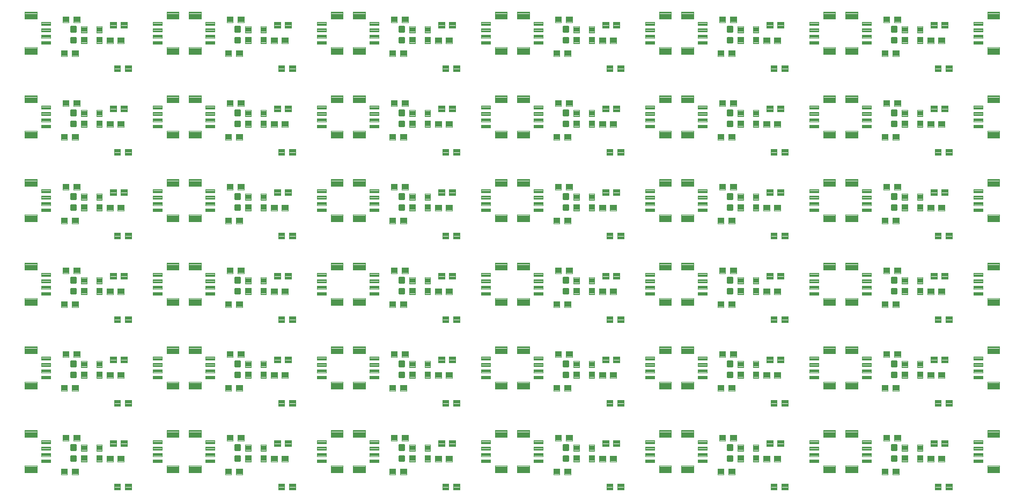
<source format=gtp>
G04 EAGLE Gerber RS-274X export*
G75*
%MOMM*%
%FSLAX34Y34*%
%LPD*%
%INSolderpaste Top*%
%IPPOS*%
%AMOC8*
5,1,8,0,0,1.08239X$1,22.5*%
G01*
%ADD10C,0.100000*%
%ADD11C,0.300000*%
%ADD12C,0.102000*%
%ADD13C,0.096000*%


D10*
X150170Y97100D02*
X140170Y97100D01*
X140170Y106100D01*
X150170Y106100D01*
X150170Y97100D01*
X150170Y98050D02*
X140170Y98050D01*
X140170Y99000D02*
X150170Y99000D01*
X150170Y99950D02*
X140170Y99950D01*
X140170Y100900D02*
X150170Y100900D01*
X150170Y101850D02*
X140170Y101850D01*
X140170Y102800D02*
X150170Y102800D01*
X150170Y103750D02*
X140170Y103750D01*
X140170Y104700D02*
X150170Y104700D01*
X150170Y105650D02*
X140170Y105650D01*
X157170Y97100D02*
X167170Y97100D01*
X157170Y97100D02*
X157170Y106100D01*
X167170Y106100D01*
X167170Y97100D01*
X167170Y98050D02*
X157170Y98050D01*
X157170Y99000D02*
X167170Y99000D01*
X167170Y99950D02*
X157170Y99950D01*
X157170Y100900D02*
X167170Y100900D01*
X167170Y101850D02*
X157170Y101850D01*
X157170Y102800D02*
X167170Y102800D01*
X167170Y103750D02*
X157170Y103750D01*
X157170Y104700D02*
X167170Y104700D01*
X167170Y105650D02*
X157170Y105650D01*
X145090Y72970D02*
X135090Y72970D01*
X135090Y81970D01*
X145090Y81970D01*
X145090Y72970D01*
X145090Y73920D02*
X135090Y73920D01*
X135090Y74870D02*
X145090Y74870D01*
X145090Y75820D02*
X135090Y75820D01*
X135090Y76770D02*
X145090Y76770D01*
X145090Y77720D02*
X135090Y77720D01*
X135090Y78670D02*
X145090Y78670D01*
X145090Y79620D02*
X135090Y79620D01*
X135090Y80570D02*
X145090Y80570D01*
X145090Y81520D02*
X135090Y81520D01*
X152090Y72970D02*
X162090Y72970D01*
X152090Y72970D02*
X152090Y81970D01*
X162090Y81970D01*
X162090Y72970D01*
X162090Y73920D02*
X152090Y73920D01*
X152090Y74870D02*
X162090Y74870D01*
X162090Y75820D02*
X152090Y75820D01*
X152090Y76770D02*
X162090Y76770D01*
X162090Y77720D02*
X152090Y77720D01*
X152090Y78670D02*
X162090Y78670D01*
X162090Y79620D02*
X152090Y79620D01*
X152090Y80570D02*
X162090Y80570D01*
X162090Y81520D02*
X152090Y81520D01*
X118690Y89860D02*
X118690Y99860D01*
X127690Y99860D01*
X127690Y89860D01*
X118690Y89860D01*
X118690Y90810D02*
X127690Y90810D01*
X127690Y91760D02*
X118690Y91760D01*
X118690Y92710D02*
X127690Y92710D01*
X127690Y93660D02*
X118690Y93660D01*
X118690Y94610D02*
X127690Y94610D01*
X127690Y95560D02*
X118690Y95560D01*
X118690Y96510D02*
X127690Y96510D01*
X127690Y97460D02*
X118690Y97460D01*
X118690Y98410D02*
X127690Y98410D01*
X127690Y99360D02*
X118690Y99360D01*
X118690Y82860D02*
X118690Y72860D01*
X118690Y82860D02*
X127690Y82860D01*
X127690Y72860D01*
X118690Y72860D01*
X118690Y73810D02*
X127690Y73810D01*
X127690Y74760D02*
X118690Y74760D01*
X118690Y75710D02*
X127690Y75710D01*
X127690Y76660D02*
X118690Y76660D01*
X118690Y77610D02*
X127690Y77610D01*
X127690Y78560D02*
X118690Y78560D01*
X118690Y79510D02*
X127690Y79510D01*
X127690Y80460D02*
X118690Y80460D01*
X118690Y81410D02*
X127690Y81410D01*
X127690Y82360D02*
X118690Y82360D01*
X163520Y37520D02*
X173520Y37520D01*
X173520Y28520D01*
X163520Y28520D01*
X163520Y37520D01*
X163520Y29470D02*
X173520Y29470D01*
X173520Y30420D02*
X163520Y30420D01*
X163520Y31370D02*
X173520Y31370D01*
X173520Y32320D02*
X163520Y32320D01*
X163520Y33270D02*
X173520Y33270D01*
X173520Y34220D02*
X163520Y34220D01*
X163520Y35170D02*
X173520Y35170D01*
X173520Y36120D02*
X163520Y36120D01*
X163520Y37070D02*
X173520Y37070D01*
X156520Y37520D02*
X146520Y37520D01*
X156520Y37520D02*
X156520Y28520D01*
X146520Y28520D01*
X146520Y37520D01*
X146520Y29470D02*
X156520Y29470D01*
X156520Y30420D02*
X146520Y30420D01*
X146520Y31370D02*
X156520Y31370D01*
X156520Y32320D02*
X146520Y32320D01*
X146520Y33270D02*
X156520Y33270D01*
X156520Y34220D02*
X146520Y34220D01*
X146520Y35170D02*
X156520Y35170D01*
X156520Y36120D02*
X146520Y36120D01*
X146520Y37070D02*
X156520Y37070D01*
X72700Y52650D02*
X62700Y52650D01*
X62700Y61650D01*
X72700Y61650D01*
X72700Y52650D01*
X72700Y53600D02*
X62700Y53600D01*
X62700Y54550D02*
X72700Y54550D01*
X72700Y55500D02*
X62700Y55500D01*
X62700Y56450D02*
X72700Y56450D01*
X72700Y57400D02*
X62700Y57400D01*
X62700Y58350D02*
X72700Y58350D01*
X72700Y59300D02*
X62700Y59300D01*
X62700Y60250D02*
X72700Y60250D01*
X72700Y61200D02*
X62700Y61200D01*
X79700Y52650D02*
X89700Y52650D01*
X79700Y52650D02*
X79700Y61650D01*
X89700Y61650D01*
X89700Y52650D01*
X89700Y53600D02*
X79700Y53600D01*
X79700Y54550D02*
X89700Y54550D01*
X89700Y55500D02*
X79700Y55500D01*
X79700Y56450D02*
X89700Y56450D01*
X89700Y57400D02*
X79700Y57400D01*
X79700Y58350D02*
X89700Y58350D01*
X89700Y59300D02*
X79700Y59300D01*
X79700Y60250D02*
X89700Y60250D01*
X89700Y61200D02*
X79700Y61200D01*
X94560Y89860D02*
X94560Y99860D01*
X103560Y99860D01*
X103560Y89860D01*
X94560Y89860D01*
X94560Y90810D02*
X103560Y90810D01*
X103560Y91760D02*
X94560Y91760D01*
X94560Y92710D02*
X103560Y92710D01*
X103560Y93660D02*
X94560Y93660D01*
X94560Y94610D02*
X103560Y94610D01*
X103560Y95560D02*
X94560Y95560D01*
X94560Y96510D02*
X103560Y96510D01*
X103560Y97460D02*
X94560Y97460D01*
X94560Y98410D02*
X103560Y98410D01*
X103560Y99360D02*
X94560Y99360D01*
X94560Y82860D02*
X94560Y72860D01*
X94560Y82860D02*
X103560Y82860D01*
X103560Y72860D01*
X94560Y72860D01*
X94560Y73810D02*
X103560Y73810D01*
X103560Y74760D02*
X94560Y74760D01*
X94560Y75710D02*
X103560Y75710D01*
X103560Y76660D02*
X94560Y76660D01*
X94560Y77610D02*
X103560Y77610D01*
X103560Y78560D02*
X94560Y78560D01*
X94560Y79510D02*
X103560Y79510D01*
X103560Y80460D02*
X94560Y80460D01*
X94560Y81410D02*
X103560Y81410D01*
X103560Y82360D02*
X94560Y82360D01*
D11*
X86050Y81090D02*
X79050Y81090D01*
X86050Y81090D02*
X86050Y74090D01*
X79050Y74090D01*
X79050Y81090D01*
X79050Y76940D02*
X86050Y76940D01*
X86050Y79790D02*
X79050Y79790D01*
X79050Y98630D02*
X86050Y98630D01*
X86050Y91630D01*
X79050Y91630D01*
X79050Y98630D01*
X79050Y94480D02*
X86050Y94480D01*
X86050Y97330D02*
X79050Y97330D01*
D10*
X75240Y105990D02*
X65240Y105990D01*
X65240Y114990D01*
X75240Y114990D01*
X75240Y105990D01*
X75240Y106940D02*
X65240Y106940D01*
X65240Y107890D02*
X75240Y107890D01*
X75240Y108840D02*
X65240Y108840D01*
X65240Y109790D02*
X75240Y109790D01*
X75240Y110740D02*
X65240Y110740D01*
X65240Y111690D02*
X75240Y111690D01*
X75240Y112640D02*
X65240Y112640D01*
X65240Y113590D02*
X75240Y113590D01*
X75240Y114540D02*
X65240Y114540D01*
X82240Y105990D02*
X92240Y105990D01*
X82240Y105990D02*
X82240Y114990D01*
X92240Y114990D01*
X92240Y105990D01*
X92240Y106940D02*
X82240Y106940D01*
X82240Y107890D02*
X92240Y107890D01*
X92240Y108840D02*
X82240Y108840D01*
X82240Y109790D02*
X92240Y109790D01*
X92240Y110740D02*
X82240Y110740D01*
X82240Y111690D02*
X92240Y111690D01*
X92240Y112640D02*
X82240Y112640D01*
X82240Y113590D02*
X92240Y113590D01*
X92240Y114540D02*
X82240Y114540D01*
D12*
X46480Y76390D02*
X46480Y71410D01*
X32000Y71410D01*
X32000Y76390D01*
X46480Y76390D01*
X46480Y72379D02*
X32000Y72379D01*
X32000Y73348D02*
X46480Y73348D01*
X46480Y74317D02*
X32000Y74317D01*
X32000Y75286D02*
X46480Y75286D01*
X46480Y76255D02*
X32000Y76255D01*
X46480Y81410D02*
X46480Y86390D01*
X46480Y81410D02*
X32000Y81410D01*
X32000Y86390D01*
X46480Y86390D01*
X46480Y82379D02*
X32000Y82379D01*
X32000Y83348D02*
X46480Y83348D01*
X46480Y84317D02*
X32000Y84317D01*
X32000Y85286D02*
X46480Y85286D01*
X46480Y86255D02*
X32000Y86255D01*
X46480Y91410D02*
X46480Y96390D01*
X46480Y91410D02*
X32000Y91410D01*
X32000Y96390D01*
X46480Y96390D01*
X46480Y92379D02*
X32000Y92379D01*
X32000Y93348D02*
X46480Y93348D01*
X46480Y94317D02*
X32000Y94317D01*
X32000Y95286D02*
X46480Y95286D01*
X46480Y96255D02*
X32000Y96255D01*
X46480Y101410D02*
X46480Y106390D01*
X46480Y101410D02*
X32000Y101410D01*
X32000Y106390D01*
X46480Y106390D01*
X46480Y102379D02*
X32000Y102379D01*
X32000Y103348D02*
X46480Y103348D01*
X46480Y104317D02*
X32000Y104317D01*
X32000Y105286D02*
X46480Y105286D01*
X46480Y106255D02*
X32000Y106255D01*
D13*
X24510Y66420D02*
X24510Y55380D01*
X5470Y55380D01*
X5470Y66420D01*
X24510Y66420D01*
X24510Y56292D02*
X5470Y56292D01*
X5470Y57204D02*
X24510Y57204D01*
X24510Y58116D02*
X5470Y58116D01*
X5470Y59028D02*
X24510Y59028D01*
X24510Y59940D02*
X5470Y59940D01*
X5470Y60852D02*
X24510Y60852D01*
X24510Y61764D02*
X5470Y61764D01*
X5470Y62676D02*
X24510Y62676D01*
X24510Y63588D02*
X5470Y63588D01*
X5470Y64500D02*
X24510Y64500D01*
X24510Y65412D02*
X5470Y65412D01*
X5470Y66324D02*
X24510Y66324D01*
X24510Y111380D02*
X24510Y122420D01*
X24510Y111380D02*
X5470Y111380D01*
X5470Y122420D01*
X24510Y122420D01*
X24510Y112292D02*
X5470Y112292D01*
X5470Y113204D02*
X24510Y113204D01*
X24510Y114116D02*
X5470Y114116D01*
X5470Y115028D02*
X24510Y115028D01*
X24510Y115940D02*
X5470Y115940D01*
X5470Y116852D02*
X24510Y116852D01*
X24510Y117764D02*
X5470Y117764D01*
X5470Y118676D02*
X24510Y118676D01*
X24510Y119588D02*
X5470Y119588D01*
X5470Y120500D02*
X24510Y120500D01*
X24510Y121412D02*
X5470Y121412D01*
X5470Y122324D02*
X24510Y122324D01*
D12*
X207520Y106390D02*
X207520Y101410D01*
X207520Y106390D02*
X222000Y106390D01*
X222000Y101410D01*
X207520Y101410D01*
X207520Y102379D02*
X222000Y102379D01*
X222000Y103348D02*
X207520Y103348D01*
X207520Y104317D02*
X222000Y104317D01*
X222000Y105286D02*
X207520Y105286D01*
X207520Y106255D02*
X222000Y106255D01*
X207520Y96390D02*
X207520Y91410D01*
X207520Y96390D02*
X222000Y96390D01*
X222000Y91410D01*
X207520Y91410D01*
X207520Y92379D02*
X222000Y92379D01*
X222000Y93348D02*
X207520Y93348D01*
X207520Y94317D02*
X222000Y94317D01*
X222000Y95286D02*
X207520Y95286D01*
X207520Y96255D02*
X222000Y96255D01*
X207520Y86390D02*
X207520Y81410D01*
X207520Y86390D02*
X222000Y86390D01*
X222000Y81410D01*
X207520Y81410D01*
X207520Y82379D02*
X222000Y82379D01*
X222000Y83348D02*
X207520Y83348D01*
X207520Y84317D02*
X222000Y84317D01*
X222000Y85286D02*
X207520Y85286D01*
X207520Y86255D02*
X222000Y86255D01*
X207520Y76390D02*
X207520Y71410D01*
X207520Y76390D02*
X222000Y76390D01*
X222000Y71410D01*
X207520Y71410D01*
X207520Y72379D02*
X222000Y72379D01*
X222000Y73348D02*
X207520Y73348D01*
X207520Y74317D02*
X222000Y74317D01*
X222000Y75286D02*
X207520Y75286D01*
X207520Y76255D02*
X222000Y76255D01*
D13*
X229490Y111380D02*
X229490Y122420D01*
X248530Y122420D01*
X248530Y111380D01*
X229490Y111380D01*
X229490Y112292D02*
X248530Y112292D01*
X248530Y113204D02*
X229490Y113204D01*
X229490Y114116D02*
X248530Y114116D01*
X248530Y115028D02*
X229490Y115028D01*
X229490Y115940D02*
X248530Y115940D01*
X248530Y116852D02*
X229490Y116852D01*
X229490Y117764D02*
X248530Y117764D01*
X248530Y118676D02*
X229490Y118676D01*
X229490Y119588D02*
X248530Y119588D01*
X248530Y120500D02*
X229490Y120500D01*
X229490Y121412D02*
X248530Y121412D01*
X248530Y122324D02*
X229490Y122324D01*
X229490Y66420D02*
X229490Y55380D01*
X229490Y66420D02*
X248530Y66420D01*
X248530Y55380D01*
X229490Y55380D01*
X229490Y56292D02*
X248530Y56292D01*
X248530Y57204D02*
X229490Y57204D01*
X229490Y58116D02*
X248530Y58116D01*
X248530Y59028D02*
X229490Y59028D01*
X229490Y59940D02*
X248530Y59940D01*
X248530Y60852D02*
X229490Y60852D01*
X229490Y61764D02*
X248530Y61764D01*
X248530Y62676D02*
X229490Y62676D01*
X229490Y63588D02*
X248530Y63588D01*
X248530Y64500D02*
X229490Y64500D01*
X229490Y65412D02*
X248530Y65412D01*
X248530Y66324D02*
X229490Y66324D01*
D10*
X399250Y97100D02*
X409250Y97100D01*
X399250Y97100D02*
X399250Y106100D01*
X409250Y106100D01*
X409250Y97100D01*
X409250Y98050D02*
X399250Y98050D01*
X399250Y99000D02*
X409250Y99000D01*
X409250Y99950D02*
X399250Y99950D01*
X399250Y100900D02*
X409250Y100900D01*
X409250Y101850D02*
X399250Y101850D01*
X399250Y102800D02*
X409250Y102800D01*
X409250Y103750D02*
X399250Y103750D01*
X399250Y104700D02*
X409250Y104700D01*
X409250Y105650D02*
X399250Y105650D01*
X416250Y97100D02*
X426250Y97100D01*
X416250Y97100D02*
X416250Y106100D01*
X426250Y106100D01*
X426250Y97100D01*
X426250Y98050D02*
X416250Y98050D01*
X416250Y99000D02*
X426250Y99000D01*
X426250Y99950D02*
X416250Y99950D01*
X416250Y100900D02*
X426250Y100900D01*
X426250Y101850D02*
X416250Y101850D01*
X416250Y102800D02*
X426250Y102800D01*
X426250Y103750D02*
X416250Y103750D01*
X416250Y104700D02*
X426250Y104700D01*
X426250Y105650D02*
X416250Y105650D01*
X404170Y72970D02*
X394170Y72970D01*
X394170Y81970D01*
X404170Y81970D01*
X404170Y72970D01*
X404170Y73920D02*
X394170Y73920D01*
X394170Y74870D02*
X404170Y74870D01*
X404170Y75820D02*
X394170Y75820D01*
X394170Y76770D02*
X404170Y76770D01*
X404170Y77720D02*
X394170Y77720D01*
X394170Y78670D02*
X404170Y78670D01*
X404170Y79620D02*
X394170Y79620D01*
X394170Y80570D02*
X404170Y80570D01*
X404170Y81520D02*
X394170Y81520D01*
X411170Y72970D02*
X421170Y72970D01*
X411170Y72970D02*
X411170Y81970D01*
X421170Y81970D01*
X421170Y72970D01*
X421170Y73920D02*
X411170Y73920D01*
X411170Y74870D02*
X421170Y74870D01*
X421170Y75820D02*
X411170Y75820D01*
X411170Y76770D02*
X421170Y76770D01*
X421170Y77720D02*
X411170Y77720D01*
X411170Y78670D02*
X421170Y78670D01*
X421170Y79620D02*
X411170Y79620D01*
X411170Y80570D02*
X421170Y80570D01*
X421170Y81520D02*
X411170Y81520D01*
X377770Y89860D02*
X377770Y99860D01*
X386770Y99860D01*
X386770Y89860D01*
X377770Y89860D01*
X377770Y90810D02*
X386770Y90810D01*
X386770Y91760D02*
X377770Y91760D01*
X377770Y92710D02*
X386770Y92710D01*
X386770Y93660D02*
X377770Y93660D01*
X377770Y94610D02*
X386770Y94610D01*
X386770Y95560D02*
X377770Y95560D01*
X377770Y96510D02*
X386770Y96510D01*
X386770Y97460D02*
X377770Y97460D01*
X377770Y98410D02*
X386770Y98410D01*
X386770Y99360D02*
X377770Y99360D01*
X377770Y82860D02*
X377770Y72860D01*
X377770Y82860D02*
X386770Y82860D01*
X386770Y72860D01*
X377770Y72860D01*
X377770Y73810D02*
X386770Y73810D01*
X386770Y74760D02*
X377770Y74760D01*
X377770Y75710D02*
X386770Y75710D01*
X386770Y76660D02*
X377770Y76660D01*
X377770Y77610D02*
X386770Y77610D01*
X386770Y78560D02*
X377770Y78560D01*
X377770Y79510D02*
X386770Y79510D01*
X386770Y80460D02*
X377770Y80460D01*
X377770Y81410D02*
X386770Y81410D01*
X386770Y82360D02*
X377770Y82360D01*
X422600Y37520D02*
X432600Y37520D01*
X432600Y28520D01*
X422600Y28520D01*
X422600Y37520D01*
X422600Y29470D02*
X432600Y29470D01*
X432600Y30420D02*
X422600Y30420D01*
X422600Y31370D02*
X432600Y31370D01*
X432600Y32320D02*
X422600Y32320D01*
X422600Y33270D02*
X432600Y33270D01*
X432600Y34220D02*
X422600Y34220D01*
X422600Y35170D02*
X432600Y35170D01*
X432600Y36120D02*
X422600Y36120D01*
X422600Y37070D02*
X432600Y37070D01*
X415600Y37520D02*
X405600Y37520D01*
X415600Y37520D02*
X415600Y28520D01*
X405600Y28520D01*
X405600Y37520D01*
X405600Y29470D02*
X415600Y29470D01*
X415600Y30420D02*
X405600Y30420D01*
X405600Y31370D02*
X415600Y31370D01*
X415600Y32320D02*
X405600Y32320D01*
X405600Y33270D02*
X415600Y33270D01*
X415600Y34220D02*
X405600Y34220D01*
X405600Y35170D02*
X415600Y35170D01*
X415600Y36120D02*
X405600Y36120D01*
X405600Y37070D02*
X415600Y37070D01*
X331780Y52650D02*
X321780Y52650D01*
X321780Y61650D01*
X331780Y61650D01*
X331780Y52650D01*
X331780Y53600D02*
X321780Y53600D01*
X321780Y54550D02*
X331780Y54550D01*
X331780Y55500D02*
X321780Y55500D01*
X321780Y56450D02*
X331780Y56450D01*
X331780Y57400D02*
X321780Y57400D01*
X321780Y58350D02*
X331780Y58350D01*
X331780Y59300D02*
X321780Y59300D01*
X321780Y60250D02*
X331780Y60250D01*
X331780Y61200D02*
X321780Y61200D01*
X338780Y52650D02*
X348780Y52650D01*
X338780Y52650D02*
X338780Y61650D01*
X348780Y61650D01*
X348780Y52650D01*
X348780Y53600D02*
X338780Y53600D01*
X338780Y54550D02*
X348780Y54550D01*
X348780Y55500D02*
X338780Y55500D01*
X338780Y56450D02*
X348780Y56450D01*
X348780Y57400D02*
X338780Y57400D01*
X338780Y58350D02*
X348780Y58350D01*
X348780Y59300D02*
X338780Y59300D01*
X338780Y60250D02*
X348780Y60250D01*
X348780Y61200D02*
X338780Y61200D01*
X353640Y89860D02*
X353640Y99860D01*
X362640Y99860D01*
X362640Y89860D01*
X353640Y89860D01*
X353640Y90810D02*
X362640Y90810D01*
X362640Y91760D02*
X353640Y91760D01*
X353640Y92710D02*
X362640Y92710D01*
X362640Y93660D02*
X353640Y93660D01*
X353640Y94610D02*
X362640Y94610D01*
X362640Y95560D02*
X353640Y95560D01*
X353640Y96510D02*
X362640Y96510D01*
X362640Y97460D02*
X353640Y97460D01*
X353640Y98410D02*
X362640Y98410D01*
X362640Y99360D02*
X353640Y99360D01*
X353640Y82860D02*
X353640Y72860D01*
X353640Y82860D02*
X362640Y82860D01*
X362640Y72860D01*
X353640Y72860D01*
X353640Y73810D02*
X362640Y73810D01*
X362640Y74760D02*
X353640Y74760D01*
X353640Y75710D02*
X362640Y75710D01*
X362640Y76660D02*
X353640Y76660D01*
X353640Y77610D02*
X362640Y77610D01*
X362640Y78560D02*
X353640Y78560D01*
X353640Y79510D02*
X362640Y79510D01*
X362640Y80460D02*
X353640Y80460D01*
X353640Y81410D02*
X362640Y81410D01*
X362640Y82360D02*
X353640Y82360D01*
D11*
X345130Y81090D02*
X338130Y81090D01*
X345130Y81090D02*
X345130Y74090D01*
X338130Y74090D01*
X338130Y81090D01*
X338130Y76940D02*
X345130Y76940D01*
X345130Y79790D02*
X338130Y79790D01*
X338130Y98630D02*
X345130Y98630D01*
X345130Y91630D01*
X338130Y91630D01*
X338130Y98630D01*
X338130Y94480D02*
X345130Y94480D01*
X345130Y97330D02*
X338130Y97330D01*
D10*
X334320Y105990D02*
X324320Y105990D01*
X324320Y114990D01*
X334320Y114990D01*
X334320Y105990D01*
X334320Y106940D02*
X324320Y106940D01*
X324320Y107890D02*
X334320Y107890D01*
X334320Y108840D02*
X324320Y108840D01*
X324320Y109790D02*
X334320Y109790D01*
X334320Y110740D02*
X324320Y110740D01*
X324320Y111690D02*
X334320Y111690D01*
X334320Y112640D02*
X324320Y112640D01*
X324320Y113590D02*
X334320Y113590D01*
X334320Y114540D02*
X324320Y114540D01*
X341320Y105990D02*
X351320Y105990D01*
X341320Y105990D02*
X341320Y114990D01*
X351320Y114990D01*
X351320Y105990D01*
X351320Y106940D02*
X341320Y106940D01*
X341320Y107890D02*
X351320Y107890D01*
X351320Y108840D02*
X341320Y108840D01*
X341320Y109790D02*
X351320Y109790D01*
X351320Y110740D02*
X341320Y110740D01*
X341320Y111690D02*
X351320Y111690D01*
X351320Y112640D02*
X341320Y112640D01*
X341320Y113590D02*
X351320Y113590D01*
X351320Y114540D02*
X341320Y114540D01*
D12*
X305560Y76390D02*
X305560Y71410D01*
X291080Y71410D01*
X291080Y76390D01*
X305560Y76390D01*
X305560Y72379D02*
X291080Y72379D01*
X291080Y73348D02*
X305560Y73348D01*
X305560Y74317D02*
X291080Y74317D01*
X291080Y75286D02*
X305560Y75286D01*
X305560Y76255D02*
X291080Y76255D01*
X305560Y81410D02*
X305560Y86390D01*
X305560Y81410D02*
X291080Y81410D01*
X291080Y86390D01*
X305560Y86390D01*
X305560Y82379D02*
X291080Y82379D01*
X291080Y83348D02*
X305560Y83348D01*
X305560Y84317D02*
X291080Y84317D01*
X291080Y85286D02*
X305560Y85286D01*
X305560Y86255D02*
X291080Y86255D01*
X305560Y91410D02*
X305560Y96390D01*
X305560Y91410D02*
X291080Y91410D01*
X291080Y96390D01*
X305560Y96390D01*
X305560Y92379D02*
X291080Y92379D01*
X291080Y93348D02*
X305560Y93348D01*
X305560Y94317D02*
X291080Y94317D01*
X291080Y95286D02*
X305560Y95286D01*
X305560Y96255D02*
X291080Y96255D01*
X305560Y101410D02*
X305560Y106390D01*
X305560Y101410D02*
X291080Y101410D01*
X291080Y106390D01*
X305560Y106390D01*
X305560Y102379D02*
X291080Y102379D01*
X291080Y103348D02*
X305560Y103348D01*
X305560Y104317D02*
X291080Y104317D01*
X291080Y105286D02*
X305560Y105286D01*
X305560Y106255D02*
X291080Y106255D01*
D13*
X283590Y66420D02*
X283590Y55380D01*
X264550Y55380D01*
X264550Y66420D01*
X283590Y66420D01*
X283590Y56292D02*
X264550Y56292D01*
X264550Y57204D02*
X283590Y57204D01*
X283590Y58116D02*
X264550Y58116D01*
X264550Y59028D02*
X283590Y59028D01*
X283590Y59940D02*
X264550Y59940D01*
X264550Y60852D02*
X283590Y60852D01*
X283590Y61764D02*
X264550Y61764D01*
X264550Y62676D02*
X283590Y62676D01*
X283590Y63588D02*
X264550Y63588D01*
X264550Y64500D02*
X283590Y64500D01*
X283590Y65412D02*
X264550Y65412D01*
X264550Y66324D02*
X283590Y66324D01*
X283590Y111380D02*
X283590Y122420D01*
X283590Y111380D02*
X264550Y111380D01*
X264550Y122420D01*
X283590Y122420D01*
X283590Y112292D02*
X264550Y112292D01*
X264550Y113204D02*
X283590Y113204D01*
X283590Y114116D02*
X264550Y114116D01*
X264550Y115028D02*
X283590Y115028D01*
X283590Y115940D02*
X264550Y115940D01*
X264550Y116852D02*
X283590Y116852D01*
X283590Y117764D02*
X264550Y117764D01*
X264550Y118676D02*
X283590Y118676D01*
X283590Y119588D02*
X264550Y119588D01*
X264550Y120500D02*
X283590Y120500D01*
X283590Y121412D02*
X264550Y121412D01*
X264550Y122324D02*
X283590Y122324D01*
D12*
X466600Y106390D02*
X466600Y101410D01*
X466600Y106390D02*
X481080Y106390D01*
X481080Y101410D01*
X466600Y101410D01*
X466600Y102379D02*
X481080Y102379D01*
X481080Y103348D02*
X466600Y103348D01*
X466600Y104317D02*
X481080Y104317D01*
X481080Y105286D02*
X466600Y105286D01*
X466600Y106255D02*
X481080Y106255D01*
X466600Y96390D02*
X466600Y91410D01*
X466600Y96390D02*
X481080Y96390D01*
X481080Y91410D01*
X466600Y91410D01*
X466600Y92379D02*
X481080Y92379D01*
X481080Y93348D02*
X466600Y93348D01*
X466600Y94317D02*
X481080Y94317D01*
X481080Y95286D02*
X466600Y95286D01*
X466600Y96255D02*
X481080Y96255D01*
X466600Y86390D02*
X466600Y81410D01*
X466600Y86390D02*
X481080Y86390D01*
X481080Y81410D01*
X466600Y81410D01*
X466600Y82379D02*
X481080Y82379D01*
X481080Y83348D02*
X466600Y83348D01*
X466600Y84317D02*
X481080Y84317D01*
X481080Y85286D02*
X466600Y85286D01*
X466600Y86255D02*
X481080Y86255D01*
X466600Y76390D02*
X466600Y71410D01*
X466600Y76390D02*
X481080Y76390D01*
X481080Y71410D01*
X466600Y71410D01*
X466600Y72379D02*
X481080Y72379D01*
X481080Y73348D02*
X466600Y73348D01*
X466600Y74317D02*
X481080Y74317D01*
X481080Y75286D02*
X466600Y75286D01*
X466600Y76255D02*
X481080Y76255D01*
D13*
X488570Y111380D02*
X488570Y122420D01*
X507610Y122420D01*
X507610Y111380D01*
X488570Y111380D01*
X488570Y112292D02*
X507610Y112292D01*
X507610Y113204D02*
X488570Y113204D01*
X488570Y114116D02*
X507610Y114116D01*
X507610Y115028D02*
X488570Y115028D01*
X488570Y115940D02*
X507610Y115940D01*
X507610Y116852D02*
X488570Y116852D01*
X488570Y117764D02*
X507610Y117764D01*
X507610Y118676D02*
X488570Y118676D01*
X488570Y119588D02*
X507610Y119588D01*
X507610Y120500D02*
X488570Y120500D01*
X488570Y121412D02*
X507610Y121412D01*
X507610Y122324D02*
X488570Y122324D01*
X488570Y66420D02*
X488570Y55380D01*
X488570Y66420D02*
X507610Y66420D01*
X507610Y55380D01*
X488570Y55380D01*
X488570Y56292D02*
X507610Y56292D01*
X507610Y57204D02*
X488570Y57204D01*
X488570Y58116D02*
X507610Y58116D01*
X507610Y59028D02*
X488570Y59028D01*
X488570Y59940D02*
X507610Y59940D01*
X507610Y60852D02*
X488570Y60852D01*
X488570Y61764D02*
X507610Y61764D01*
X507610Y62676D02*
X488570Y62676D01*
X488570Y63588D02*
X507610Y63588D01*
X507610Y64500D02*
X488570Y64500D01*
X488570Y65412D02*
X507610Y65412D01*
X507610Y66324D02*
X488570Y66324D01*
D10*
X658330Y97100D02*
X668330Y97100D01*
X658330Y97100D02*
X658330Y106100D01*
X668330Y106100D01*
X668330Y97100D01*
X668330Y98050D02*
X658330Y98050D01*
X658330Y99000D02*
X668330Y99000D01*
X668330Y99950D02*
X658330Y99950D01*
X658330Y100900D02*
X668330Y100900D01*
X668330Y101850D02*
X658330Y101850D01*
X658330Y102800D02*
X668330Y102800D01*
X668330Y103750D02*
X658330Y103750D01*
X658330Y104700D02*
X668330Y104700D01*
X668330Y105650D02*
X658330Y105650D01*
X675330Y97100D02*
X685330Y97100D01*
X675330Y97100D02*
X675330Y106100D01*
X685330Y106100D01*
X685330Y97100D01*
X685330Y98050D02*
X675330Y98050D01*
X675330Y99000D02*
X685330Y99000D01*
X685330Y99950D02*
X675330Y99950D01*
X675330Y100900D02*
X685330Y100900D01*
X685330Y101850D02*
X675330Y101850D01*
X675330Y102800D02*
X685330Y102800D01*
X685330Y103750D02*
X675330Y103750D01*
X675330Y104700D02*
X685330Y104700D01*
X685330Y105650D02*
X675330Y105650D01*
X663250Y72970D02*
X653250Y72970D01*
X653250Y81970D01*
X663250Y81970D01*
X663250Y72970D01*
X663250Y73920D02*
X653250Y73920D01*
X653250Y74870D02*
X663250Y74870D01*
X663250Y75820D02*
X653250Y75820D01*
X653250Y76770D02*
X663250Y76770D01*
X663250Y77720D02*
X653250Y77720D01*
X653250Y78670D02*
X663250Y78670D01*
X663250Y79620D02*
X653250Y79620D01*
X653250Y80570D02*
X663250Y80570D01*
X663250Y81520D02*
X653250Y81520D01*
X670250Y72970D02*
X680250Y72970D01*
X670250Y72970D02*
X670250Y81970D01*
X680250Y81970D01*
X680250Y72970D01*
X680250Y73920D02*
X670250Y73920D01*
X670250Y74870D02*
X680250Y74870D01*
X680250Y75820D02*
X670250Y75820D01*
X670250Y76770D02*
X680250Y76770D01*
X680250Y77720D02*
X670250Y77720D01*
X670250Y78670D02*
X680250Y78670D01*
X680250Y79620D02*
X670250Y79620D01*
X670250Y80570D02*
X680250Y80570D01*
X680250Y81520D02*
X670250Y81520D01*
X636850Y89860D02*
X636850Y99860D01*
X645850Y99860D01*
X645850Y89860D01*
X636850Y89860D01*
X636850Y90810D02*
X645850Y90810D01*
X645850Y91760D02*
X636850Y91760D01*
X636850Y92710D02*
X645850Y92710D01*
X645850Y93660D02*
X636850Y93660D01*
X636850Y94610D02*
X645850Y94610D01*
X645850Y95560D02*
X636850Y95560D01*
X636850Y96510D02*
X645850Y96510D01*
X645850Y97460D02*
X636850Y97460D01*
X636850Y98410D02*
X645850Y98410D01*
X645850Y99360D02*
X636850Y99360D01*
X636850Y82860D02*
X636850Y72860D01*
X636850Y82860D02*
X645850Y82860D01*
X645850Y72860D01*
X636850Y72860D01*
X636850Y73810D02*
X645850Y73810D01*
X645850Y74760D02*
X636850Y74760D01*
X636850Y75710D02*
X645850Y75710D01*
X645850Y76660D02*
X636850Y76660D01*
X636850Y77610D02*
X645850Y77610D01*
X645850Y78560D02*
X636850Y78560D01*
X636850Y79510D02*
X645850Y79510D01*
X645850Y80460D02*
X636850Y80460D01*
X636850Y81410D02*
X645850Y81410D01*
X645850Y82360D02*
X636850Y82360D01*
X681680Y37520D02*
X691680Y37520D01*
X691680Y28520D01*
X681680Y28520D01*
X681680Y37520D01*
X681680Y29470D02*
X691680Y29470D01*
X691680Y30420D02*
X681680Y30420D01*
X681680Y31370D02*
X691680Y31370D01*
X691680Y32320D02*
X681680Y32320D01*
X681680Y33270D02*
X691680Y33270D01*
X691680Y34220D02*
X681680Y34220D01*
X681680Y35170D02*
X691680Y35170D01*
X691680Y36120D02*
X681680Y36120D01*
X681680Y37070D02*
X691680Y37070D01*
X674680Y37520D02*
X664680Y37520D01*
X674680Y37520D02*
X674680Y28520D01*
X664680Y28520D01*
X664680Y37520D01*
X664680Y29470D02*
X674680Y29470D01*
X674680Y30420D02*
X664680Y30420D01*
X664680Y31370D02*
X674680Y31370D01*
X674680Y32320D02*
X664680Y32320D01*
X664680Y33270D02*
X674680Y33270D01*
X674680Y34220D02*
X664680Y34220D01*
X664680Y35170D02*
X674680Y35170D01*
X674680Y36120D02*
X664680Y36120D01*
X664680Y37070D02*
X674680Y37070D01*
X590860Y52650D02*
X580860Y52650D01*
X580860Y61650D01*
X590860Y61650D01*
X590860Y52650D01*
X590860Y53600D02*
X580860Y53600D01*
X580860Y54550D02*
X590860Y54550D01*
X590860Y55500D02*
X580860Y55500D01*
X580860Y56450D02*
X590860Y56450D01*
X590860Y57400D02*
X580860Y57400D01*
X580860Y58350D02*
X590860Y58350D01*
X590860Y59300D02*
X580860Y59300D01*
X580860Y60250D02*
X590860Y60250D01*
X590860Y61200D02*
X580860Y61200D01*
X597860Y52650D02*
X607860Y52650D01*
X597860Y52650D02*
X597860Y61650D01*
X607860Y61650D01*
X607860Y52650D01*
X607860Y53600D02*
X597860Y53600D01*
X597860Y54550D02*
X607860Y54550D01*
X607860Y55500D02*
X597860Y55500D01*
X597860Y56450D02*
X607860Y56450D01*
X607860Y57400D02*
X597860Y57400D01*
X597860Y58350D02*
X607860Y58350D01*
X607860Y59300D02*
X597860Y59300D01*
X597860Y60250D02*
X607860Y60250D01*
X607860Y61200D02*
X597860Y61200D01*
X612720Y89860D02*
X612720Y99860D01*
X621720Y99860D01*
X621720Y89860D01*
X612720Y89860D01*
X612720Y90810D02*
X621720Y90810D01*
X621720Y91760D02*
X612720Y91760D01*
X612720Y92710D02*
X621720Y92710D01*
X621720Y93660D02*
X612720Y93660D01*
X612720Y94610D02*
X621720Y94610D01*
X621720Y95560D02*
X612720Y95560D01*
X612720Y96510D02*
X621720Y96510D01*
X621720Y97460D02*
X612720Y97460D01*
X612720Y98410D02*
X621720Y98410D01*
X621720Y99360D02*
X612720Y99360D01*
X612720Y82860D02*
X612720Y72860D01*
X612720Y82860D02*
X621720Y82860D01*
X621720Y72860D01*
X612720Y72860D01*
X612720Y73810D02*
X621720Y73810D01*
X621720Y74760D02*
X612720Y74760D01*
X612720Y75710D02*
X621720Y75710D01*
X621720Y76660D02*
X612720Y76660D01*
X612720Y77610D02*
X621720Y77610D01*
X621720Y78560D02*
X612720Y78560D01*
X612720Y79510D02*
X621720Y79510D01*
X621720Y80460D02*
X612720Y80460D01*
X612720Y81410D02*
X621720Y81410D01*
X621720Y82360D02*
X612720Y82360D01*
D11*
X604210Y81090D02*
X597210Y81090D01*
X604210Y81090D02*
X604210Y74090D01*
X597210Y74090D01*
X597210Y81090D01*
X597210Y76940D02*
X604210Y76940D01*
X604210Y79790D02*
X597210Y79790D01*
X597210Y98630D02*
X604210Y98630D01*
X604210Y91630D01*
X597210Y91630D01*
X597210Y98630D01*
X597210Y94480D02*
X604210Y94480D01*
X604210Y97330D02*
X597210Y97330D01*
D10*
X593400Y105990D02*
X583400Y105990D01*
X583400Y114990D01*
X593400Y114990D01*
X593400Y105990D01*
X593400Y106940D02*
X583400Y106940D01*
X583400Y107890D02*
X593400Y107890D01*
X593400Y108840D02*
X583400Y108840D01*
X583400Y109790D02*
X593400Y109790D01*
X593400Y110740D02*
X583400Y110740D01*
X583400Y111690D02*
X593400Y111690D01*
X593400Y112640D02*
X583400Y112640D01*
X583400Y113590D02*
X593400Y113590D01*
X593400Y114540D02*
X583400Y114540D01*
X600400Y105990D02*
X610400Y105990D01*
X600400Y105990D02*
X600400Y114990D01*
X610400Y114990D01*
X610400Y105990D01*
X610400Y106940D02*
X600400Y106940D01*
X600400Y107890D02*
X610400Y107890D01*
X610400Y108840D02*
X600400Y108840D01*
X600400Y109790D02*
X610400Y109790D01*
X610400Y110740D02*
X600400Y110740D01*
X600400Y111690D02*
X610400Y111690D01*
X610400Y112640D02*
X600400Y112640D01*
X600400Y113590D02*
X610400Y113590D01*
X610400Y114540D02*
X600400Y114540D01*
D12*
X564640Y76390D02*
X564640Y71410D01*
X550160Y71410D01*
X550160Y76390D01*
X564640Y76390D01*
X564640Y72379D02*
X550160Y72379D01*
X550160Y73348D02*
X564640Y73348D01*
X564640Y74317D02*
X550160Y74317D01*
X550160Y75286D02*
X564640Y75286D01*
X564640Y76255D02*
X550160Y76255D01*
X564640Y81410D02*
X564640Y86390D01*
X564640Y81410D02*
X550160Y81410D01*
X550160Y86390D01*
X564640Y86390D01*
X564640Y82379D02*
X550160Y82379D01*
X550160Y83348D02*
X564640Y83348D01*
X564640Y84317D02*
X550160Y84317D01*
X550160Y85286D02*
X564640Y85286D01*
X564640Y86255D02*
X550160Y86255D01*
X564640Y91410D02*
X564640Y96390D01*
X564640Y91410D02*
X550160Y91410D01*
X550160Y96390D01*
X564640Y96390D01*
X564640Y92379D02*
X550160Y92379D01*
X550160Y93348D02*
X564640Y93348D01*
X564640Y94317D02*
X550160Y94317D01*
X550160Y95286D02*
X564640Y95286D01*
X564640Y96255D02*
X550160Y96255D01*
X564640Y101410D02*
X564640Y106390D01*
X564640Y101410D02*
X550160Y101410D01*
X550160Y106390D01*
X564640Y106390D01*
X564640Y102379D02*
X550160Y102379D01*
X550160Y103348D02*
X564640Y103348D01*
X564640Y104317D02*
X550160Y104317D01*
X550160Y105286D02*
X564640Y105286D01*
X564640Y106255D02*
X550160Y106255D01*
D13*
X542670Y66420D02*
X542670Y55380D01*
X523630Y55380D01*
X523630Y66420D01*
X542670Y66420D01*
X542670Y56292D02*
X523630Y56292D01*
X523630Y57204D02*
X542670Y57204D01*
X542670Y58116D02*
X523630Y58116D01*
X523630Y59028D02*
X542670Y59028D01*
X542670Y59940D02*
X523630Y59940D01*
X523630Y60852D02*
X542670Y60852D01*
X542670Y61764D02*
X523630Y61764D01*
X523630Y62676D02*
X542670Y62676D01*
X542670Y63588D02*
X523630Y63588D01*
X523630Y64500D02*
X542670Y64500D01*
X542670Y65412D02*
X523630Y65412D01*
X523630Y66324D02*
X542670Y66324D01*
X542670Y111380D02*
X542670Y122420D01*
X542670Y111380D02*
X523630Y111380D01*
X523630Y122420D01*
X542670Y122420D01*
X542670Y112292D02*
X523630Y112292D01*
X523630Y113204D02*
X542670Y113204D01*
X542670Y114116D02*
X523630Y114116D01*
X523630Y115028D02*
X542670Y115028D01*
X542670Y115940D02*
X523630Y115940D01*
X523630Y116852D02*
X542670Y116852D01*
X542670Y117764D02*
X523630Y117764D01*
X523630Y118676D02*
X542670Y118676D01*
X542670Y119588D02*
X523630Y119588D01*
X523630Y120500D02*
X542670Y120500D01*
X542670Y121412D02*
X523630Y121412D01*
X523630Y122324D02*
X542670Y122324D01*
D12*
X725680Y106390D02*
X725680Y101410D01*
X725680Y106390D02*
X740160Y106390D01*
X740160Y101410D01*
X725680Y101410D01*
X725680Y102379D02*
X740160Y102379D01*
X740160Y103348D02*
X725680Y103348D01*
X725680Y104317D02*
X740160Y104317D01*
X740160Y105286D02*
X725680Y105286D01*
X725680Y106255D02*
X740160Y106255D01*
X725680Y96390D02*
X725680Y91410D01*
X725680Y96390D02*
X740160Y96390D01*
X740160Y91410D01*
X725680Y91410D01*
X725680Y92379D02*
X740160Y92379D01*
X740160Y93348D02*
X725680Y93348D01*
X725680Y94317D02*
X740160Y94317D01*
X740160Y95286D02*
X725680Y95286D01*
X725680Y96255D02*
X740160Y96255D01*
X725680Y86390D02*
X725680Y81410D01*
X725680Y86390D02*
X740160Y86390D01*
X740160Y81410D01*
X725680Y81410D01*
X725680Y82379D02*
X740160Y82379D01*
X740160Y83348D02*
X725680Y83348D01*
X725680Y84317D02*
X740160Y84317D01*
X740160Y85286D02*
X725680Y85286D01*
X725680Y86255D02*
X740160Y86255D01*
X725680Y76390D02*
X725680Y71410D01*
X725680Y76390D02*
X740160Y76390D01*
X740160Y71410D01*
X725680Y71410D01*
X725680Y72379D02*
X740160Y72379D01*
X740160Y73348D02*
X725680Y73348D01*
X725680Y74317D02*
X740160Y74317D01*
X740160Y75286D02*
X725680Y75286D01*
X725680Y76255D02*
X740160Y76255D01*
D13*
X747650Y111380D02*
X747650Y122420D01*
X766690Y122420D01*
X766690Y111380D01*
X747650Y111380D01*
X747650Y112292D02*
X766690Y112292D01*
X766690Y113204D02*
X747650Y113204D01*
X747650Y114116D02*
X766690Y114116D01*
X766690Y115028D02*
X747650Y115028D01*
X747650Y115940D02*
X766690Y115940D01*
X766690Y116852D02*
X747650Y116852D01*
X747650Y117764D02*
X766690Y117764D01*
X766690Y118676D02*
X747650Y118676D01*
X747650Y119588D02*
X766690Y119588D01*
X766690Y120500D02*
X747650Y120500D01*
X747650Y121412D02*
X766690Y121412D01*
X766690Y122324D02*
X747650Y122324D01*
X747650Y66420D02*
X747650Y55380D01*
X747650Y66420D02*
X766690Y66420D01*
X766690Y55380D01*
X747650Y55380D01*
X747650Y56292D02*
X766690Y56292D01*
X766690Y57204D02*
X747650Y57204D01*
X747650Y58116D02*
X766690Y58116D01*
X766690Y59028D02*
X747650Y59028D01*
X747650Y59940D02*
X766690Y59940D01*
X766690Y60852D02*
X747650Y60852D01*
X747650Y61764D02*
X766690Y61764D01*
X766690Y62676D02*
X747650Y62676D01*
X747650Y63588D02*
X766690Y63588D01*
X766690Y64500D02*
X747650Y64500D01*
X747650Y65412D02*
X766690Y65412D01*
X766690Y66324D02*
X747650Y66324D01*
D10*
X917410Y97100D02*
X927410Y97100D01*
X917410Y97100D02*
X917410Y106100D01*
X927410Y106100D01*
X927410Y97100D01*
X927410Y98050D02*
X917410Y98050D01*
X917410Y99000D02*
X927410Y99000D01*
X927410Y99950D02*
X917410Y99950D01*
X917410Y100900D02*
X927410Y100900D01*
X927410Y101850D02*
X917410Y101850D01*
X917410Y102800D02*
X927410Y102800D01*
X927410Y103750D02*
X917410Y103750D01*
X917410Y104700D02*
X927410Y104700D01*
X927410Y105650D02*
X917410Y105650D01*
X934410Y97100D02*
X944410Y97100D01*
X934410Y97100D02*
X934410Y106100D01*
X944410Y106100D01*
X944410Y97100D01*
X944410Y98050D02*
X934410Y98050D01*
X934410Y99000D02*
X944410Y99000D01*
X944410Y99950D02*
X934410Y99950D01*
X934410Y100900D02*
X944410Y100900D01*
X944410Y101850D02*
X934410Y101850D01*
X934410Y102800D02*
X944410Y102800D01*
X944410Y103750D02*
X934410Y103750D01*
X934410Y104700D02*
X944410Y104700D01*
X944410Y105650D02*
X934410Y105650D01*
X922330Y72970D02*
X912330Y72970D01*
X912330Y81970D01*
X922330Y81970D01*
X922330Y72970D01*
X922330Y73920D02*
X912330Y73920D01*
X912330Y74870D02*
X922330Y74870D01*
X922330Y75820D02*
X912330Y75820D01*
X912330Y76770D02*
X922330Y76770D01*
X922330Y77720D02*
X912330Y77720D01*
X912330Y78670D02*
X922330Y78670D01*
X922330Y79620D02*
X912330Y79620D01*
X912330Y80570D02*
X922330Y80570D01*
X922330Y81520D02*
X912330Y81520D01*
X929330Y72970D02*
X939330Y72970D01*
X929330Y72970D02*
X929330Y81970D01*
X939330Y81970D01*
X939330Y72970D01*
X939330Y73920D02*
X929330Y73920D01*
X929330Y74870D02*
X939330Y74870D01*
X939330Y75820D02*
X929330Y75820D01*
X929330Y76770D02*
X939330Y76770D01*
X939330Y77720D02*
X929330Y77720D01*
X929330Y78670D02*
X939330Y78670D01*
X939330Y79620D02*
X929330Y79620D01*
X929330Y80570D02*
X939330Y80570D01*
X939330Y81520D02*
X929330Y81520D01*
X895930Y89860D02*
X895930Y99860D01*
X904930Y99860D01*
X904930Y89860D01*
X895930Y89860D01*
X895930Y90810D02*
X904930Y90810D01*
X904930Y91760D02*
X895930Y91760D01*
X895930Y92710D02*
X904930Y92710D01*
X904930Y93660D02*
X895930Y93660D01*
X895930Y94610D02*
X904930Y94610D01*
X904930Y95560D02*
X895930Y95560D01*
X895930Y96510D02*
X904930Y96510D01*
X904930Y97460D02*
X895930Y97460D01*
X895930Y98410D02*
X904930Y98410D01*
X904930Y99360D02*
X895930Y99360D01*
X895930Y82860D02*
X895930Y72860D01*
X895930Y82860D02*
X904930Y82860D01*
X904930Y72860D01*
X895930Y72860D01*
X895930Y73810D02*
X904930Y73810D01*
X904930Y74760D02*
X895930Y74760D01*
X895930Y75710D02*
X904930Y75710D01*
X904930Y76660D02*
X895930Y76660D01*
X895930Y77610D02*
X904930Y77610D01*
X904930Y78560D02*
X895930Y78560D01*
X895930Y79510D02*
X904930Y79510D01*
X904930Y80460D02*
X895930Y80460D01*
X895930Y81410D02*
X904930Y81410D01*
X904930Y82360D02*
X895930Y82360D01*
X940760Y37520D02*
X950760Y37520D01*
X950760Y28520D01*
X940760Y28520D01*
X940760Y37520D01*
X940760Y29470D02*
X950760Y29470D01*
X950760Y30420D02*
X940760Y30420D01*
X940760Y31370D02*
X950760Y31370D01*
X950760Y32320D02*
X940760Y32320D01*
X940760Y33270D02*
X950760Y33270D01*
X950760Y34220D02*
X940760Y34220D01*
X940760Y35170D02*
X950760Y35170D01*
X950760Y36120D02*
X940760Y36120D01*
X940760Y37070D02*
X950760Y37070D01*
X933760Y37520D02*
X923760Y37520D01*
X933760Y37520D02*
X933760Y28520D01*
X923760Y28520D01*
X923760Y37520D01*
X923760Y29470D02*
X933760Y29470D01*
X933760Y30420D02*
X923760Y30420D01*
X923760Y31370D02*
X933760Y31370D01*
X933760Y32320D02*
X923760Y32320D01*
X923760Y33270D02*
X933760Y33270D01*
X933760Y34220D02*
X923760Y34220D01*
X923760Y35170D02*
X933760Y35170D01*
X933760Y36120D02*
X923760Y36120D01*
X923760Y37070D02*
X933760Y37070D01*
X849940Y52650D02*
X839940Y52650D01*
X839940Y61650D01*
X849940Y61650D01*
X849940Y52650D01*
X849940Y53600D02*
X839940Y53600D01*
X839940Y54550D02*
X849940Y54550D01*
X849940Y55500D02*
X839940Y55500D01*
X839940Y56450D02*
X849940Y56450D01*
X849940Y57400D02*
X839940Y57400D01*
X839940Y58350D02*
X849940Y58350D01*
X849940Y59300D02*
X839940Y59300D01*
X839940Y60250D02*
X849940Y60250D01*
X849940Y61200D02*
X839940Y61200D01*
X856940Y52650D02*
X866940Y52650D01*
X856940Y52650D02*
X856940Y61650D01*
X866940Y61650D01*
X866940Y52650D01*
X866940Y53600D02*
X856940Y53600D01*
X856940Y54550D02*
X866940Y54550D01*
X866940Y55500D02*
X856940Y55500D01*
X856940Y56450D02*
X866940Y56450D01*
X866940Y57400D02*
X856940Y57400D01*
X856940Y58350D02*
X866940Y58350D01*
X866940Y59300D02*
X856940Y59300D01*
X856940Y60250D02*
X866940Y60250D01*
X866940Y61200D02*
X856940Y61200D01*
X871800Y89860D02*
X871800Y99860D01*
X880800Y99860D01*
X880800Y89860D01*
X871800Y89860D01*
X871800Y90810D02*
X880800Y90810D01*
X880800Y91760D02*
X871800Y91760D01*
X871800Y92710D02*
X880800Y92710D01*
X880800Y93660D02*
X871800Y93660D01*
X871800Y94610D02*
X880800Y94610D01*
X880800Y95560D02*
X871800Y95560D01*
X871800Y96510D02*
X880800Y96510D01*
X880800Y97460D02*
X871800Y97460D01*
X871800Y98410D02*
X880800Y98410D01*
X880800Y99360D02*
X871800Y99360D01*
X871800Y82860D02*
X871800Y72860D01*
X871800Y82860D02*
X880800Y82860D01*
X880800Y72860D01*
X871800Y72860D01*
X871800Y73810D02*
X880800Y73810D01*
X880800Y74760D02*
X871800Y74760D01*
X871800Y75710D02*
X880800Y75710D01*
X880800Y76660D02*
X871800Y76660D01*
X871800Y77610D02*
X880800Y77610D01*
X880800Y78560D02*
X871800Y78560D01*
X871800Y79510D02*
X880800Y79510D01*
X880800Y80460D02*
X871800Y80460D01*
X871800Y81410D02*
X880800Y81410D01*
X880800Y82360D02*
X871800Y82360D01*
D11*
X863290Y81090D02*
X856290Y81090D01*
X863290Y81090D02*
X863290Y74090D01*
X856290Y74090D01*
X856290Y81090D01*
X856290Y76940D02*
X863290Y76940D01*
X863290Y79790D02*
X856290Y79790D01*
X856290Y98630D02*
X863290Y98630D01*
X863290Y91630D01*
X856290Y91630D01*
X856290Y98630D01*
X856290Y94480D02*
X863290Y94480D01*
X863290Y97330D02*
X856290Y97330D01*
D10*
X852480Y105990D02*
X842480Y105990D01*
X842480Y114990D01*
X852480Y114990D01*
X852480Y105990D01*
X852480Y106940D02*
X842480Y106940D01*
X842480Y107890D02*
X852480Y107890D01*
X852480Y108840D02*
X842480Y108840D01*
X842480Y109790D02*
X852480Y109790D01*
X852480Y110740D02*
X842480Y110740D01*
X842480Y111690D02*
X852480Y111690D01*
X852480Y112640D02*
X842480Y112640D01*
X842480Y113590D02*
X852480Y113590D01*
X852480Y114540D02*
X842480Y114540D01*
X859480Y105990D02*
X869480Y105990D01*
X859480Y105990D02*
X859480Y114990D01*
X869480Y114990D01*
X869480Y105990D01*
X869480Y106940D02*
X859480Y106940D01*
X859480Y107890D02*
X869480Y107890D01*
X869480Y108840D02*
X859480Y108840D01*
X859480Y109790D02*
X869480Y109790D01*
X869480Y110740D02*
X859480Y110740D01*
X859480Y111690D02*
X869480Y111690D01*
X869480Y112640D02*
X859480Y112640D01*
X859480Y113590D02*
X869480Y113590D01*
X869480Y114540D02*
X859480Y114540D01*
D12*
X823720Y76390D02*
X823720Y71410D01*
X809240Y71410D01*
X809240Y76390D01*
X823720Y76390D01*
X823720Y72379D02*
X809240Y72379D01*
X809240Y73348D02*
X823720Y73348D01*
X823720Y74317D02*
X809240Y74317D01*
X809240Y75286D02*
X823720Y75286D01*
X823720Y76255D02*
X809240Y76255D01*
X823720Y81410D02*
X823720Y86390D01*
X823720Y81410D02*
X809240Y81410D01*
X809240Y86390D01*
X823720Y86390D01*
X823720Y82379D02*
X809240Y82379D01*
X809240Y83348D02*
X823720Y83348D01*
X823720Y84317D02*
X809240Y84317D01*
X809240Y85286D02*
X823720Y85286D01*
X823720Y86255D02*
X809240Y86255D01*
X823720Y91410D02*
X823720Y96390D01*
X823720Y91410D02*
X809240Y91410D01*
X809240Y96390D01*
X823720Y96390D01*
X823720Y92379D02*
X809240Y92379D01*
X809240Y93348D02*
X823720Y93348D01*
X823720Y94317D02*
X809240Y94317D01*
X809240Y95286D02*
X823720Y95286D01*
X823720Y96255D02*
X809240Y96255D01*
X823720Y101410D02*
X823720Y106390D01*
X823720Y101410D02*
X809240Y101410D01*
X809240Y106390D01*
X823720Y106390D01*
X823720Y102379D02*
X809240Y102379D01*
X809240Y103348D02*
X823720Y103348D01*
X823720Y104317D02*
X809240Y104317D01*
X809240Y105286D02*
X823720Y105286D01*
X823720Y106255D02*
X809240Y106255D01*
D13*
X801750Y66420D02*
X801750Y55380D01*
X782710Y55380D01*
X782710Y66420D01*
X801750Y66420D01*
X801750Y56292D02*
X782710Y56292D01*
X782710Y57204D02*
X801750Y57204D01*
X801750Y58116D02*
X782710Y58116D01*
X782710Y59028D02*
X801750Y59028D01*
X801750Y59940D02*
X782710Y59940D01*
X782710Y60852D02*
X801750Y60852D01*
X801750Y61764D02*
X782710Y61764D01*
X782710Y62676D02*
X801750Y62676D01*
X801750Y63588D02*
X782710Y63588D01*
X782710Y64500D02*
X801750Y64500D01*
X801750Y65412D02*
X782710Y65412D01*
X782710Y66324D02*
X801750Y66324D01*
X801750Y111380D02*
X801750Y122420D01*
X801750Y111380D02*
X782710Y111380D01*
X782710Y122420D01*
X801750Y122420D01*
X801750Y112292D02*
X782710Y112292D01*
X782710Y113204D02*
X801750Y113204D01*
X801750Y114116D02*
X782710Y114116D01*
X782710Y115028D02*
X801750Y115028D01*
X801750Y115940D02*
X782710Y115940D01*
X782710Y116852D02*
X801750Y116852D01*
X801750Y117764D02*
X782710Y117764D01*
X782710Y118676D02*
X801750Y118676D01*
X801750Y119588D02*
X782710Y119588D01*
X782710Y120500D02*
X801750Y120500D01*
X801750Y121412D02*
X782710Y121412D01*
X782710Y122324D02*
X801750Y122324D01*
D12*
X984760Y106390D02*
X984760Y101410D01*
X984760Y106390D02*
X999240Y106390D01*
X999240Y101410D01*
X984760Y101410D01*
X984760Y102379D02*
X999240Y102379D01*
X999240Y103348D02*
X984760Y103348D01*
X984760Y104317D02*
X999240Y104317D01*
X999240Y105286D02*
X984760Y105286D01*
X984760Y106255D02*
X999240Y106255D01*
X984760Y96390D02*
X984760Y91410D01*
X984760Y96390D02*
X999240Y96390D01*
X999240Y91410D01*
X984760Y91410D01*
X984760Y92379D02*
X999240Y92379D01*
X999240Y93348D02*
X984760Y93348D01*
X984760Y94317D02*
X999240Y94317D01*
X999240Y95286D02*
X984760Y95286D01*
X984760Y96255D02*
X999240Y96255D01*
X984760Y86390D02*
X984760Y81410D01*
X984760Y86390D02*
X999240Y86390D01*
X999240Y81410D01*
X984760Y81410D01*
X984760Y82379D02*
X999240Y82379D01*
X999240Y83348D02*
X984760Y83348D01*
X984760Y84317D02*
X999240Y84317D01*
X999240Y85286D02*
X984760Y85286D01*
X984760Y86255D02*
X999240Y86255D01*
X984760Y76390D02*
X984760Y71410D01*
X984760Y76390D02*
X999240Y76390D01*
X999240Y71410D01*
X984760Y71410D01*
X984760Y72379D02*
X999240Y72379D01*
X999240Y73348D02*
X984760Y73348D01*
X984760Y74317D02*
X999240Y74317D01*
X999240Y75286D02*
X984760Y75286D01*
X984760Y76255D02*
X999240Y76255D01*
D13*
X1006730Y111380D02*
X1006730Y122420D01*
X1025770Y122420D01*
X1025770Y111380D01*
X1006730Y111380D01*
X1006730Y112292D02*
X1025770Y112292D01*
X1025770Y113204D02*
X1006730Y113204D01*
X1006730Y114116D02*
X1025770Y114116D01*
X1025770Y115028D02*
X1006730Y115028D01*
X1006730Y115940D02*
X1025770Y115940D01*
X1025770Y116852D02*
X1006730Y116852D01*
X1006730Y117764D02*
X1025770Y117764D01*
X1025770Y118676D02*
X1006730Y118676D01*
X1006730Y119588D02*
X1025770Y119588D01*
X1025770Y120500D02*
X1006730Y120500D01*
X1006730Y121412D02*
X1025770Y121412D01*
X1025770Y122324D02*
X1006730Y122324D01*
X1006730Y66420D02*
X1006730Y55380D01*
X1006730Y66420D02*
X1025770Y66420D01*
X1025770Y55380D01*
X1006730Y55380D01*
X1006730Y56292D02*
X1025770Y56292D01*
X1025770Y57204D02*
X1006730Y57204D01*
X1006730Y58116D02*
X1025770Y58116D01*
X1025770Y59028D02*
X1006730Y59028D01*
X1006730Y59940D02*
X1025770Y59940D01*
X1025770Y60852D02*
X1006730Y60852D01*
X1006730Y61764D02*
X1025770Y61764D01*
X1025770Y62676D02*
X1006730Y62676D01*
X1006730Y63588D02*
X1025770Y63588D01*
X1025770Y64500D02*
X1006730Y64500D01*
X1006730Y65412D02*
X1025770Y65412D01*
X1025770Y66324D02*
X1006730Y66324D01*
D10*
X1176490Y97100D02*
X1186490Y97100D01*
X1176490Y97100D02*
X1176490Y106100D01*
X1186490Y106100D01*
X1186490Y97100D01*
X1186490Y98050D02*
X1176490Y98050D01*
X1176490Y99000D02*
X1186490Y99000D01*
X1186490Y99950D02*
X1176490Y99950D01*
X1176490Y100900D02*
X1186490Y100900D01*
X1186490Y101850D02*
X1176490Y101850D01*
X1176490Y102800D02*
X1186490Y102800D01*
X1186490Y103750D02*
X1176490Y103750D01*
X1176490Y104700D02*
X1186490Y104700D01*
X1186490Y105650D02*
X1176490Y105650D01*
X1193490Y97100D02*
X1203490Y97100D01*
X1193490Y97100D02*
X1193490Y106100D01*
X1203490Y106100D01*
X1203490Y97100D01*
X1203490Y98050D02*
X1193490Y98050D01*
X1193490Y99000D02*
X1203490Y99000D01*
X1203490Y99950D02*
X1193490Y99950D01*
X1193490Y100900D02*
X1203490Y100900D01*
X1203490Y101850D02*
X1193490Y101850D01*
X1193490Y102800D02*
X1203490Y102800D01*
X1203490Y103750D02*
X1193490Y103750D01*
X1193490Y104700D02*
X1203490Y104700D01*
X1203490Y105650D02*
X1193490Y105650D01*
X1181410Y72970D02*
X1171410Y72970D01*
X1171410Y81970D01*
X1181410Y81970D01*
X1181410Y72970D01*
X1181410Y73920D02*
X1171410Y73920D01*
X1171410Y74870D02*
X1181410Y74870D01*
X1181410Y75820D02*
X1171410Y75820D01*
X1171410Y76770D02*
X1181410Y76770D01*
X1181410Y77720D02*
X1171410Y77720D01*
X1171410Y78670D02*
X1181410Y78670D01*
X1181410Y79620D02*
X1171410Y79620D01*
X1171410Y80570D02*
X1181410Y80570D01*
X1181410Y81520D02*
X1171410Y81520D01*
X1188410Y72970D02*
X1198410Y72970D01*
X1188410Y72970D02*
X1188410Y81970D01*
X1198410Y81970D01*
X1198410Y72970D01*
X1198410Y73920D02*
X1188410Y73920D01*
X1188410Y74870D02*
X1198410Y74870D01*
X1198410Y75820D02*
X1188410Y75820D01*
X1188410Y76770D02*
X1198410Y76770D01*
X1198410Y77720D02*
X1188410Y77720D01*
X1188410Y78670D02*
X1198410Y78670D01*
X1198410Y79620D02*
X1188410Y79620D01*
X1188410Y80570D02*
X1198410Y80570D01*
X1198410Y81520D02*
X1188410Y81520D01*
X1155010Y89860D02*
X1155010Y99860D01*
X1164010Y99860D01*
X1164010Y89860D01*
X1155010Y89860D01*
X1155010Y90810D02*
X1164010Y90810D01*
X1164010Y91760D02*
X1155010Y91760D01*
X1155010Y92710D02*
X1164010Y92710D01*
X1164010Y93660D02*
X1155010Y93660D01*
X1155010Y94610D02*
X1164010Y94610D01*
X1164010Y95560D02*
X1155010Y95560D01*
X1155010Y96510D02*
X1164010Y96510D01*
X1164010Y97460D02*
X1155010Y97460D01*
X1155010Y98410D02*
X1164010Y98410D01*
X1164010Y99360D02*
X1155010Y99360D01*
X1155010Y82860D02*
X1155010Y72860D01*
X1155010Y82860D02*
X1164010Y82860D01*
X1164010Y72860D01*
X1155010Y72860D01*
X1155010Y73810D02*
X1164010Y73810D01*
X1164010Y74760D02*
X1155010Y74760D01*
X1155010Y75710D02*
X1164010Y75710D01*
X1164010Y76660D02*
X1155010Y76660D01*
X1155010Y77610D02*
X1164010Y77610D01*
X1164010Y78560D02*
X1155010Y78560D01*
X1155010Y79510D02*
X1164010Y79510D01*
X1164010Y80460D02*
X1155010Y80460D01*
X1155010Y81410D02*
X1164010Y81410D01*
X1164010Y82360D02*
X1155010Y82360D01*
X1199840Y37520D02*
X1209840Y37520D01*
X1209840Y28520D01*
X1199840Y28520D01*
X1199840Y37520D01*
X1199840Y29470D02*
X1209840Y29470D01*
X1209840Y30420D02*
X1199840Y30420D01*
X1199840Y31370D02*
X1209840Y31370D01*
X1209840Y32320D02*
X1199840Y32320D01*
X1199840Y33270D02*
X1209840Y33270D01*
X1209840Y34220D02*
X1199840Y34220D01*
X1199840Y35170D02*
X1209840Y35170D01*
X1209840Y36120D02*
X1199840Y36120D01*
X1199840Y37070D02*
X1209840Y37070D01*
X1192840Y37520D02*
X1182840Y37520D01*
X1192840Y37520D02*
X1192840Y28520D01*
X1182840Y28520D01*
X1182840Y37520D01*
X1182840Y29470D02*
X1192840Y29470D01*
X1192840Y30420D02*
X1182840Y30420D01*
X1182840Y31370D02*
X1192840Y31370D01*
X1192840Y32320D02*
X1182840Y32320D01*
X1182840Y33270D02*
X1192840Y33270D01*
X1192840Y34220D02*
X1182840Y34220D01*
X1182840Y35170D02*
X1192840Y35170D01*
X1192840Y36120D02*
X1182840Y36120D01*
X1182840Y37070D02*
X1192840Y37070D01*
X1109020Y52650D02*
X1099020Y52650D01*
X1099020Y61650D01*
X1109020Y61650D01*
X1109020Y52650D01*
X1109020Y53600D02*
X1099020Y53600D01*
X1099020Y54550D02*
X1109020Y54550D01*
X1109020Y55500D02*
X1099020Y55500D01*
X1099020Y56450D02*
X1109020Y56450D01*
X1109020Y57400D02*
X1099020Y57400D01*
X1099020Y58350D02*
X1109020Y58350D01*
X1109020Y59300D02*
X1099020Y59300D01*
X1099020Y60250D02*
X1109020Y60250D01*
X1109020Y61200D02*
X1099020Y61200D01*
X1116020Y52650D02*
X1126020Y52650D01*
X1116020Y52650D02*
X1116020Y61650D01*
X1126020Y61650D01*
X1126020Y52650D01*
X1126020Y53600D02*
X1116020Y53600D01*
X1116020Y54550D02*
X1126020Y54550D01*
X1126020Y55500D02*
X1116020Y55500D01*
X1116020Y56450D02*
X1126020Y56450D01*
X1126020Y57400D02*
X1116020Y57400D01*
X1116020Y58350D02*
X1126020Y58350D01*
X1126020Y59300D02*
X1116020Y59300D01*
X1116020Y60250D02*
X1126020Y60250D01*
X1126020Y61200D02*
X1116020Y61200D01*
X1130880Y89860D02*
X1130880Y99860D01*
X1139880Y99860D01*
X1139880Y89860D01*
X1130880Y89860D01*
X1130880Y90810D02*
X1139880Y90810D01*
X1139880Y91760D02*
X1130880Y91760D01*
X1130880Y92710D02*
X1139880Y92710D01*
X1139880Y93660D02*
X1130880Y93660D01*
X1130880Y94610D02*
X1139880Y94610D01*
X1139880Y95560D02*
X1130880Y95560D01*
X1130880Y96510D02*
X1139880Y96510D01*
X1139880Y97460D02*
X1130880Y97460D01*
X1130880Y98410D02*
X1139880Y98410D01*
X1139880Y99360D02*
X1130880Y99360D01*
X1130880Y82860D02*
X1130880Y72860D01*
X1130880Y82860D02*
X1139880Y82860D01*
X1139880Y72860D01*
X1130880Y72860D01*
X1130880Y73810D02*
X1139880Y73810D01*
X1139880Y74760D02*
X1130880Y74760D01*
X1130880Y75710D02*
X1139880Y75710D01*
X1139880Y76660D02*
X1130880Y76660D01*
X1130880Y77610D02*
X1139880Y77610D01*
X1139880Y78560D02*
X1130880Y78560D01*
X1130880Y79510D02*
X1139880Y79510D01*
X1139880Y80460D02*
X1130880Y80460D01*
X1130880Y81410D02*
X1139880Y81410D01*
X1139880Y82360D02*
X1130880Y82360D01*
D11*
X1122370Y81090D02*
X1115370Y81090D01*
X1122370Y81090D02*
X1122370Y74090D01*
X1115370Y74090D01*
X1115370Y81090D01*
X1115370Y76940D02*
X1122370Y76940D01*
X1122370Y79790D02*
X1115370Y79790D01*
X1115370Y98630D02*
X1122370Y98630D01*
X1122370Y91630D01*
X1115370Y91630D01*
X1115370Y98630D01*
X1115370Y94480D02*
X1122370Y94480D01*
X1122370Y97330D02*
X1115370Y97330D01*
D10*
X1111560Y105990D02*
X1101560Y105990D01*
X1101560Y114990D01*
X1111560Y114990D01*
X1111560Y105990D01*
X1111560Y106940D02*
X1101560Y106940D01*
X1101560Y107890D02*
X1111560Y107890D01*
X1111560Y108840D02*
X1101560Y108840D01*
X1101560Y109790D02*
X1111560Y109790D01*
X1111560Y110740D02*
X1101560Y110740D01*
X1101560Y111690D02*
X1111560Y111690D01*
X1111560Y112640D02*
X1101560Y112640D01*
X1101560Y113590D02*
X1111560Y113590D01*
X1111560Y114540D02*
X1101560Y114540D01*
X1118560Y105990D02*
X1128560Y105990D01*
X1118560Y105990D02*
X1118560Y114990D01*
X1128560Y114990D01*
X1128560Y105990D01*
X1128560Y106940D02*
X1118560Y106940D01*
X1118560Y107890D02*
X1128560Y107890D01*
X1128560Y108840D02*
X1118560Y108840D01*
X1118560Y109790D02*
X1128560Y109790D01*
X1128560Y110740D02*
X1118560Y110740D01*
X1118560Y111690D02*
X1128560Y111690D01*
X1128560Y112640D02*
X1118560Y112640D01*
X1118560Y113590D02*
X1128560Y113590D01*
X1128560Y114540D02*
X1118560Y114540D01*
D12*
X1082800Y76390D02*
X1082800Y71410D01*
X1068320Y71410D01*
X1068320Y76390D01*
X1082800Y76390D01*
X1082800Y72379D02*
X1068320Y72379D01*
X1068320Y73348D02*
X1082800Y73348D01*
X1082800Y74317D02*
X1068320Y74317D01*
X1068320Y75286D02*
X1082800Y75286D01*
X1082800Y76255D02*
X1068320Y76255D01*
X1082800Y81410D02*
X1082800Y86390D01*
X1082800Y81410D02*
X1068320Y81410D01*
X1068320Y86390D01*
X1082800Y86390D01*
X1082800Y82379D02*
X1068320Y82379D01*
X1068320Y83348D02*
X1082800Y83348D01*
X1082800Y84317D02*
X1068320Y84317D01*
X1068320Y85286D02*
X1082800Y85286D01*
X1082800Y86255D02*
X1068320Y86255D01*
X1082800Y91410D02*
X1082800Y96390D01*
X1082800Y91410D02*
X1068320Y91410D01*
X1068320Y96390D01*
X1082800Y96390D01*
X1082800Y92379D02*
X1068320Y92379D01*
X1068320Y93348D02*
X1082800Y93348D01*
X1082800Y94317D02*
X1068320Y94317D01*
X1068320Y95286D02*
X1082800Y95286D01*
X1082800Y96255D02*
X1068320Y96255D01*
X1082800Y101410D02*
X1082800Y106390D01*
X1082800Y101410D02*
X1068320Y101410D01*
X1068320Y106390D01*
X1082800Y106390D01*
X1082800Y102379D02*
X1068320Y102379D01*
X1068320Y103348D02*
X1082800Y103348D01*
X1082800Y104317D02*
X1068320Y104317D01*
X1068320Y105286D02*
X1082800Y105286D01*
X1082800Y106255D02*
X1068320Y106255D01*
D13*
X1060830Y66420D02*
X1060830Y55380D01*
X1041790Y55380D01*
X1041790Y66420D01*
X1060830Y66420D01*
X1060830Y56292D02*
X1041790Y56292D01*
X1041790Y57204D02*
X1060830Y57204D01*
X1060830Y58116D02*
X1041790Y58116D01*
X1041790Y59028D02*
X1060830Y59028D01*
X1060830Y59940D02*
X1041790Y59940D01*
X1041790Y60852D02*
X1060830Y60852D01*
X1060830Y61764D02*
X1041790Y61764D01*
X1041790Y62676D02*
X1060830Y62676D01*
X1060830Y63588D02*
X1041790Y63588D01*
X1041790Y64500D02*
X1060830Y64500D01*
X1060830Y65412D02*
X1041790Y65412D01*
X1041790Y66324D02*
X1060830Y66324D01*
X1060830Y111380D02*
X1060830Y122420D01*
X1060830Y111380D02*
X1041790Y111380D01*
X1041790Y122420D01*
X1060830Y122420D01*
X1060830Y112292D02*
X1041790Y112292D01*
X1041790Y113204D02*
X1060830Y113204D01*
X1060830Y114116D02*
X1041790Y114116D01*
X1041790Y115028D02*
X1060830Y115028D01*
X1060830Y115940D02*
X1041790Y115940D01*
X1041790Y116852D02*
X1060830Y116852D01*
X1060830Y117764D02*
X1041790Y117764D01*
X1041790Y118676D02*
X1060830Y118676D01*
X1060830Y119588D02*
X1041790Y119588D01*
X1041790Y120500D02*
X1060830Y120500D01*
X1060830Y121412D02*
X1041790Y121412D01*
X1041790Y122324D02*
X1060830Y122324D01*
D12*
X1243840Y106390D02*
X1243840Y101410D01*
X1243840Y106390D02*
X1258320Y106390D01*
X1258320Y101410D01*
X1243840Y101410D01*
X1243840Y102379D02*
X1258320Y102379D01*
X1258320Y103348D02*
X1243840Y103348D01*
X1243840Y104317D02*
X1258320Y104317D01*
X1258320Y105286D02*
X1243840Y105286D01*
X1243840Y106255D02*
X1258320Y106255D01*
X1243840Y96390D02*
X1243840Y91410D01*
X1243840Y96390D02*
X1258320Y96390D01*
X1258320Y91410D01*
X1243840Y91410D01*
X1243840Y92379D02*
X1258320Y92379D01*
X1258320Y93348D02*
X1243840Y93348D01*
X1243840Y94317D02*
X1258320Y94317D01*
X1258320Y95286D02*
X1243840Y95286D01*
X1243840Y96255D02*
X1258320Y96255D01*
X1243840Y86390D02*
X1243840Y81410D01*
X1243840Y86390D02*
X1258320Y86390D01*
X1258320Y81410D01*
X1243840Y81410D01*
X1243840Y82379D02*
X1258320Y82379D01*
X1258320Y83348D02*
X1243840Y83348D01*
X1243840Y84317D02*
X1258320Y84317D01*
X1258320Y85286D02*
X1243840Y85286D01*
X1243840Y86255D02*
X1258320Y86255D01*
X1243840Y76390D02*
X1243840Y71410D01*
X1243840Y76390D02*
X1258320Y76390D01*
X1258320Y71410D01*
X1243840Y71410D01*
X1243840Y72379D02*
X1258320Y72379D01*
X1258320Y73348D02*
X1243840Y73348D01*
X1243840Y74317D02*
X1258320Y74317D01*
X1258320Y75286D02*
X1243840Y75286D01*
X1243840Y76255D02*
X1258320Y76255D01*
D13*
X1265810Y111380D02*
X1265810Y122420D01*
X1284850Y122420D01*
X1284850Y111380D01*
X1265810Y111380D01*
X1265810Y112292D02*
X1284850Y112292D01*
X1284850Y113204D02*
X1265810Y113204D01*
X1265810Y114116D02*
X1284850Y114116D01*
X1284850Y115028D02*
X1265810Y115028D01*
X1265810Y115940D02*
X1284850Y115940D01*
X1284850Y116852D02*
X1265810Y116852D01*
X1265810Y117764D02*
X1284850Y117764D01*
X1284850Y118676D02*
X1265810Y118676D01*
X1265810Y119588D02*
X1284850Y119588D01*
X1284850Y120500D02*
X1265810Y120500D01*
X1265810Y121412D02*
X1284850Y121412D01*
X1284850Y122324D02*
X1265810Y122324D01*
X1265810Y66420D02*
X1265810Y55380D01*
X1265810Y66420D02*
X1284850Y66420D01*
X1284850Y55380D01*
X1265810Y55380D01*
X1265810Y56292D02*
X1284850Y56292D01*
X1284850Y57204D02*
X1265810Y57204D01*
X1265810Y58116D02*
X1284850Y58116D01*
X1284850Y59028D02*
X1265810Y59028D01*
X1265810Y59940D02*
X1284850Y59940D01*
X1284850Y60852D02*
X1265810Y60852D01*
X1265810Y61764D02*
X1284850Y61764D01*
X1284850Y62676D02*
X1265810Y62676D01*
X1265810Y63588D02*
X1284850Y63588D01*
X1284850Y64500D02*
X1265810Y64500D01*
X1265810Y65412D02*
X1284850Y65412D01*
X1284850Y66324D02*
X1265810Y66324D01*
D10*
X1435570Y97100D02*
X1445570Y97100D01*
X1435570Y97100D02*
X1435570Y106100D01*
X1445570Y106100D01*
X1445570Y97100D01*
X1445570Y98050D02*
X1435570Y98050D01*
X1435570Y99000D02*
X1445570Y99000D01*
X1445570Y99950D02*
X1435570Y99950D01*
X1435570Y100900D02*
X1445570Y100900D01*
X1445570Y101850D02*
X1435570Y101850D01*
X1435570Y102800D02*
X1445570Y102800D01*
X1445570Y103750D02*
X1435570Y103750D01*
X1435570Y104700D02*
X1445570Y104700D01*
X1445570Y105650D02*
X1435570Y105650D01*
X1452570Y97100D02*
X1462570Y97100D01*
X1452570Y97100D02*
X1452570Y106100D01*
X1462570Y106100D01*
X1462570Y97100D01*
X1462570Y98050D02*
X1452570Y98050D01*
X1452570Y99000D02*
X1462570Y99000D01*
X1462570Y99950D02*
X1452570Y99950D01*
X1452570Y100900D02*
X1462570Y100900D01*
X1462570Y101850D02*
X1452570Y101850D01*
X1452570Y102800D02*
X1462570Y102800D01*
X1462570Y103750D02*
X1452570Y103750D01*
X1452570Y104700D02*
X1462570Y104700D01*
X1462570Y105650D02*
X1452570Y105650D01*
X1440490Y72970D02*
X1430490Y72970D01*
X1430490Y81970D01*
X1440490Y81970D01*
X1440490Y72970D01*
X1440490Y73920D02*
X1430490Y73920D01*
X1430490Y74870D02*
X1440490Y74870D01*
X1440490Y75820D02*
X1430490Y75820D01*
X1430490Y76770D02*
X1440490Y76770D01*
X1440490Y77720D02*
X1430490Y77720D01*
X1430490Y78670D02*
X1440490Y78670D01*
X1440490Y79620D02*
X1430490Y79620D01*
X1430490Y80570D02*
X1440490Y80570D01*
X1440490Y81520D02*
X1430490Y81520D01*
X1447490Y72970D02*
X1457490Y72970D01*
X1447490Y72970D02*
X1447490Y81970D01*
X1457490Y81970D01*
X1457490Y72970D01*
X1457490Y73920D02*
X1447490Y73920D01*
X1447490Y74870D02*
X1457490Y74870D01*
X1457490Y75820D02*
X1447490Y75820D01*
X1447490Y76770D02*
X1457490Y76770D01*
X1457490Y77720D02*
X1447490Y77720D01*
X1447490Y78670D02*
X1457490Y78670D01*
X1457490Y79620D02*
X1447490Y79620D01*
X1447490Y80570D02*
X1457490Y80570D01*
X1457490Y81520D02*
X1447490Y81520D01*
X1414090Y89860D02*
X1414090Y99860D01*
X1423090Y99860D01*
X1423090Y89860D01*
X1414090Y89860D01*
X1414090Y90810D02*
X1423090Y90810D01*
X1423090Y91760D02*
X1414090Y91760D01*
X1414090Y92710D02*
X1423090Y92710D01*
X1423090Y93660D02*
X1414090Y93660D01*
X1414090Y94610D02*
X1423090Y94610D01*
X1423090Y95560D02*
X1414090Y95560D01*
X1414090Y96510D02*
X1423090Y96510D01*
X1423090Y97460D02*
X1414090Y97460D01*
X1414090Y98410D02*
X1423090Y98410D01*
X1423090Y99360D02*
X1414090Y99360D01*
X1414090Y82860D02*
X1414090Y72860D01*
X1414090Y82860D02*
X1423090Y82860D01*
X1423090Y72860D01*
X1414090Y72860D01*
X1414090Y73810D02*
X1423090Y73810D01*
X1423090Y74760D02*
X1414090Y74760D01*
X1414090Y75710D02*
X1423090Y75710D01*
X1423090Y76660D02*
X1414090Y76660D01*
X1414090Y77610D02*
X1423090Y77610D01*
X1423090Y78560D02*
X1414090Y78560D01*
X1414090Y79510D02*
X1423090Y79510D01*
X1423090Y80460D02*
X1414090Y80460D01*
X1414090Y81410D02*
X1423090Y81410D01*
X1423090Y82360D02*
X1414090Y82360D01*
X1458920Y37520D02*
X1468920Y37520D01*
X1468920Y28520D01*
X1458920Y28520D01*
X1458920Y37520D01*
X1458920Y29470D02*
X1468920Y29470D01*
X1468920Y30420D02*
X1458920Y30420D01*
X1458920Y31370D02*
X1468920Y31370D01*
X1468920Y32320D02*
X1458920Y32320D01*
X1458920Y33270D02*
X1468920Y33270D01*
X1468920Y34220D02*
X1458920Y34220D01*
X1458920Y35170D02*
X1468920Y35170D01*
X1468920Y36120D02*
X1458920Y36120D01*
X1458920Y37070D02*
X1468920Y37070D01*
X1451920Y37520D02*
X1441920Y37520D01*
X1451920Y37520D02*
X1451920Y28520D01*
X1441920Y28520D01*
X1441920Y37520D01*
X1441920Y29470D02*
X1451920Y29470D01*
X1451920Y30420D02*
X1441920Y30420D01*
X1441920Y31370D02*
X1451920Y31370D01*
X1451920Y32320D02*
X1441920Y32320D01*
X1441920Y33270D02*
X1451920Y33270D01*
X1451920Y34220D02*
X1441920Y34220D01*
X1441920Y35170D02*
X1451920Y35170D01*
X1451920Y36120D02*
X1441920Y36120D01*
X1441920Y37070D02*
X1451920Y37070D01*
X1368100Y52650D02*
X1358100Y52650D01*
X1358100Y61650D01*
X1368100Y61650D01*
X1368100Y52650D01*
X1368100Y53600D02*
X1358100Y53600D01*
X1358100Y54550D02*
X1368100Y54550D01*
X1368100Y55500D02*
X1358100Y55500D01*
X1358100Y56450D02*
X1368100Y56450D01*
X1368100Y57400D02*
X1358100Y57400D01*
X1358100Y58350D02*
X1368100Y58350D01*
X1368100Y59300D02*
X1358100Y59300D01*
X1358100Y60250D02*
X1368100Y60250D01*
X1368100Y61200D02*
X1358100Y61200D01*
X1375100Y52650D02*
X1385100Y52650D01*
X1375100Y52650D02*
X1375100Y61650D01*
X1385100Y61650D01*
X1385100Y52650D01*
X1385100Y53600D02*
X1375100Y53600D01*
X1375100Y54550D02*
X1385100Y54550D01*
X1385100Y55500D02*
X1375100Y55500D01*
X1375100Y56450D02*
X1385100Y56450D01*
X1385100Y57400D02*
X1375100Y57400D01*
X1375100Y58350D02*
X1385100Y58350D01*
X1385100Y59300D02*
X1375100Y59300D01*
X1375100Y60250D02*
X1385100Y60250D01*
X1385100Y61200D02*
X1375100Y61200D01*
X1389960Y89860D02*
X1389960Y99860D01*
X1398960Y99860D01*
X1398960Y89860D01*
X1389960Y89860D01*
X1389960Y90810D02*
X1398960Y90810D01*
X1398960Y91760D02*
X1389960Y91760D01*
X1389960Y92710D02*
X1398960Y92710D01*
X1398960Y93660D02*
X1389960Y93660D01*
X1389960Y94610D02*
X1398960Y94610D01*
X1398960Y95560D02*
X1389960Y95560D01*
X1389960Y96510D02*
X1398960Y96510D01*
X1398960Y97460D02*
X1389960Y97460D01*
X1389960Y98410D02*
X1398960Y98410D01*
X1398960Y99360D02*
X1389960Y99360D01*
X1389960Y82860D02*
X1389960Y72860D01*
X1389960Y82860D02*
X1398960Y82860D01*
X1398960Y72860D01*
X1389960Y72860D01*
X1389960Y73810D02*
X1398960Y73810D01*
X1398960Y74760D02*
X1389960Y74760D01*
X1389960Y75710D02*
X1398960Y75710D01*
X1398960Y76660D02*
X1389960Y76660D01*
X1389960Y77610D02*
X1398960Y77610D01*
X1398960Y78560D02*
X1389960Y78560D01*
X1389960Y79510D02*
X1398960Y79510D01*
X1398960Y80460D02*
X1389960Y80460D01*
X1389960Y81410D02*
X1398960Y81410D01*
X1398960Y82360D02*
X1389960Y82360D01*
D11*
X1381450Y81090D02*
X1374450Y81090D01*
X1381450Y81090D02*
X1381450Y74090D01*
X1374450Y74090D01*
X1374450Y81090D01*
X1374450Y76940D02*
X1381450Y76940D01*
X1381450Y79790D02*
X1374450Y79790D01*
X1374450Y98630D02*
X1381450Y98630D01*
X1381450Y91630D01*
X1374450Y91630D01*
X1374450Y98630D01*
X1374450Y94480D02*
X1381450Y94480D01*
X1381450Y97330D02*
X1374450Y97330D01*
D10*
X1370640Y105990D02*
X1360640Y105990D01*
X1360640Y114990D01*
X1370640Y114990D01*
X1370640Y105990D01*
X1370640Y106940D02*
X1360640Y106940D01*
X1360640Y107890D02*
X1370640Y107890D01*
X1370640Y108840D02*
X1360640Y108840D01*
X1360640Y109790D02*
X1370640Y109790D01*
X1370640Y110740D02*
X1360640Y110740D01*
X1360640Y111690D02*
X1370640Y111690D01*
X1370640Y112640D02*
X1360640Y112640D01*
X1360640Y113590D02*
X1370640Y113590D01*
X1370640Y114540D02*
X1360640Y114540D01*
X1377640Y105990D02*
X1387640Y105990D01*
X1377640Y105990D02*
X1377640Y114990D01*
X1387640Y114990D01*
X1387640Y105990D01*
X1387640Y106940D02*
X1377640Y106940D01*
X1377640Y107890D02*
X1387640Y107890D01*
X1387640Y108840D02*
X1377640Y108840D01*
X1377640Y109790D02*
X1387640Y109790D01*
X1387640Y110740D02*
X1377640Y110740D01*
X1377640Y111690D02*
X1387640Y111690D01*
X1387640Y112640D02*
X1377640Y112640D01*
X1377640Y113590D02*
X1387640Y113590D01*
X1387640Y114540D02*
X1377640Y114540D01*
D12*
X1341880Y76390D02*
X1341880Y71410D01*
X1327400Y71410D01*
X1327400Y76390D01*
X1341880Y76390D01*
X1341880Y72379D02*
X1327400Y72379D01*
X1327400Y73348D02*
X1341880Y73348D01*
X1341880Y74317D02*
X1327400Y74317D01*
X1327400Y75286D02*
X1341880Y75286D01*
X1341880Y76255D02*
X1327400Y76255D01*
X1341880Y81410D02*
X1341880Y86390D01*
X1341880Y81410D02*
X1327400Y81410D01*
X1327400Y86390D01*
X1341880Y86390D01*
X1341880Y82379D02*
X1327400Y82379D01*
X1327400Y83348D02*
X1341880Y83348D01*
X1341880Y84317D02*
X1327400Y84317D01*
X1327400Y85286D02*
X1341880Y85286D01*
X1341880Y86255D02*
X1327400Y86255D01*
X1341880Y91410D02*
X1341880Y96390D01*
X1341880Y91410D02*
X1327400Y91410D01*
X1327400Y96390D01*
X1341880Y96390D01*
X1341880Y92379D02*
X1327400Y92379D01*
X1327400Y93348D02*
X1341880Y93348D01*
X1341880Y94317D02*
X1327400Y94317D01*
X1327400Y95286D02*
X1341880Y95286D01*
X1341880Y96255D02*
X1327400Y96255D01*
X1341880Y101410D02*
X1341880Y106390D01*
X1341880Y101410D02*
X1327400Y101410D01*
X1327400Y106390D01*
X1341880Y106390D01*
X1341880Y102379D02*
X1327400Y102379D01*
X1327400Y103348D02*
X1341880Y103348D01*
X1341880Y104317D02*
X1327400Y104317D01*
X1327400Y105286D02*
X1341880Y105286D01*
X1341880Y106255D02*
X1327400Y106255D01*
D13*
X1319910Y66420D02*
X1319910Y55380D01*
X1300870Y55380D01*
X1300870Y66420D01*
X1319910Y66420D01*
X1319910Y56292D02*
X1300870Y56292D01*
X1300870Y57204D02*
X1319910Y57204D01*
X1319910Y58116D02*
X1300870Y58116D01*
X1300870Y59028D02*
X1319910Y59028D01*
X1319910Y59940D02*
X1300870Y59940D01*
X1300870Y60852D02*
X1319910Y60852D01*
X1319910Y61764D02*
X1300870Y61764D01*
X1300870Y62676D02*
X1319910Y62676D01*
X1319910Y63588D02*
X1300870Y63588D01*
X1300870Y64500D02*
X1319910Y64500D01*
X1319910Y65412D02*
X1300870Y65412D01*
X1300870Y66324D02*
X1319910Y66324D01*
X1319910Y111380D02*
X1319910Y122420D01*
X1319910Y111380D02*
X1300870Y111380D01*
X1300870Y122420D01*
X1319910Y122420D01*
X1319910Y112292D02*
X1300870Y112292D01*
X1300870Y113204D02*
X1319910Y113204D01*
X1319910Y114116D02*
X1300870Y114116D01*
X1300870Y115028D02*
X1319910Y115028D01*
X1319910Y115940D02*
X1300870Y115940D01*
X1300870Y116852D02*
X1319910Y116852D01*
X1319910Y117764D02*
X1300870Y117764D01*
X1300870Y118676D02*
X1319910Y118676D01*
X1319910Y119588D02*
X1300870Y119588D01*
X1300870Y120500D02*
X1319910Y120500D01*
X1319910Y121412D02*
X1300870Y121412D01*
X1300870Y122324D02*
X1319910Y122324D01*
D12*
X1502920Y106390D02*
X1502920Y101410D01*
X1502920Y106390D02*
X1517400Y106390D01*
X1517400Y101410D01*
X1502920Y101410D01*
X1502920Y102379D02*
X1517400Y102379D01*
X1517400Y103348D02*
X1502920Y103348D01*
X1502920Y104317D02*
X1517400Y104317D01*
X1517400Y105286D02*
X1502920Y105286D01*
X1502920Y106255D02*
X1517400Y106255D01*
X1502920Y96390D02*
X1502920Y91410D01*
X1502920Y96390D02*
X1517400Y96390D01*
X1517400Y91410D01*
X1502920Y91410D01*
X1502920Y92379D02*
X1517400Y92379D01*
X1517400Y93348D02*
X1502920Y93348D01*
X1502920Y94317D02*
X1517400Y94317D01*
X1517400Y95286D02*
X1502920Y95286D01*
X1502920Y96255D02*
X1517400Y96255D01*
X1502920Y86390D02*
X1502920Y81410D01*
X1502920Y86390D02*
X1517400Y86390D01*
X1517400Y81410D01*
X1502920Y81410D01*
X1502920Y82379D02*
X1517400Y82379D01*
X1517400Y83348D02*
X1502920Y83348D01*
X1502920Y84317D02*
X1517400Y84317D01*
X1517400Y85286D02*
X1502920Y85286D01*
X1502920Y86255D02*
X1517400Y86255D01*
X1502920Y76390D02*
X1502920Y71410D01*
X1502920Y76390D02*
X1517400Y76390D01*
X1517400Y71410D01*
X1502920Y71410D01*
X1502920Y72379D02*
X1517400Y72379D01*
X1517400Y73348D02*
X1502920Y73348D01*
X1502920Y74317D02*
X1517400Y74317D01*
X1517400Y75286D02*
X1502920Y75286D01*
X1502920Y76255D02*
X1517400Y76255D01*
D13*
X1524890Y111380D02*
X1524890Y122420D01*
X1543930Y122420D01*
X1543930Y111380D01*
X1524890Y111380D01*
X1524890Y112292D02*
X1543930Y112292D01*
X1543930Y113204D02*
X1524890Y113204D01*
X1524890Y114116D02*
X1543930Y114116D01*
X1543930Y115028D02*
X1524890Y115028D01*
X1524890Y115940D02*
X1543930Y115940D01*
X1543930Y116852D02*
X1524890Y116852D01*
X1524890Y117764D02*
X1543930Y117764D01*
X1543930Y118676D02*
X1524890Y118676D01*
X1524890Y119588D02*
X1543930Y119588D01*
X1543930Y120500D02*
X1524890Y120500D01*
X1524890Y121412D02*
X1543930Y121412D01*
X1543930Y122324D02*
X1524890Y122324D01*
X1524890Y66420D02*
X1524890Y55380D01*
X1524890Y66420D02*
X1543930Y66420D01*
X1543930Y55380D01*
X1524890Y55380D01*
X1524890Y56292D02*
X1543930Y56292D01*
X1543930Y57204D02*
X1524890Y57204D01*
X1524890Y58116D02*
X1543930Y58116D01*
X1543930Y59028D02*
X1524890Y59028D01*
X1524890Y59940D02*
X1543930Y59940D01*
X1543930Y60852D02*
X1524890Y60852D01*
X1524890Y61764D02*
X1543930Y61764D01*
X1543930Y62676D02*
X1524890Y62676D01*
X1524890Y63588D02*
X1543930Y63588D01*
X1543930Y64500D02*
X1524890Y64500D01*
X1524890Y65412D02*
X1543930Y65412D01*
X1543930Y66324D02*
X1524890Y66324D01*
D10*
X150170Y229180D02*
X140170Y229180D01*
X140170Y238180D01*
X150170Y238180D01*
X150170Y229180D01*
X150170Y230130D02*
X140170Y230130D01*
X140170Y231080D02*
X150170Y231080D01*
X150170Y232030D02*
X140170Y232030D01*
X140170Y232980D02*
X150170Y232980D01*
X150170Y233930D02*
X140170Y233930D01*
X140170Y234880D02*
X150170Y234880D01*
X150170Y235830D02*
X140170Y235830D01*
X140170Y236780D02*
X150170Y236780D01*
X150170Y237730D02*
X140170Y237730D01*
X157170Y229180D02*
X167170Y229180D01*
X157170Y229180D02*
X157170Y238180D01*
X167170Y238180D01*
X167170Y229180D01*
X167170Y230130D02*
X157170Y230130D01*
X157170Y231080D02*
X167170Y231080D01*
X167170Y232030D02*
X157170Y232030D01*
X157170Y232980D02*
X167170Y232980D01*
X167170Y233930D02*
X157170Y233930D01*
X157170Y234880D02*
X167170Y234880D01*
X167170Y235830D02*
X157170Y235830D01*
X157170Y236780D02*
X167170Y236780D01*
X167170Y237730D02*
X157170Y237730D01*
X145090Y205050D02*
X135090Y205050D01*
X135090Y214050D01*
X145090Y214050D01*
X145090Y205050D01*
X145090Y206000D02*
X135090Y206000D01*
X135090Y206950D02*
X145090Y206950D01*
X145090Y207900D02*
X135090Y207900D01*
X135090Y208850D02*
X145090Y208850D01*
X145090Y209800D02*
X135090Y209800D01*
X135090Y210750D02*
X145090Y210750D01*
X145090Y211700D02*
X135090Y211700D01*
X135090Y212650D02*
X145090Y212650D01*
X145090Y213600D02*
X135090Y213600D01*
X152090Y205050D02*
X162090Y205050D01*
X152090Y205050D02*
X152090Y214050D01*
X162090Y214050D01*
X162090Y205050D01*
X162090Y206000D02*
X152090Y206000D01*
X152090Y206950D02*
X162090Y206950D01*
X162090Y207900D02*
X152090Y207900D01*
X152090Y208850D02*
X162090Y208850D01*
X162090Y209800D02*
X152090Y209800D01*
X152090Y210750D02*
X162090Y210750D01*
X162090Y211700D02*
X152090Y211700D01*
X152090Y212650D02*
X162090Y212650D01*
X162090Y213600D02*
X152090Y213600D01*
X118690Y221940D02*
X118690Y231940D01*
X127690Y231940D01*
X127690Y221940D01*
X118690Y221940D01*
X118690Y222890D02*
X127690Y222890D01*
X127690Y223840D02*
X118690Y223840D01*
X118690Y224790D02*
X127690Y224790D01*
X127690Y225740D02*
X118690Y225740D01*
X118690Y226690D02*
X127690Y226690D01*
X127690Y227640D02*
X118690Y227640D01*
X118690Y228590D02*
X127690Y228590D01*
X127690Y229540D02*
X118690Y229540D01*
X118690Y230490D02*
X127690Y230490D01*
X127690Y231440D02*
X118690Y231440D01*
X118690Y214940D02*
X118690Y204940D01*
X118690Y214940D02*
X127690Y214940D01*
X127690Y204940D01*
X118690Y204940D01*
X118690Y205890D02*
X127690Y205890D01*
X127690Y206840D02*
X118690Y206840D01*
X118690Y207790D02*
X127690Y207790D01*
X127690Y208740D02*
X118690Y208740D01*
X118690Y209690D02*
X127690Y209690D01*
X127690Y210640D02*
X118690Y210640D01*
X118690Y211590D02*
X127690Y211590D01*
X127690Y212540D02*
X118690Y212540D01*
X118690Y213490D02*
X127690Y213490D01*
X127690Y214440D02*
X118690Y214440D01*
X163520Y169600D02*
X173520Y169600D01*
X173520Y160600D01*
X163520Y160600D01*
X163520Y169600D01*
X163520Y161550D02*
X173520Y161550D01*
X173520Y162500D02*
X163520Y162500D01*
X163520Y163450D02*
X173520Y163450D01*
X173520Y164400D02*
X163520Y164400D01*
X163520Y165350D02*
X173520Y165350D01*
X173520Y166300D02*
X163520Y166300D01*
X163520Y167250D02*
X173520Y167250D01*
X173520Y168200D02*
X163520Y168200D01*
X163520Y169150D02*
X173520Y169150D01*
X156520Y169600D02*
X146520Y169600D01*
X156520Y169600D02*
X156520Y160600D01*
X146520Y160600D01*
X146520Y169600D01*
X146520Y161550D02*
X156520Y161550D01*
X156520Y162500D02*
X146520Y162500D01*
X146520Y163450D02*
X156520Y163450D01*
X156520Y164400D02*
X146520Y164400D01*
X146520Y165350D02*
X156520Y165350D01*
X156520Y166300D02*
X146520Y166300D01*
X146520Y167250D02*
X156520Y167250D01*
X156520Y168200D02*
X146520Y168200D01*
X146520Y169150D02*
X156520Y169150D01*
X72700Y184730D02*
X62700Y184730D01*
X62700Y193730D01*
X72700Y193730D01*
X72700Y184730D01*
X72700Y185680D02*
X62700Y185680D01*
X62700Y186630D02*
X72700Y186630D01*
X72700Y187580D02*
X62700Y187580D01*
X62700Y188530D02*
X72700Y188530D01*
X72700Y189480D02*
X62700Y189480D01*
X62700Y190430D02*
X72700Y190430D01*
X72700Y191380D02*
X62700Y191380D01*
X62700Y192330D02*
X72700Y192330D01*
X72700Y193280D02*
X62700Y193280D01*
X79700Y184730D02*
X89700Y184730D01*
X79700Y184730D02*
X79700Y193730D01*
X89700Y193730D01*
X89700Y184730D01*
X89700Y185680D02*
X79700Y185680D01*
X79700Y186630D02*
X89700Y186630D01*
X89700Y187580D02*
X79700Y187580D01*
X79700Y188530D02*
X89700Y188530D01*
X89700Y189480D02*
X79700Y189480D01*
X79700Y190430D02*
X89700Y190430D01*
X89700Y191380D02*
X79700Y191380D01*
X79700Y192330D02*
X89700Y192330D01*
X89700Y193280D02*
X79700Y193280D01*
X94560Y221940D02*
X94560Y231940D01*
X103560Y231940D01*
X103560Y221940D01*
X94560Y221940D01*
X94560Y222890D02*
X103560Y222890D01*
X103560Y223840D02*
X94560Y223840D01*
X94560Y224790D02*
X103560Y224790D01*
X103560Y225740D02*
X94560Y225740D01*
X94560Y226690D02*
X103560Y226690D01*
X103560Y227640D02*
X94560Y227640D01*
X94560Y228590D02*
X103560Y228590D01*
X103560Y229540D02*
X94560Y229540D01*
X94560Y230490D02*
X103560Y230490D01*
X103560Y231440D02*
X94560Y231440D01*
X94560Y214940D02*
X94560Y204940D01*
X94560Y214940D02*
X103560Y214940D01*
X103560Y204940D01*
X94560Y204940D01*
X94560Y205890D02*
X103560Y205890D01*
X103560Y206840D02*
X94560Y206840D01*
X94560Y207790D02*
X103560Y207790D01*
X103560Y208740D02*
X94560Y208740D01*
X94560Y209690D02*
X103560Y209690D01*
X103560Y210640D02*
X94560Y210640D01*
X94560Y211590D02*
X103560Y211590D01*
X103560Y212540D02*
X94560Y212540D01*
X94560Y213490D02*
X103560Y213490D01*
X103560Y214440D02*
X94560Y214440D01*
D11*
X86050Y213170D02*
X79050Y213170D01*
X86050Y213170D02*
X86050Y206170D01*
X79050Y206170D01*
X79050Y213170D01*
X79050Y209020D02*
X86050Y209020D01*
X86050Y211870D02*
X79050Y211870D01*
X79050Y230710D02*
X86050Y230710D01*
X86050Y223710D01*
X79050Y223710D01*
X79050Y230710D01*
X79050Y226560D02*
X86050Y226560D01*
X86050Y229410D02*
X79050Y229410D01*
D10*
X75240Y238070D02*
X65240Y238070D01*
X65240Y247070D01*
X75240Y247070D01*
X75240Y238070D01*
X75240Y239020D02*
X65240Y239020D01*
X65240Y239970D02*
X75240Y239970D01*
X75240Y240920D02*
X65240Y240920D01*
X65240Y241870D02*
X75240Y241870D01*
X75240Y242820D02*
X65240Y242820D01*
X65240Y243770D02*
X75240Y243770D01*
X75240Y244720D02*
X65240Y244720D01*
X65240Y245670D02*
X75240Y245670D01*
X75240Y246620D02*
X65240Y246620D01*
X82240Y238070D02*
X92240Y238070D01*
X82240Y238070D02*
X82240Y247070D01*
X92240Y247070D01*
X92240Y238070D01*
X92240Y239020D02*
X82240Y239020D01*
X82240Y239970D02*
X92240Y239970D01*
X92240Y240920D02*
X82240Y240920D01*
X82240Y241870D02*
X92240Y241870D01*
X92240Y242820D02*
X82240Y242820D01*
X82240Y243770D02*
X92240Y243770D01*
X92240Y244720D02*
X82240Y244720D01*
X82240Y245670D02*
X92240Y245670D01*
X92240Y246620D02*
X82240Y246620D01*
D12*
X46480Y208470D02*
X46480Y203490D01*
X32000Y203490D01*
X32000Y208470D01*
X46480Y208470D01*
X46480Y204459D02*
X32000Y204459D01*
X32000Y205428D02*
X46480Y205428D01*
X46480Y206397D02*
X32000Y206397D01*
X32000Y207366D02*
X46480Y207366D01*
X46480Y208335D02*
X32000Y208335D01*
X46480Y213490D02*
X46480Y218470D01*
X46480Y213490D02*
X32000Y213490D01*
X32000Y218470D01*
X46480Y218470D01*
X46480Y214459D02*
X32000Y214459D01*
X32000Y215428D02*
X46480Y215428D01*
X46480Y216397D02*
X32000Y216397D01*
X32000Y217366D02*
X46480Y217366D01*
X46480Y218335D02*
X32000Y218335D01*
X46480Y223490D02*
X46480Y228470D01*
X46480Y223490D02*
X32000Y223490D01*
X32000Y228470D01*
X46480Y228470D01*
X46480Y224459D02*
X32000Y224459D01*
X32000Y225428D02*
X46480Y225428D01*
X46480Y226397D02*
X32000Y226397D01*
X32000Y227366D02*
X46480Y227366D01*
X46480Y228335D02*
X32000Y228335D01*
X46480Y233490D02*
X46480Y238470D01*
X46480Y233490D02*
X32000Y233490D01*
X32000Y238470D01*
X46480Y238470D01*
X46480Y234459D02*
X32000Y234459D01*
X32000Y235428D02*
X46480Y235428D01*
X46480Y236397D02*
X32000Y236397D01*
X32000Y237366D02*
X46480Y237366D01*
X46480Y238335D02*
X32000Y238335D01*
D13*
X24510Y198500D02*
X24510Y187460D01*
X5470Y187460D01*
X5470Y198500D01*
X24510Y198500D01*
X24510Y188372D02*
X5470Y188372D01*
X5470Y189284D02*
X24510Y189284D01*
X24510Y190196D02*
X5470Y190196D01*
X5470Y191108D02*
X24510Y191108D01*
X24510Y192020D02*
X5470Y192020D01*
X5470Y192932D02*
X24510Y192932D01*
X24510Y193844D02*
X5470Y193844D01*
X5470Y194756D02*
X24510Y194756D01*
X24510Y195668D02*
X5470Y195668D01*
X5470Y196580D02*
X24510Y196580D01*
X24510Y197492D02*
X5470Y197492D01*
X5470Y198404D02*
X24510Y198404D01*
X24510Y243460D02*
X24510Y254500D01*
X24510Y243460D02*
X5470Y243460D01*
X5470Y254500D01*
X24510Y254500D01*
X24510Y244372D02*
X5470Y244372D01*
X5470Y245284D02*
X24510Y245284D01*
X24510Y246196D02*
X5470Y246196D01*
X5470Y247108D02*
X24510Y247108D01*
X24510Y248020D02*
X5470Y248020D01*
X5470Y248932D02*
X24510Y248932D01*
X24510Y249844D02*
X5470Y249844D01*
X5470Y250756D02*
X24510Y250756D01*
X24510Y251668D02*
X5470Y251668D01*
X5470Y252580D02*
X24510Y252580D01*
X24510Y253492D02*
X5470Y253492D01*
X5470Y254404D02*
X24510Y254404D01*
D12*
X207520Y238470D02*
X207520Y233490D01*
X207520Y238470D02*
X222000Y238470D01*
X222000Y233490D01*
X207520Y233490D01*
X207520Y234459D02*
X222000Y234459D01*
X222000Y235428D02*
X207520Y235428D01*
X207520Y236397D02*
X222000Y236397D01*
X222000Y237366D02*
X207520Y237366D01*
X207520Y238335D02*
X222000Y238335D01*
X207520Y228470D02*
X207520Y223490D01*
X207520Y228470D02*
X222000Y228470D01*
X222000Y223490D01*
X207520Y223490D01*
X207520Y224459D02*
X222000Y224459D01*
X222000Y225428D02*
X207520Y225428D01*
X207520Y226397D02*
X222000Y226397D01*
X222000Y227366D02*
X207520Y227366D01*
X207520Y228335D02*
X222000Y228335D01*
X207520Y218470D02*
X207520Y213490D01*
X207520Y218470D02*
X222000Y218470D01*
X222000Y213490D01*
X207520Y213490D01*
X207520Y214459D02*
X222000Y214459D01*
X222000Y215428D02*
X207520Y215428D01*
X207520Y216397D02*
X222000Y216397D01*
X222000Y217366D02*
X207520Y217366D01*
X207520Y218335D02*
X222000Y218335D01*
X207520Y208470D02*
X207520Y203490D01*
X207520Y208470D02*
X222000Y208470D01*
X222000Y203490D01*
X207520Y203490D01*
X207520Y204459D02*
X222000Y204459D01*
X222000Y205428D02*
X207520Y205428D01*
X207520Y206397D02*
X222000Y206397D01*
X222000Y207366D02*
X207520Y207366D01*
X207520Y208335D02*
X222000Y208335D01*
D13*
X229490Y243460D02*
X229490Y254500D01*
X248530Y254500D01*
X248530Y243460D01*
X229490Y243460D01*
X229490Y244372D02*
X248530Y244372D01*
X248530Y245284D02*
X229490Y245284D01*
X229490Y246196D02*
X248530Y246196D01*
X248530Y247108D02*
X229490Y247108D01*
X229490Y248020D02*
X248530Y248020D01*
X248530Y248932D02*
X229490Y248932D01*
X229490Y249844D02*
X248530Y249844D01*
X248530Y250756D02*
X229490Y250756D01*
X229490Y251668D02*
X248530Y251668D01*
X248530Y252580D02*
X229490Y252580D01*
X229490Y253492D02*
X248530Y253492D01*
X248530Y254404D02*
X229490Y254404D01*
X229490Y198500D02*
X229490Y187460D01*
X229490Y198500D02*
X248530Y198500D01*
X248530Y187460D01*
X229490Y187460D01*
X229490Y188372D02*
X248530Y188372D01*
X248530Y189284D02*
X229490Y189284D01*
X229490Y190196D02*
X248530Y190196D01*
X248530Y191108D02*
X229490Y191108D01*
X229490Y192020D02*
X248530Y192020D01*
X248530Y192932D02*
X229490Y192932D01*
X229490Y193844D02*
X248530Y193844D01*
X248530Y194756D02*
X229490Y194756D01*
X229490Y195668D02*
X248530Y195668D01*
X248530Y196580D02*
X229490Y196580D01*
X229490Y197492D02*
X248530Y197492D01*
X248530Y198404D02*
X229490Y198404D01*
D10*
X399250Y229180D02*
X409250Y229180D01*
X399250Y229180D02*
X399250Y238180D01*
X409250Y238180D01*
X409250Y229180D01*
X409250Y230130D02*
X399250Y230130D01*
X399250Y231080D02*
X409250Y231080D01*
X409250Y232030D02*
X399250Y232030D01*
X399250Y232980D02*
X409250Y232980D01*
X409250Y233930D02*
X399250Y233930D01*
X399250Y234880D02*
X409250Y234880D01*
X409250Y235830D02*
X399250Y235830D01*
X399250Y236780D02*
X409250Y236780D01*
X409250Y237730D02*
X399250Y237730D01*
X416250Y229180D02*
X426250Y229180D01*
X416250Y229180D02*
X416250Y238180D01*
X426250Y238180D01*
X426250Y229180D01*
X426250Y230130D02*
X416250Y230130D01*
X416250Y231080D02*
X426250Y231080D01*
X426250Y232030D02*
X416250Y232030D01*
X416250Y232980D02*
X426250Y232980D01*
X426250Y233930D02*
X416250Y233930D01*
X416250Y234880D02*
X426250Y234880D01*
X426250Y235830D02*
X416250Y235830D01*
X416250Y236780D02*
X426250Y236780D01*
X426250Y237730D02*
X416250Y237730D01*
X404170Y205050D02*
X394170Y205050D01*
X394170Y214050D01*
X404170Y214050D01*
X404170Y205050D01*
X404170Y206000D02*
X394170Y206000D01*
X394170Y206950D02*
X404170Y206950D01*
X404170Y207900D02*
X394170Y207900D01*
X394170Y208850D02*
X404170Y208850D01*
X404170Y209800D02*
X394170Y209800D01*
X394170Y210750D02*
X404170Y210750D01*
X404170Y211700D02*
X394170Y211700D01*
X394170Y212650D02*
X404170Y212650D01*
X404170Y213600D02*
X394170Y213600D01*
X411170Y205050D02*
X421170Y205050D01*
X411170Y205050D02*
X411170Y214050D01*
X421170Y214050D01*
X421170Y205050D01*
X421170Y206000D02*
X411170Y206000D01*
X411170Y206950D02*
X421170Y206950D01*
X421170Y207900D02*
X411170Y207900D01*
X411170Y208850D02*
X421170Y208850D01*
X421170Y209800D02*
X411170Y209800D01*
X411170Y210750D02*
X421170Y210750D01*
X421170Y211700D02*
X411170Y211700D01*
X411170Y212650D02*
X421170Y212650D01*
X421170Y213600D02*
X411170Y213600D01*
X377770Y221940D02*
X377770Y231940D01*
X386770Y231940D01*
X386770Y221940D01*
X377770Y221940D01*
X377770Y222890D02*
X386770Y222890D01*
X386770Y223840D02*
X377770Y223840D01*
X377770Y224790D02*
X386770Y224790D01*
X386770Y225740D02*
X377770Y225740D01*
X377770Y226690D02*
X386770Y226690D01*
X386770Y227640D02*
X377770Y227640D01*
X377770Y228590D02*
X386770Y228590D01*
X386770Y229540D02*
X377770Y229540D01*
X377770Y230490D02*
X386770Y230490D01*
X386770Y231440D02*
X377770Y231440D01*
X377770Y214940D02*
X377770Y204940D01*
X377770Y214940D02*
X386770Y214940D01*
X386770Y204940D01*
X377770Y204940D01*
X377770Y205890D02*
X386770Y205890D01*
X386770Y206840D02*
X377770Y206840D01*
X377770Y207790D02*
X386770Y207790D01*
X386770Y208740D02*
X377770Y208740D01*
X377770Y209690D02*
X386770Y209690D01*
X386770Y210640D02*
X377770Y210640D01*
X377770Y211590D02*
X386770Y211590D01*
X386770Y212540D02*
X377770Y212540D01*
X377770Y213490D02*
X386770Y213490D01*
X386770Y214440D02*
X377770Y214440D01*
X422600Y169600D02*
X432600Y169600D01*
X432600Y160600D01*
X422600Y160600D01*
X422600Y169600D01*
X422600Y161550D02*
X432600Y161550D01*
X432600Y162500D02*
X422600Y162500D01*
X422600Y163450D02*
X432600Y163450D01*
X432600Y164400D02*
X422600Y164400D01*
X422600Y165350D02*
X432600Y165350D01*
X432600Y166300D02*
X422600Y166300D01*
X422600Y167250D02*
X432600Y167250D01*
X432600Y168200D02*
X422600Y168200D01*
X422600Y169150D02*
X432600Y169150D01*
X415600Y169600D02*
X405600Y169600D01*
X415600Y169600D02*
X415600Y160600D01*
X405600Y160600D01*
X405600Y169600D01*
X405600Y161550D02*
X415600Y161550D01*
X415600Y162500D02*
X405600Y162500D01*
X405600Y163450D02*
X415600Y163450D01*
X415600Y164400D02*
X405600Y164400D01*
X405600Y165350D02*
X415600Y165350D01*
X415600Y166300D02*
X405600Y166300D01*
X405600Y167250D02*
X415600Y167250D01*
X415600Y168200D02*
X405600Y168200D01*
X405600Y169150D02*
X415600Y169150D01*
X331780Y184730D02*
X321780Y184730D01*
X321780Y193730D01*
X331780Y193730D01*
X331780Y184730D01*
X331780Y185680D02*
X321780Y185680D01*
X321780Y186630D02*
X331780Y186630D01*
X331780Y187580D02*
X321780Y187580D01*
X321780Y188530D02*
X331780Y188530D01*
X331780Y189480D02*
X321780Y189480D01*
X321780Y190430D02*
X331780Y190430D01*
X331780Y191380D02*
X321780Y191380D01*
X321780Y192330D02*
X331780Y192330D01*
X331780Y193280D02*
X321780Y193280D01*
X338780Y184730D02*
X348780Y184730D01*
X338780Y184730D02*
X338780Y193730D01*
X348780Y193730D01*
X348780Y184730D01*
X348780Y185680D02*
X338780Y185680D01*
X338780Y186630D02*
X348780Y186630D01*
X348780Y187580D02*
X338780Y187580D01*
X338780Y188530D02*
X348780Y188530D01*
X348780Y189480D02*
X338780Y189480D01*
X338780Y190430D02*
X348780Y190430D01*
X348780Y191380D02*
X338780Y191380D01*
X338780Y192330D02*
X348780Y192330D01*
X348780Y193280D02*
X338780Y193280D01*
X353640Y221940D02*
X353640Y231940D01*
X362640Y231940D01*
X362640Y221940D01*
X353640Y221940D01*
X353640Y222890D02*
X362640Y222890D01*
X362640Y223840D02*
X353640Y223840D01*
X353640Y224790D02*
X362640Y224790D01*
X362640Y225740D02*
X353640Y225740D01*
X353640Y226690D02*
X362640Y226690D01*
X362640Y227640D02*
X353640Y227640D01*
X353640Y228590D02*
X362640Y228590D01*
X362640Y229540D02*
X353640Y229540D01*
X353640Y230490D02*
X362640Y230490D01*
X362640Y231440D02*
X353640Y231440D01*
X353640Y214940D02*
X353640Y204940D01*
X353640Y214940D02*
X362640Y214940D01*
X362640Y204940D01*
X353640Y204940D01*
X353640Y205890D02*
X362640Y205890D01*
X362640Y206840D02*
X353640Y206840D01*
X353640Y207790D02*
X362640Y207790D01*
X362640Y208740D02*
X353640Y208740D01*
X353640Y209690D02*
X362640Y209690D01*
X362640Y210640D02*
X353640Y210640D01*
X353640Y211590D02*
X362640Y211590D01*
X362640Y212540D02*
X353640Y212540D01*
X353640Y213490D02*
X362640Y213490D01*
X362640Y214440D02*
X353640Y214440D01*
D11*
X345130Y213170D02*
X338130Y213170D01*
X345130Y213170D02*
X345130Y206170D01*
X338130Y206170D01*
X338130Y213170D01*
X338130Y209020D02*
X345130Y209020D01*
X345130Y211870D02*
X338130Y211870D01*
X338130Y230710D02*
X345130Y230710D01*
X345130Y223710D01*
X338130Y223710D01*
X338130Y230710D01*
X338130Y226560D02*
X345130Y226560D01*
X345130Y229410D02*
X338130Y229410D01*
D10*
X334320Y238070D02*
X324320Y238070D01*
X324320Y247070D01*
X334320Y247070D01*
X334320Y238070D01*
X334320Y239020D02*
X324320Y239020D01*
X324320Y239970D02*
X334320Y239970D01*
X334320Y240920D02*
X324320Y240920D01*
X324320Y241870D02*
X334320Y241870D01*
X334320Y242820D02*
X324320Y242820D01*
X324320Y243770D02*
X334320Y243770D01*
X334320Y244720D02*
X324320Y244720D01*
X324320Y245670D02*
X334320Y245670D01*
X334320Y246620D02*
X324320Y246620D01*
X341320Y238070D02*
X351320Y238070D01*
X341320Y238070D02*
X341320Y247070D01*
X351320Y247070D01*
X351320Y238070D01*
X351320Y239020D02*
X341320Y239020D01*
X341320Y239970D02*
X351320Y239970D01*
X351320Y240920D02*
X341320Y240920D01*
X341320Y241870D02*
X351320Y241870D01*
X351320Y242820D02*
X341320Y242820D01*
X341320Y243770D02*
X351320Y243770D01*
X351320Y244720D02*
X341320Y244720D01*
X341320Y245670D02*
X351320Y245670D01*
X351320Y246620D02*
X341320Y246620D01*
D12*
X305560Y208470D02*
X305560Y203490D01*
X291080Y203490D01*
X291080Y208470D01*
X305560Y208470D01*
X305560Y204459D02*
X291080Y204459D01*
X291080Y205428D02*
X305560Y205428D01*
X305560Y206397D02*
X291080Y206397D01*
X291080Y207366D02*
X305560Y207366D01*
X305560Y208335D02*
X291080Y208335D01*
X305560Y213490D02*
X305560Y218470D01*
X305560Y213490D02*
X291080Y213490D01*
X291080Y218470D01*
X305560Y218470D01*
X305560Y214459D02*
X291080Y214459D01*
X291080Y215428D02*
X305560Y215428D01*
X305560Y216397D02*
X291080Y216397D01*
X291080Y217366D02*
X305560Y217366D01*
X305560Y218335D02*
X291080Y218335D01*
X305560Y223490D02*
X305560Y228470D01*
X305560Y223490D02*
X291080Y223490D01*
X291080Y228470D01*
X305560Y228470D01*
X305560Y224459D02*
X291080Y224459D01*
X291080Y225428D02*
X305560Y225428D01*
X305560Y226397D02*
X291080Y226397D01*
X291080Y227366D02*
X305560Y227366D01*
X305560Y228335D02*
X291080Y228335D01*
X305560Y233490D02*
X305560Y238470D01*
X305560Y233490D02*
X291080Y233490D01*
X291080Y238470D01*
X305560Y238470D01*
X305560Y234459D02*
X291080Y234459D01*
X291080Y235428D02*
X305560Y235428D01*
X305560Y236397D02*
X291080Y236397D01*
X291080Y237366D02*
X305560Y237366D01*
X305560Y238335D02*
X291080Y238335D01*
D13*
X283590Y198500D02*
X283590Y187460D01*
X264550Y187460D01*
X264550Y198500D01*
X283590Y198500D01*
X283590Y188372D02*
X264550Y188372D01*
X264550Y189284D02*
X283590Y189284D01*
X283590Y190196D02*
X264550Y190196D01*
X264550Y191108D02*
X283590Y191108D01*
X283590Y192020D02*
X264550Y192020D01*
X264550Y192932D02*
X283590Y192932D01*
X283590Y193844D02*
X264550Y193844D01*
X264550Y194756D02*
X283590Y194756D01*
X283590Y195668D02*
X264550Y195668D01*
X264550Y196580D02*
X283590Y196580D01*
X283590Y197492D02*
X264550Y197492D01*
X264550Y198404D02*
X283590Y198404D01*
X283590Y243460D02*
X283590Y254500D01*
X283590Y243460D02*
X264550Y243460D01*
X264550Y254500D01*
X283590Y254500D01*
X283590Y244372D02*
X264550Y244372D01*
X264550Y245284D02*
X283590Y245284D01*
X283590Y246196D02*
X264550Y246196D01*
X264550Y247108D02*
X283590Y247108D01*
X283590Y248020D02*
X264550Y248020D01*
X264550Y248932D02*
X283590Y248932D01*
X283590Y249844D02*
X264550Y249844D01*
X264550Y250756D02*
X283590Y250756D01*
X283590Y251668D02*
X264550Y251668D01*
X264550Y252580D02*
X283590Y252580D01*
X283590Y253492D02*
X264550Y253492D01*
X264550Y254404D02*
X283590Y254404D01*
D12*
X466600Y238470D02*
X466600Y233490D01*
X466600Y238470D02*
X481080Y238470D01*
X481080Y233490D01*
X466600Y233490D01*
X466600Y234459D02*
X481080Y234459D01*
X481080Y235428D02*
X466600Y235428D01*
X466600Y236397D02*
X481080Y236397D01*
X481080Y237366D02*
X466600Y237366D01*
X466600Y238335D02*
X481080Y238335D01*
X466600Y228470D02*
X466600Y223490D01*
X466600Y228470D02*
X481080Y228470D01*
X481080Y223490D01*
X466600Y223490D01*
X466600Y224459D02*
X481080Y224459D01*
X481080Y225428D02*
X466600Y225428D01*
X466600Y226397D02*
X481080Y226397D01*
X481080Y227366D02*
X466600Y227366D01*
X466600Y228335D02*
X481080Y228335D01*
X466600Y218470D02*
X466600Y213490D01*
X466600Y218470D02*
X481080Y218470D01*
X481080Y213490D01*
X466600Y213490D01*
X466600Y214459D02*
X481080Y214459D01*
X481080Y215428D02*
X466600Y215428D01*
X466600Y216397D02*
X481080Y216397D01*
X481080Y217366D02*
X466600Y217366D01*
X466600Y218335D02*
X481080Y218335D01*
X466600Y208470D02*
X466600Y203490D01*
X466600Y208470D02*
X481080Y208470D01*
X481080Y203490D01*
X466600Y203490D01*
X466600Y204459D02*
X481080Y204459D01*
X481080Y205428D02*
X466600Y205428D01*
X466600Y206397D02*
X481080Y206397D01*
X481080Y207366D02*
X466600Y207366D01*
X466600Y208335D02*
X481080Y208335D01*
D13*
X488570Y243460D02*
X488570Y254500D01*
X507610Y254500D01*
X507610Y243460D01*
X488570Y243460D01*
X488570Y244372D02*
X507610Y244372D01*
X507610Y245284D02*
X488570Y245284D01*
X488570Y246196D02*
X507610Y246196D01*
X507610Y247108D02*
X488570Y247108D01*
X488570Y248020D02*
X507610Y248020D01*
X507610Y248932D02*
X488570Y248932D01*
X488570Y249844D02*
X507610Y249844D01*
X507610Y250756D02*
X488570Y250756D01*
X488570Y251668D02*
X507610Y251668D01*
X507610Y252580D02*
X488570Y252580D01*
X488570Y253492D02*
X507610Y253492D01*
X507610Y254404D02*
X488570Y254404D01*
X488570Y198500D02*
X488570Y187460D01*
X488570Y198500D02*
X507610Y198500D01*
X507610Y187460D01*
X488570Y187460D01*
X488570Y188372D02*
X507610Y188372D01*
X507610Y189284D02*
X488570Y189284D01*
X488570Y190196D02*
X507610Y190196D01*
X507610Y191108D02*
X488570Y191108D01*
X488570Y192020D02*
X507610Y192020D01*
X507610Y192932D02*
X488570Y192932D01*
X488570Y193844D02*
X507610Y193844D01*
X507610Y194756D02*
X488570Y194756D01*
X488570Y195668D02*
X507610Y195668D01*
X507610Y196580D02*
X488570Y196580D01*
X488570Y197492D02*
X507610Y197492D01*
X507610Y198404D02*
X488570Y198404D01*
D10*
X658330Y229180D02*
X668330Y229180D01*
X658330Y229180D02*
X658330Y238180D01*
X668330Y238180D01*
X668330Y229180D01*
X668330Y230130D02*
X658330Y230130D01*
X658330Y231080D02*
X668330Y231080D01*
X668330Y232030D02*
X658330Y232030D01*
X658330Y232980D02*
X668330Y232980D01*
X668330Y233930D02*
X658330Y233930D01*
X658330Y234880D02*
X668330Y234880D01*
X668330Y235830D02*
X658330Y235830D01*
X658330Y236780D02*
X668330Y236780D01*
X668330Y237730D02*
X658330Y237730D01*
X675330Y229180D02*
X685330Y229180D01*
X675330Y229180D02*
X675330Y238180D01*
X685330Y238180D01*
X685330Y229180D01*
X685330Y230130D02*
X675330Y230130D01*
X675330Y231080D02*
X685330Y231080D01*
X685330Y232030D02*
X675330Y232030D01*
X675330Y232980D02*
X685330Y232980D01*
X685330Y233930D02*
X675330Y233930D01*
X675330Y234880D02*
X685330Y234880D01*
X685330Y235830D02*
X675330Y235830D01*
X675330Y236780D02*
X685330Y236780D01*
X685330Y237730D02*
X675330Y237730D01*
X663250Y205050D02*
X653250Y205050D01*
X653250Y214050D01*
X663250Y214050D01*
X663250Y205050D01*
X663250Y206000D02*
X653250Y206000D01*
X653250Y206950D02*
X663250Y206950D01*
X663250Y207900D02*
X653250Y207900D01*
X653250Y208850D02*
X663250Y208850D01*
X663250Y209800D02*
X653250Y209800D01*
X653250Y210750D02*
X663250Y210750D01*
X663250Y211700D02*
X653250Y211700D01*
X653250Y212650D02*
X663250Y212650D01*
X663250Y213600D02*
X653250Y213600D01*
X670250Y205050D02*
X680250Y205050D01*
X670250Y205050D02*
X670250Y214050D01*
X680250Y214050D01*
X680250Y205050D01*
X680250Y206000D02*
X670250Y206000D01*
X670250Y206950D02*
X680250Y206950D01*
X680250Y207900D02*
X670250Y207900D01*
X670250Y208850D02*
X680250Y208850D01*
X680250Y209800D02*
X670250Y209800D01*
X670250Y210750D02*
X680250Y210750D01*
X680250Y211700D02*
X670250Y211700D01*
X670250Y212650D02*
X680250Y212650D01*
X680250Y213600D02*
X670250Y213600D01*
X636850Y221940D02*
X636850Y231940D01*
X645850Y231940D01*
X645850Y221940D01*
X636850Y221940D01*
X636850Y222890D02*
X645850Y222890D01*
X645850Y223840D02*
X636850Y223840D01*
X636850Y224790D02*
X645850Y224790D01*
X645850Y225740D02*
X636850Y225740D01*
X636850Y226690D02*
X645850Y226690D01*
X645850Y227640D02*
X636850Y227640D01*
X636850Y228590D02*
X645850Y228590D01*
X645850Y229540D02*
X636850Y229540D01*
X636850Y230490D02*
X645850Y230490D01*
X645850Y231440D02*
X636850Y231440D01*
X636850Y214940D02*
X636850Y204940D01*
X636850Y214940D02*
X645850Y214940D01*
X645850Y204940D01*
X636850Y204940D01*
X636850Y205890D02*
X645850Y205890D01*
X645850Y206840D02*
X636850Y206840D01*
X636850Y207790D02*
X645850Y207790D01*
X645850Y208740D02*
X636850Y208740D01*
X636850Y209690D02*
X645850Y209690D01*
X645850Y210640D02*
X636850Y210640D01*
X636850Y211590D02*
X645850Y211590D01*
X645850Y212540D02*
X636850Y212540D01*
X636850Y213490D02*
X645850Y213490D01*
X645850Y214440D02*
X636850Y214440D01*
X681680Y169600D02*
X691680Y169600D01*
X691680Y160600D01*
X681680Y160600D01*
X681680Y169600D01*
X681680Y161550D02*
X691680Y161550D01*
X691680Y162500D02*
X681680Y162500D01*
X681680Y163450D02*
X691680Y163450D01*
X691680Y164400D02*
X681680Y164400D01*
X681680Y165350D02*
X691680Y165350D01*
X691680Y166300D02*
X681680Y166300D01*
X681680Y167250D02*
X691680Y167250D01*
X691680Y168200D02*
X681680Y168200D01*
X681680Y169150D02*
X691680Y169150D01*
X674680Y169600D02*
X664680Y169600D01*
X674680Y169600D02*
X674680Y160600D01*
X664680Y160600D01*
X664680Y169600D01*
X664680Y161550D02*
X674680Y161550D01*
X674680Y162500D02*
X664680Y162500D01*
X664680Y163450D02*
X674680Y163450D01*
X674680Y164400D02*
X664680Y164400D01*
X664680Y165350D02*
X674680Y165350D01*
X674680Y166300D02*
X664680Y166300D01*
X664680Y167250D02*
X674680Y167250D01*
X674680Y168200D02*
X664680Y168200D01*
X664680Y169150D02*
X674680Y169150D01*
X590860Y184730D02*
X580860Y184730D01*
X580860Y193730D01*
X590860Y193730D01*
X590860Y184730D01*
X590860Y185680D02*
X580860Y185680D01*
X580860Y186630D02*
X590860Y186630D01*
X590860Y187580D02*
X580860Y187580D01*
X580860Y188530D02*
X590860Y188530D01*
X590860Y189480D02*
X580860Y189480D01*
X580860Y190430D02*
X590860Y190430D01*
X590860Y191380D02*
X580860Y191380D01*
X580860Y192330D02*
X590860Y192330D01*
X590860Y193280D02*
X580860Y193280D01*
X597860Y184730D02*
X607860Y184730D01*
X597860Y184730D02*
X597860Y193730D01*
X607860Y193730D01*
X607860Y184730D01*
X607860Y185680D02*
X597860Y185680D01*
X597860Y186630D02*
X607860Y186630D01*
X607860Y187580D02*
X597860Y187580D01*
X597860Y188530D02*
X607860Y188530D01*
X607860Y189480D02*
X597860Y189480D01*
X597860Y190430D02*
X607860Y190430D01*
X607860Y191380D02*
X597860Y191380D01*
X597860Y192330D02*
X607860Y192330D01*
X607860Y193280D02*
X597860Y193280D01*
X612720Y221940D02*
X612720Y231940D01*
X621720Y231940D01*
X621720Y221940D01*
X612720Y221940D01*
X612720Y222890D02*
X621720Y222890D01*
X621720Y223840D02*
X612720Y223840D01*
X612720Y224790D02*
X621720Y224790D01*
X621720Y225740D02*
X612720Y225740D01*
X612720Y226690D02*
X621720Y226690D01*
X621720Y227640D02*
X612720Y227640D01*
X612720Y228590D02*
X621720Y228590D01*
X621720Y229540D02*
X612720Y229540D01*
X612720Y230490D02*
X621720Y230490D01*
X621720Y231440D02*
X612720Y231440D01*
X612720Y214940D02*
X612720Y204940D01*
X612720Y214940D02*
X621720Y214940D01*
X621720Y204940D01*
X612720Y204940D01*
X612720Y205890D02*
X621720Y205890D01*
X621720Y206840D02*
X612720Y206840D01*
X612720Y207790D02*
X621720Y207790D01*
X621720Y208740D02*
X612720Y208740D01*
X612720Y209690D02*
X621720Y209690D01*
X621720Y210640D02*
X612720Y210640D01*
X612720Y211590D02*
X621720Y211590D01*
X621720Y212540D02*
X612720Y212540D01*
X612720Y213490D02*
X621720Y213490D01*
X621720Y214440D02*
X612720Y214440D01*
D11*
X604210Y213170D02*
X597210Y213170D01*
X604210Y213170D02*
X604210Y206170D01*
X597210Y206170D01*
X597210Y213170D01*
X597210Y209020D02*
X604210Y209020D01*
X604210Y211870D02*
X597210Y211870D01*
X597210Y230710D02*
X604210Y230710D01*
X604210Y223710D01*
X597210Y223710D01*
X597210Y230710D01*
X597210Y226560D02*
X604210Y226560D01*
X604210Y229410D02*
X597210Y229410D01*
D10*
X593400Y238070D02*
X583400Y238070D01*
X583400Y247070D01*
X593400Y247070D01*
X593400Y238070D01*
X593400Y239020D02*
X583400Y239020D01*
X583400Y239970D02*
X593400Y239970D01*
X593400Y240920D02*
X583400Y240920D01*
X583400Y241870D02*
X593400Y241870D01*
X593400Y242820D02*
X583400Y242820D01*
X583400Y243770D02*
X593400Y243770D01*
X593400Y244720D02*
X583400Y244720D01*
X583400Y245670D02*
X593400Y245670D01*
X593400Y246620D02*
X583400Y246620D01*
X600400Y238070D02*
X610400Y238070D01*
X600400Y238070D02*
X600400Y247070D01*
X610400Y247070D01*
X610400Y238070D01*
X610400Y239020D02*
X600400Y239020D01*
X600400Y239970D02*
X610400Y239970D01*
X610400Y240920D02*
X600400Y240920D01*
X600400Y241870D02*
X610400Y241870D01*
X610400Y242820D02*
X600400Y242820D01*
X600400Y243770D02*
X610400Y243770D01*
X610400Y244720D02*
X600400Y244720D01*
X600400Y245670D02*
X610400Y245670D01*
X610400Y246620D02*
X600400Y246620D01*
D12*
X564640Y208470D02*
X564640Y203490D01*
X550160Y203490D01*
X550160Y208470D01*
X564640Y208470D01*
X564640Y204459D02*
X550160Y204459D01*
X550160Y205428D02*
X564640Y205428D01*
X564640Y206397D02*
X550160Y206397D01*
X550160Y207366D02*
X564640Y207366D01*
X564640Y208335D02*
X550160Y208335D01*
X564640Y213490D02*
X564640Y218470D01*
X564640Y213490D02*
X550160Y213490D01*
X550160Y218470D01*
X564640Y218470D01*
X564640Y214459D02*
X550160Y214459D01*
X550160Y215428D02*
X564640Y215428D01*
X564640Y216397D02*
X550160Y216397D01*
X550160Y217366D02*
X564640Y217366D01*
X564640Y218335D02*
X550160Y218335D01*
X564640Y223490D02*
X564640Y228470D01*
X564640Y223490D02*
X550160Y223490D01*
X550160Y228470D01*
X564640Y228470D01*
X564640Y224459D02*
X550160Y224459D01*
X550160Y225428D02*
X564640Y225428D01*
X564640Y226397D02*
X550160Y226397D01*
X550160Y227366D02*
X564640Y227366D01*
X564640Y228335D02*
X550160Y228335D01*
X564640Y233490D02*
X564640Y238470D01*
X564640Y233490D02*
X550160Y233490D01*
X550160Y238470D01*
X564640Y238470D01*
X564640Y234459D02*
X550160Y234459D01*
X550160Y235428D02*
X564640Y235428D01*
X564640Y236397D02*
X550160Y236397D01*
X550160Y237366D02*
X564640Y237366D01*
X564640Y238335D02*
X550160Y238335D01*
D13*
X542670Y198500D02*
X542670Y187460D01*
X523630Y187460D01*
X523630Y198500D01*
X542670Y198500D01*
X542670Y188372D02*
X523630Y188372D01*
X523630Y189284D02*
X542670Y189284D01*
X542670Y190196D02*
X523630Y190196D01*
X523630Y191108D02*
X542670Y191108D01*
X542670Y192020D02*
X523630Y192020D01*
X523630Y192932D02*
X542670Y192932D01*
X542670Y193844D02*
X523630Y193844D01*
X523630Y194756D02*
X542670Y194756D01*
X542670Y195668D02*
X523630Y195668D01*
X523630Y196580D02*
X542670Y196580D01*
X542670Y197492D02*
X523630Y197492D01*
X523630Y198404D02*
X542670Y198404D01*
X542670Y243460D02*
X542670Y254500D01*
X542670Y243460D02*
X523630Y243460D01*
X523630Y254500D01*
X542670Y254500D01*
X542670Y244372D02*
X523630Y244372D01*
X523630Y245284D02*
X542670Y245284D01*
X542670Y246196D02*
X523630Y246196D01*
X523630Y247108D02*
X542670Y247108D01*
X542670Y248020D02*
X523630Y248020D01*
X523630Y248932D02*
X542670Y248932D01*
X542670Y249844D02*
X523630Y249844D01*
X523630Y250756D02*
X542670Y250756D01*
X542670Y251668D02*
X523630Y251668D01*
X523630Y252580D02*
X542670Y252580D01*
X542670Y253492D02*
X523630Y253492D01*
X523630Y254404D02*
X542670Y254404D01*
D12*
X725680Y238470D02*
X725680Y233490D01*
X725680Y238470D02*
X740160Y238470D01*
X740160Y233490D01*
X725680Y233490D01*
X725680Y234459D02*
X740160Y234459D01*
X740160Y235428D02*
X725680Y235428D01*
X725680Y236397D02*
X740160Y236397D01*
X740160Y237366D02*
X725680Y237366D01*
X725680Y238335D02*
X740160Y238335D01*
X725680Y228470D02*
X725680Y223490D01*
X725680Y228470D02*
X740160Y228470D01*
X740160Y223490D01*
X725680Y223490D01*
X725680Y224459D02*
X740160Y224459D01*
X740160Y225428D02*
X725680Y225428D01*
X725680Y226397D02*
X740160Y226397D01*
X740160Y227366D02*
X725680Y227366D01*
X725680Y228335D02*
X740160Y228335D01*
X725680Y218470D02*
X725680Y213490D01*
X725680Y218470D02*
X740160Y218470D01*
X740160Y213490D01*
X725680Y213490D01*
X725680Y214459D02*
X740160Y214459D01*
X740160Y215428D02*
X725680Y215428D01*
X725680Y216397D02*
X740160Y216397D01*
X740160Y217366D02*
X725680Y217366D01*
X725680Y218335D02*
X740160Y218335D01*
X725680Y208470D02*
X725680Y203490D01*
X725680Y208470D02*
X740160Y208470D01*
X740160Y203490D01*
X725680Y203490D01*
X725680Y204459D02*
X740160Y204459D01*
X740160Y205428D02*
X725680Y205428D01*
X725680Y206397D02*
X740160Y206397D01*
X740160Y207366D02*
X725680Y207366D01*
X725680Y208335D02*
X740160Y208335D01*
D13*
X747650Y243460D02*
X747650Y254500D01*
X766690Y254500D01*
X766690Y243460D01*
X747650Y243460D01*
X747650Y244372D02*
X766690Y244372D01*
X766690Y245284D02*
X747650Y245284D01*
X747650Y246196D02*
X766690Y246196D01*
X766690Y247108D02*
X747650Y247108D01*
X747650Y248020D02*
X766690Y248020D01*
X766690Y248932D02*
X747650Y248932D01*
X747650Y249844D02*
X766690Y249844D01*
X766690Y250756D02*
X747650Y250756D01*
X747650Y251668D02*
X766690Y251668D01*
X766690Y252580D02*
X747650Y252580D01*
X747650Y253492D02*
X766690Y253492D01*
X766690Y254404D02*
X747650Y254404D01*
X747650Y198500D02*
X747650Y187460D01*
X747650Y198500D02*
X766690Y198500D01*
X766690Y187460D01*
X747650Y187460D01*
X747650Y188372D02*
X766690Y188372D01*
X766690Y189284D02*
X747650Y189284D01*
X747650Y190196D02*
X766690Y190196D01*
X766690Y191108D02*
X747650Y191108D01*
X747650Y192020D02*
X766690Y192020D01*
X766690Y192932D02*
X747650Y192932D01*
X747650Y193844D02*
X766690Y193844D01*
X766690Y194756D02*
X747650Y194756D01*
X747650Y195668D02*
X766690Y195668D01*
X766690Y196580D02*
X747650Y196580D01*
X747650Y197492D02*
X766690Y197492D01*
X766690Y198404D02*
X747650Y198404D01*
D10*
X917410Y229180D02*
X927410Y229180D01*
X917410Y229180D02*
X917410Y238180D01*
X927410Y238180D01*
X927410Y229180D01*
X927410Y230130D02*
X917410Y230130D01*
X917410Y231080D02*
X927410Y231080D01*
X927410Y232030D02*
X917410Y232030D01*
X917410Y232980D02*
X927410Y232980D01*
X927410Y233930D02*
X917410Y233930D01*
X917410Y234880D02*
X927410Y234880D01*
X927410Y235830D02*
X917410Y235830D01*
X917410Y236780D02*
X927410Y236780D01*
X927410Y237730D02*
X917410Y237730D01*
X934410Y229180D02*
X944410Y229180D01*
X934410Y229180D02*
X934410Y238180D01*
X944410Y238180D01*
X944410Y229180D01*
X944410Y230130D02*
X934410Y230130D01*
X934410Y231080D02*
X944410Y231080D01*
X944410Y232030D02*
X934410Y232030D01*
X934410Y232980D02*
X944410Y232980D01*
X944410Y233930D02*
X934410Y233930D01*
X934410Y234880D02*
X944410Y234880D01*
X944410Y235830D02*
X934410Y235830D01*
X934410Y236780D02*
X944410Y236780D01*
X944410Y237730D02*
X934410Y237730D01*
X922330Y205050D02*
X912330Y205050D01*
X912330Y214050D01*
X922330Y214050D01*
X922330Y205050D01*
X922330Y206000D02*
X912330Y206000D01*
X912330Y206950D02*
X922330Y206950D01*
X922330Y207900D02*
X912330Y207900D01*
X912330Y208850D02*
X922330Y208850D01*
X922330Y209800D02*
X912330Y209800D01*
X912330Y210750D02*
X922330Y210750D01*
X922330Y211700D02*
X912330Y211700D01*
X912330Y212650D02*
X922330Y212650D01*
X922330Y213600D02*
X912330Y213600D01*
X929330Y205050D02*
X939330Y205050D01*
X929330Y205050D02*
X929330Y214050D01*
X939330Y214050D01*
X939330Y205050D01*
X939330Y206000D02*
X929330Y206000D01*
X929330Y206950D02*
X939330Y206950D01*
X939330Y207900D02*
X929330Y207900D01*
X929330Y208850D02*
X939330Y208850D01*
X939330Y209800D02*
X929330Y209800D01*
X929330Y210750D02*
X939330Y210750D01*
X939330Y211700D02*
X929330Y211700D01*
X929330Y212650D02*
X939330Y212650D01*
X939330Y213600D02*
X929330Y213600D01*
X895930Y221940D02*
X895930Y231940D01*
X904930Y231940D01*
X904930Y221940D01*
X895930Y221940D01*
X895930Y222890D02*
X904930Y222890D01*
X904930Y223840D02*
X895930Y223840D01*
X895930Y224790D02*
X904930Y224790D01*
X904930Y225740D02*
X895930Y225740D01*
X895930Y226690D02*
X904930Y226690D01*
X904930Y227640D02*
X895930Y227640D01*
X895930Y228590D02*
X904930Y228590D01*
X904930Y229540D02*
X895930Y229540D01*
X895930Y230490D02*
X904930Y230490D01*
X904930Y231440D02*
X895930Y231440D01*
X895930Y214940D02*
X895930Y204940D01*
X895930Y214940D02*
X904930Y214940D01*
X904930Y204940D01*
X895930Y204940D01*
X895930Y205890D02*
X904930Y205890D01*
X904930Y206840D02*
X895930Y206840D01*
X895930Y207790D02*
X904930Y207790D01*
X904930Y208740D02*
X895930Y208740D01*
X895930Y209690D02*
X904930Y209690D01*
X904930Y210640D02*
X895930Y210640D01*
X895930Y211590D02*
X904930Y211590D01*
X904930Y212540D02*
X895930Y212540D01*
X895930Y213490D02*
X904930Y213490D01*
X904930Y214440D02*
X895930Y214440D01*
X940760Y169600D02*
X950760Y169600D01*
X950760Y160600D01*
X940760Y160600D01*
X940760Y169600D01*
X940760Y161550D02*
X950760Y161550D01*
X950760Y162500D02*
X940760Y162500D01*
X940760Y163450D02*
X950760Y163450D01*
X950760Y164400D02*
X940760Y164400D01*
X940760Y165350D02*
X950760Y165350D01*
X950760Y166300D02*
X940760Y166300D01*
X940760Y167250D02*
X950760Y167250D01*
X950760Y168200D02*
X940760Y168200D01*
X940760Y169150D02*
X950760Y169150D01*
X933760Y169600D02*
X923760Y169600D01*
X933760Y169600D02*
X933760Y160600D01*
X923760Y160600D01*
X923760Y169600D01*
X923760Y161550D02*
X933760Y161550D01*
X933760Y162500D02*
X923760Y162500D01*
X923760Y163450D02*
X933760Y163450D01*
X933760Y164400D02*
X923760Y164400D01*
X923760Y165350D02*
X933760Y165350D01*
X933760Y166300D02*
X923760Y166300D01*
X923760Y167250D02*
X933760Y167250D01*
X933760Y168200D02*
X923760Y168200D01*
X923760Y169150D02*
X933760Y169150D01*
X849940Y184730D02*
X839940Y184730D01*
X839940Y193730D01*
X849940Y193730D01*
X849940Y184730D01*
X849940Y185680D02*
X839940Y185680D01*
X839940Y186630D02*
X849940Y186630D01*
X849940Y187580D02*
X839940Y187580D01*
X839940Y188530D02*
X849940Y188530D01*
X849940Y189480D02*
X839940Y189480D01*
X839940Y190430D02*
X849940Y190430D01*
X849940Y191380D02*
X839940Y191380D01*
X839940Y192330D02*
X849940Y192330D01*
X849940Y193280D02*
X839940Y193280D01*
X856940Y184730D02*
X866940Y184730D01*
X856940Y184730D02*
X856940Y193730D01*
X866940Y193730D01*
X866940Y184730D01*
X866940Y185680D02*
X856940Y185680D01*
X856940Y186630D02*
X866940Y186630D01*
X866940Y187580D02*
X856940Y187580D01*
X856940Y188530D02*
X866940Y188530D01*
X866940Y189480D02*
X856940Y189480D01*
X856940Y190430D02*
X866940Y190430D01*
X866940Y191380D02*
X856940Y191380D01*
X856940Y192330D02*
X866940Y192330D01*
X866940Y193280D02*
X856940Y193280D01*
X871800Y221940D02*
X871800Y231940D01*
X880800Y231940D01*
X880800Y221940D01*
X871800Y221940D01*
X871800Y222890D02*
X880800Y222890D01*
X880800Y223840D02*
X871800Y223840D01*
X871800Y224790D02*
X880800Y224790D01*
X880800Y225740D02*
X871800Y225740D01*
X871800Y226690D02*
X880800Y226690D01*
X880800Y227640D02*
X871800Y227640D01*
X871800Y228590D02*
X880800Y228590D01*
X880800Y229540D02*
X871800Y229540D01*
X871800Y230490D02*
X880800Y230490D01*
X880800Y231440D02*
X871800Y231440D01*
X871800Y214940D02*
X871800Y204940D01*
X871800Y214940D02*
X880800Y214940D01*
X880800Y204940D01*
X871800Y204940D01*
X871800Y205890D02*
X880800Y205890D01*
X880800Y206840D02*
X871800Y206840D01*
X871800Y207790D02*
X880800Y207790D01*
X880800Y208740D02*
X871800Y208740D01*
X871800Y209690D02*
X880800Y209690D01*
X880800Y210640D02*
X871800Y210640D01*
X871800Y211590D02*
X880800Y211590D01*
X880800Y212540D02*
X871800Y212540D01*
X871800Y213490D02*
X880800Y213490D01*
X880800Y214440D02*
X871800Y214440D01*
D11*
X863290Y213170D02*
X856290Y213170D01*
X863290Y213170D02*
X863290Y206170D01*
X856290Y206170D01*
X856290Y213170D01*
X856290Y209020D02*
X863290Y209020D01*
X863290Y211870D02*
X856290Y211870D01*
X856290Y230710D02*
X863290Y230710D01*
X863290Y223710D01*
X856290Y223710D01*
X856290Y230710D01*
X856290Y226560D02*
X863290Y226560D01*
X863290Y229410D02*
X856290Y229410D01*
D10*
X852480Y238070D02*
X842480Y238070D01*
X842480Y247070D01*
X852480Y247070D01*
X852480Y238070D01*
X852480Y239020D02*
X842480Y239020D01*
X842480Y239970D02*
X852480Y239970D01*
X852480Y240920D02*
X842480Y240920D01*
X842480Y241870D02*
X852480Y241870D01*
X852480Y242820D02*
X842480Y242820D01*
X842480Y243770D02*
X852480Y243770D01*
X852480Y244720D02*
X842480Y244720D01*
X842480Y245670D02*
X852480Y245670D01*
X852480Y246620D02*
X842480Y246620D01*
X859480Y238070D02*
X869480Y238070D01*
X859480Y238070D02*
X859480Y247070D01*
X869480Y247070D01*
X869480Y238070D01*
X869480Y239020D02*
X859480Y239020D01*
X859480Y239970D02*
X869480Y239970D01*
X869480Y240920D02*
X859480Y240920D01*
X859480Y241870D02*
X869480Y241870D01*
X869480Y242820D02*
X859480Y242820D01*
X859480Y243770D02*
X869480Y243770D01*
X869480Y244720D02*
X859480Y244720D01*
X859480Y245670D02*
X869480Y245670D01*
X869480Y246620D02*
X859480Y246620D01*
D12*
X823720Y208470D02*
X823720Y203490D01*
X809240Y203490D01*
X809240Y208470D01*
X823720Y208470D01*
X823720Y204459D02*
X809240Y204459D01*
X809240Y205428D02*
X823720Y205428D01*
X823720Y206397D02*
X809240Y206397D01*
X809240Y207366D02*
X823720Y207366D01*
X823720Y208335D02*
X809240Y208335D01*
X823720Y213490D02*
X823720Y218470D01*
X823720Y213490D02*
X809240Y213490D01*
X809240Y218470D01*
X823720Y218470D01*
X823720Y214459D02*
X809240Y214459D01*
X809240Y215428D02*
X823720Y215428D01*
X823720Y216397D02*
X809240Y216397D01*
X809240Y217366D02*
X823720Y217366D01*
X823720Y218335D02*
X809240Y218335D01*
X823720Y223490D02*
X823720Y228470D01*
X823720Y223490D02*
X809240Y223490D01*
X809240Y228470D01*
X823720Y228470D01*
X823720Y224459D02*
X809240Y224459D01*
X809240Y225428D02*
X823720Y225428D01*
X823720Y226397D02*
X809240Y226397D01*
X809240Y227366D02*
X823720Y227366D01*
X823720Y228335D02*
X809240Y228335D01*
X823720Y233490D02*
X823720Y238470D01*
X823720Y233490D02*
X809240Y233490D01*
X809240Y238470D01*
X823720Y238470D01*
X823720Y234459D02*
X809240Y234459D01*
X809240Y235428D02*
X823720Y235428D01*
X823720Y236397D02*
X809240Y236397D01*
X809240Y237366D02*
X823720Y237366D01*
X823720Y238335D02*
X809240Y238335D01*
D13*
X801750Y198500D02*
X801750Y187460D01*
X782710Y187460D01*
X782710Y198500D01*
X801750Y198500D01*
X801750Y188372D02*
X782710Y188372D01*
X782710Y189284D02*
X801750Y189284D01*
X801750Y190196D02*
X782710Y190196D01*
X782710Y191108D02*
X801750Y191108D01*
X801750Y192020D02*
X782710Y192020D01*
X782710Y192932D02*
X801750Y192932D01*
X801750Y193844D02*
X782710Y193844D01*
X782710Y194756D02*
X801750Y194756D01*
X801750Y195668D02*
X782710Y195668D01*
X782710Y196580D02*
X801750Y196580D01*
X801750Y197492D02*
X782710Y197492D01*
X782710Y198404D02*
X801750Y198404D01*
X801750Y243460D02*
X801750Y254500D01*
X801750Y243460D02*
X782710Y243460D01*
X782710Y254500D01*
X801750Y254500D01*
X801750Y244372D02*
X782710Y244372D01*
X782710Y245284D02*
X801750Y245284D01*
X801750Y246196D02*
X782710Y246196D01*
X782710Y247108D02*
X801750Y247108D01*
X801750Y248020D02*
X782710Y248020D01*
X782710Y248932D02*
X801750Y248932D01*
X801750Y249844D02*
X782710Y249844D01*
X782710Y250756D02*
X801750Y250756D01*
X801750Y251668D02*
X782710Y251668D01*
X782710Y252580D02*
X801750Y252580D01*
X801750Y253492D02*
X782710Y253492D01*
X782710Y254404D02*
X801750Y254404D01*
D12*
X984760Y238470D02*
X984760Y233490D01*
X984760Y238470D02*
X999240Y238470D01*
X999240Y233490D01*
X984760Y233490D01*
X984760Y234459D02*
X999240Y234459D01*
X999240Y235428D02*
X984760Y235428D01*
X984760Y236397D02*
X999240Y236397D01*
X999240Y237366D02*
X984760Y237366D01*
X984760Y238335D02*
X999240Y238335D01*
X984760Y228470D02*
X984760Y223490D01*
X984760Y228470D02*
X999240Y228470D01*
X999240Y223490D01*
X984760Y223490D01*
X984760Y224459D02*
X999240Y224459D01*
X999240Y225428D02*
X984760Y225428D01*
X984760Y226397D02*
X999240Y226397D01*
X999240Y227366D02*
X984760Y227366D01*
X984760Y228335D02*
X999240Y228335D01*
X984760Y218470D02*
X984760Y213490D01*
X984760Y218470D02*
X999240Y218470D01*
X999240Y213490D01*
X984760Y213490D01*
X984760Y214459D02*
X999240Y214459D01*
X999240Y215428D02*
X984760Y215428D01*
X984760Y216397D02*
X999240Y216397D01*
X999240Y217366D02*
X984760Y217366D01*
X984760Y218335D02*
X999240Y218335D01*
X984760Y208470D02*
X984760Y203490D01*
X984760Y208470D02*
X999240Y208470D01*
X999240Y203490D01*
X984760Y203490D01*
X984760Y204459D02*
X999240Y204459D01*
X999240Y205428D02*
X984760Y205428D01*
X984760Y206397D02*
X999240Y206397D01*
X999240Y207366D02*
X984760Y207366D01*
X984760Y208335D02*
X999240Y208335D01*
D13*
X1006730Y243460D02*
X1006730Y254500D01*
X1025770Y254500D01*
X1025770Y243460D01*
X1006730Y243460D01*
X1006730Y244372D02*
X1025770Y244372D01*
X1025770Y245284D02*
X1006730Y245284D01*
X1006730Y246196D02*
X1025770Y246196D01*
X1025770Y247108D02*
X1006730Y247108D01*
X1006730Y248020D02*
X1025770Y248020D01*
X1025770Y248932D02*
X1006730Y248932D01*
X1006730Y249844D02*
X1025770Y249844D01*
X1025770Y250756D02*
X1006730Y250756D01*
X1006730Y251668D02*
X1025770Y251668D01*
X1025770Y252580D02*
X1006730Y252580D01*
X1006730Y253492D02*
X1025770Y253492D01*
X1025770Y254404D02*
X1006730Y254404D01*
X1006730Y198500D02*
X1006730Y187460D01*
X1006730Y198500D02*
X1025770Y198500D01*
X1025770Y187460D01*
X1006730Y187460D01*
X1006730Y188372D02*
X1025770Y188372D01*
X1025770Y189284D02*
X1006730Y189284D01*
X1006730Y190196D02*
X1025770Y190196D01*
X1025770Y191108D02*
X1006730Y191108D01*
X1006730Y192020D02*
X1025770Y192020D01*
X1025770Y192932D02*
X1006730Y192932D01*
X1006730Y193844D02*
X1025770Y193844D01*
X1025770Y194756D02*
X1006730Y194756D01*
X1006730Y195668D02*
X1025770Y195668D01*
X1025770Y196580D02*
X1006730Y196580D01*
X1006730Y197492D02*
X1025770Y197492D01*
X1025770Y198404D02*
X1006730Y198404D01*
D10*
X1176490Y229180D02*
X1186490Y229180D01*
X1176490Y229180D02*
X1176490Y238180D01*
X1186490Y238180D01*
X1186490Y229180D01*
X1186490Y230130D02*
X1176490Y230130D01*
X1176490Y231080D02*
X1186490Y231080D01*
X1186490Y232030D02*
X1176490Y232030D01*
X1176490Y232980D02*
X1186490Y232980D01*
X1186490Y233930D02*
X1176490Y233930D01*
X1176490Y234880D02*
X1186490Y234880D01*
X1186490Y235830D02*
X1176490Y235830D01*
X1176490Y236780D02*
X1186490Y236780D01*
X1186490Y237730D02*
X1176490Y237730D01*
X1193490Y229180D02*
X1203490Y229180D01*
X1193490Y229180D02*
X1193490Y238180D01*
X1203490Y238180D01*
X1203490Y229180D01*
X1203490Y230130D02*
X1193490Y230130D01*
X1193490Y231080D02*
X1203490Y231080D01*
X1203490Y232030D02*
X1193490Y232030D01*
X1193490Y232980D02*
X1203490Y232980D01*
X1203490Y233930D02*
X1193490Y233930D01*
X1193490Y234880D02*
X1203490Y234880D01*
X1203490Y235830D02*
X1193490Y235830D01*
X1193490Y236780D02*
X1203490Y236780D01*
X1203490Y237730D02*
X1193490Y237730D01*
X1181410Y205050D02*
X1171410Y205050D01*
X1171410Y214050D01*
X1181410Y214050D01*
X1181410Y205050D01*
X1181410Y206000D02*
X1171410Y206000D01*
X1171410Y206950D02*
X1181410Y206950D01*
X1181410Y207900D02*
X1171410Y207900D01*
X1171410Y208850D02*
X1181410Y208850D01*
X1181410Y209800D02*
X1171410Y209800D01*
X1171410Y210750D02*
X1181410Y210750D01*
X1181410Y211700D02*
X1171410Y211700D01*
X1171410Y212650D02*
X1181410Y212650D01*
X1181410Y213600D02*
X1171410Y213600D01*
X1188410Y205050D02*
X1198410Y205050D01*
X1188410Y205050D02*
X1188410Y214050D01*
X1198410Y214050D01*
X1198410Y205050D01*
X1198410Y206000D02*
X1188410Y206000D01*
X1188410Y206950D02*
X1198410Y206950D01*
X1198410Y207900D02*
X1188410Y207900D01*
X1188410Y208850D02*
X1198410Y208850D01*
X1198410Y209800D02*
X1188410Y209800D01*
X1188410Y210750D02*
X1198410Y210750D01*
X1198410Y211700D02*
X1188410Y211700D01*
X1188410Y212650D02*
X1198410Y212650D01*
X1198410Y213600D02*
X1188410Y213600D01*
X1155010Y221940D02*
X1155010Y231940D01*
X1164010Y231940D01*
X1164010Y221940D01*
X1155010Y221940D01*
X1155010Y222890D02*
X1164010Y222890D01*
X1164010Y223840D02*
X1155010Y223840D01*
X1155010Y224790D02*
X1164010Y224790D01*
X1164010Y225740D02*
X1155010Y225740D01*
X1155010Y226690D02*
X1164010Y226690D01*
X1164010Y227640D02*
X1155010Y227640D01*
X1155010Y228590D02*
X1164010Y228590D01*
X1164010Y229540D02*
X1155010Y229540D01*
X1155010Y230490D02*
X1164010Y230490D01*
X1164010Y231440D02*
X1155010Y231440D01*
X1155010Y214940D02*
X1155010Y204940D01*
X1155010Y214940D02*
X1164010Y214940D01*
X1164010Y204940D01*
X1155010Y204940D01*
X1155010Y205890D02*
X1164010Y205890D01*
X1164010Y206840D02*
X1155010Y206840D01*
X1155010Y207790D02*
X1164010Y207790D01*
X1164010Y208740D02*
X1155010Y208740D01*
X1155010Y209690D02*
X1164010Y209690D01*
X1164010Y210640D02*
X1155010Y210640D01*
X1155010Y211590D02*
X1164010Y211590D01*
X1164010Y212540D02*
X1155010Y212540D01*
X1155010Y213490D02*
X1164010Y213490D01*
X1164010Y214440D02*
X1155010Y214440D01*
X1199840Y169600D02*
X1209840Y169600D01*
X1209840Y160600D01*
X1199840Y160600D01*
X1199840Y169600D01*
X1199840Y161550D02*
X1209840Y161550D01*
X1209840Y162500D02*
X1199840Y162500D01*
X1199840Y163450D02*
X1209840Y163450D01*
X1209840Y164400D02*
X1199840Y164400D01*
X1199840Y165350D02*
X1209840Y165350D01*
X1209840Y166300D02*
X1199840Y166300D01*
X1199840Y167250D02*
X1209840Y167250D01*
X1209840Y168200D02*
X1199840Y168200D01*
X1199840Y169150D02*
X1209840Y169150D01*
X1192840Y169600D02*
X1182840Y169600D01*
X1192840Y169600D02*
X1192840Y160600D01*
X1182840Y160600D01*
X1182840Y169600D01*
X1182840Y161550D02*
X1192840Y161550D01*
X1192840Y162500D02*
X1182840Y162500D01*
X1182840Y163450D02*
X1192840Y163450D01*
X1192840Y164400D02*
X1182840Y164400D01*
X1182840Y165350D02*
X1192840Y165350D01*
X1192840Y166300D02*
X1182840Y166300D01*
X1182840Y167250D02*
X1192840Y167250D01*
X1192840Y168200D02*
X1182840Y168200D01*
X1182840Y169150D02*
X1192840Y169150D01*
X1109020Y184730D02*
X1099020Y184730D01*
X1099020Y193730D01*
X1109020Y193730D01*
X1109020Y184730D01*
X1109020Y185680D02*
X1099020Y185680D01*
X1099020Y186630D02*
X1109020Y186630D01*
X1109020Y187580D02*
X1099020Y187580D01*
X1099020Y188530D02*
X1109020Y188530D01*
X1109020Y189480D02*
X1099020Y189480D01*
X1099020Y190430D02*
X1109020Y190430D01*
X1109020Y191380D02*
X1099020Y191380D01*
X1099020Y192330D02*
X1109020Y192330D01*
X1109020Y193280D02*
X1099020Y193280D01*
X1116020Y184730D02*
X1126020Y184730D01*
X1116020Y184730D02*
X1116020Y193730D01*
X1126020Y193730D01*
X1126020Y184730D01*
X1126020Y185680D02*
X1116020Y185680D01*
X1116020Y186630D02*
X1126020Y186630D01*
X1126020Y187580D02*
X1116020Y187580D01*
X1116020Y188530D02*
X1126020Y188530D01*
X1126020Y189480D02*
X1116020Y189480D01*
X1116020Y190430D02*
X1126020Y190430D01*
X1126020Y191380D02*
X1116020Y191380D01*
X1116020Y192330D02*
X1126020Y192330D01*
X1126020Y193280D02*
X1116020Y193280D01*
X1130880Y221940D02*
X1130880Y231940D01*
X1139880Y231940D01*
X1139880Y221940D01*
X1130880Y221940D01*
X1130880Y222890D02*
X1139880Y222890D01*
X1139880Y223840D02*
X1130880Y223840D01*
X1130880Y224790D02*
X1139880Y224790D01*
X1139880Y225740D02*
X1130880Y225740D01*
X1130880Y226690D02*
X1139880Y226690D01*
X1139880Y227640D02*
X1130880Y227640D01*
X1130880Y228590D02*
X1139880Y228590D01*
X1139880Y229540D02*
X1130880Y229540D01*
X1130880Y230490D02*
X1139880Y230490D01*
X1139880Y231440D02*
X1130880Y231440D01*
X1130880Y214940D02*
X1130880Y204940D01*
X1130880Y214940D02*
X1139880Y214940D01*
X1139880Y204940D01*
X1130880Y204940D01*
X1130880Y205890D02*
X1139880Y205890D01*
X1139880Y206840D02*
X1130880Y206840D01*
X1130880Y207790D02*
X1139880Y207790D01*
X1139880Y208740D02*
X1130880Y208740D01*
X1130880Y209690D02*
X1139880Y209690D01*
X1139880Y210640D02*
X1130880Y210640D01*
X1130880Y211590D02*
X1139880Y211590D01*
X1139880Y212540D02*
X1130880Y212540D01*
X1130880Y213490D02*
X1139880Y213490D01*
X1139880Y214440D02*
X1130880Y214440D01*
D11*
X1122370Y213170D02*
X1115370Y213170D01*
X1122370Y213170D02*
X1122370Y206170D01*
X1115370Y206170D01*
X1115370Y213170D01*
X1115370Y209020D02*
X1122370Y209020D01*
X1122370Y211870D02*
X1115370Y211870D01*
X1115370Y230710D02*
X1122370Y230710D01*
X1122370Y223710D01*
X1115370Y223710D01*
X1115370Y230710D01*
X1115370Y226560D02*
X1122370Y226560D01*
X1122370Y229410D02*
X1115370Y229410D01*
D10*
X1111560Y238070D02*
X1101560Y238070D01*
X1101560Y247070D01*
X1111560Y247070D01*
X1111560Y238070D01*
X1111560Y239020D02*
X1101560Y239020D01*
X1101560Y239970D02*
X1111560Y239970D01*
X1111560Y240920D02*
X1101560Y240920D01*
X1101560Y241870D02*
X1111560Y241870D01*
X1111560Y242820D02*
X1101560Y242820D01*
X1101560Y243770D02*
X1111560Y243770D01*
X1111560Y244720D02*
X1101560Y244720D01*
X1101560Y245670D02*
X1111560Y245670D01*
X1111560Y246620D02*
X1101560Y246620D01*
X1118560Y238070D02*
X1128560Y238070D01*
X1118560Y238070D02*
X1118560Y247070D01*
X1128560Y247070D01*
X1128560Y238070D01*
X1128560Y239020D02*
X1118560Y239020D01*
X1118560Y239970D02*
X1128560Y239970D01*
X1128560Y240920D02*
X1118560Y240920D01*
X1118560Y241870D02*
X1128560Y241870D01*
X1128560Y242820D02*
X1118560Y242820D01*
X1118560Y243770D02*
X1128560Y243770D01*
X1128560Y244720D02*
X1118560Y244720D01*
X1118560Y245670D02*
X1128560Y245670D01*
X1128560Y246620D02*
X1118560Y246620D01*
D12*
X1082800Y208470D02*
X1082800Y203490D01*
X1068320Y203490D01*
X1068320Y208470D01*
X1082800Y208470D01*
X1082800Y204459D02*
X1068320Y204459D01*
X1068320Y205428D02*
X1082800Y205428D01*
X1082800Y206397D02*
X1068320Y206397D01*
X1068320Y207366D02*
X1082800Y207366D01*
X1082800Y208335D02*
X1068320Y208335D01*
X1082800Y213490D02*
X1082800Y218470D01*
X1082800Y213490D02*
X1068320Y213490D01*
X1068320Y218470D01*
X1082800Y218470D01*
X1082800Y214459D02*
X1068320Y214459D01*
X1068320Y215428D02*
X1082800Y215428D01*
X1082800Y216397D02*
X1068320Y216397D01*
X1068320Y217366D02*
X1082800Y217366D01*
X1082800Y218335D02*
X1068320Y218335D01*
X1082800Y223490D02*
X1082800Y228470D01*
X1082800Y223490D02*
X1068320Y223490D01*
X1068320Y228470D01*
X1082800Y228470D01*
X1082800Y224459D02*
X1068320Y224459D01*
X1068320Y225428D02*
X1082800Y225428D01*
X1082800Y226397D02*
X1068320Y226397D01*
X1068320Y227366D02*
X1082800Y227366D01*
X1082800Y228335D02*
X1068320Y228335D01*
X1082800Y233490D02*
X1082800Y238470D01*
X1082800Y233490D02*
X1068320Y233490D01*
X1068320Y238470D01*
X1082800Y238470D01*
X1082800Y234459D02*
X1068320Y234459D01*
X1068320Y235428D02*
X1082800Y235428D01*
X1082800Y236397D02*
X1068320Y236397D01*
X1068320Y237366D02*
X1082800Y237366D01*
X1082800Y238335D02*
X1068320Y238335D01*
D13*
X1060830Y198500D02*
X1060830Y187460D01*
X1041790Y187460D01*
X1041790Y198500D01*
X1060830Y198500D01*
X1060830Y188372D02*
X1041790Y188372D01*
X1041790Y189284D02*
X1060830Y189284D01*
X1060830Y190196D02*
X1041790Y190196D01*
X1041790Y191108D02*
X1060830Y191108D01*
X1060830Y192020D02*
X1041790Y192020D01*
X1041790Y192932D02*
X1060830Y192932D01*
X1060830Y193844D02*
X1041790Y193844D01*
X1041790Y194756D02*
X1060830Y194756D01*
X1060830Y195668D02*
X1041790Y195668D01*
X1041790Y196580D02*
X1060830Y196580D01*
X1060830Y197492D02*
X1041790Y197492D01*
X1041790Y198404D02*
X1060830Y198404D01*
X1060830Y243460D02*
X1060830Y254500D01*
X1060830Y243460D02*
X1041790Y243460D01*
X1041790Y254500D01*
X1060830Y254500D01*
X1060830Y244372D02*
X1041790Y244372D01*
X1041790Y245284D02*
X1060830Y245284D01*
X1060830Y246196D02*
X1041790Y246196D01*
X1041790Y247108D02*
X1060830Y247108D01*
X1060830Y248020D02*
X1041790Y248020D01*
X1041790Y248932D02*
X1060830Y248932D01*
X1060830Y249844D02*
X1041790Y249844D01*
X1041790Y250756D02*
X1060830Y250756D01*
X1060830Y251668D02*
X1041790Y251668D01*
X1041790Y252580D02*
X1060830Y252580D01*
X1060830Y253492D02*
X1041790Y253492D01*
X1041790Y254404D02*
X1060830Y254404D01*
D12*
X1243840Y238470D02*
X1243840Y233490D01*
X1243840Y238470D02*
X1258320Y238470D01*
X1258320Y233490D01*
X1243840Y233490D01*
X1243840Y234459D02*
X1258320Y234459D01*
X1258320Y235428D02*
X1243840Y235428D01*
X1243840Y236397D02*
X1258320Y236397D01*
X1258320Y237366D02*
X1243840Y237366D01*
X1243840Y238335D02*
X1258320Y238335D01*
X1243840Y228470D02*
X1243840Y223490D01*
X1243840Y228470D02*
X1258320Y228470D01*
X1258320Y223490D01*
X1243840Y223490D01*
X1243840Y224459D02*
X1258320Y224459D01*
X1258320Y225428D02*
X1243840Y225428D01*
X1243840Y226397D02*
X1258320Y226397D01*
X1258320Y227366D02*
X1243840Y227366D01*
X1243840Y228335D02*
X1258320Y228335D01*
X1243840Y218470D02*
X1243840Y213490D01*
X1243840Y218470D02*
X1258320Y218470D01*
X1258320Y213490D01*
X1243840Y213490D01*
X1243840Y214459D02*
X1258320Y214459D01*
X1258320Y215428D02*
X1243840Y215428D01*
X1243840Y216397D02*
X1258320Y216397D01*
X1258320Y217366D02*
X1243840Y217366D01*
X1243840Y218335D02*
X1258320Y218335D01*
X1243840Y208470D02*
X1243840Y203490D01*
X1243840Y208470D02*
X1258320Y208470D01*
X1258320Y203490D01*
X1243840Y203490D01*
X1243840Y204459D02*
X1258320Y204459D01*
X1258320Y205428D02*
X1243840Y205428D01*
X1243840Y206397D02*
X1258320Y206397D01*
X1258320Y207366D02*
X1243840Y207366D01*
X1243840Y208335D02*
X1258320Y208335D01*
D13*
X1265810Y243460D02*
X1265810Y254500D01*
X1284850Y254500D01*
X1284850Y243460D01*
X1265810Y243460D01*
X1265810Y244372D02*
X1284850Y244372D01*
X1284850Y245284D02*
X1265810Y245284D01*
X1265810Y246196D02*
X1284850Y246196D01*
X1284850Y247108D02*
X1265810Y247108D01*
X1265810Y248020D02*
X1284850Y248020D01*
X1284850Y248932D02*
X1265810Y248932D01*
X1265810Y249844D02*
X1284850Y249844D01*
X1284850Y250756D02*
X1265810Y250756D01*
X1265810Y251668D02*
X1284850Y251668D01*
X1284850Y252580D02*
X1265810Y252580D01*
X1265810Y253492D02*
X1284850Y253492D01*
X1284850Y254404D02*
X1265810Y254404D01*
X1265810Y198500D02*
X1265810Y187460D01*
X1265810Y198500D02*
X1284850Y198500D01*
X1284850Y187460D01*
X1265810Y187460D01*
X1265810Y188372D02*
X1284850Y188372D01*
X1284850Y189284D02*
X1265810Y189284D01*
X1265810Y190196D02*
X1284850Y190196D01*
X1284850Y191108D02*
X1265810Y191108D01*
X1265810Y192020D02*
X1284850Y192020D01*
X1284850Y192932D02*
X1265810Y192932D01*
X1265810Y193844D02*
X1284850Y193844D01*
X1284850Y194756D02*
X1265810Y194756D01*
X1265810Y195668D02*
X1284850Y195668D01*
X1284850Y196580D02*
X1265810Y196580D01*
X1265810Y197492D02*
X1284850Y197492D01*
X1284850Y198404D02*
X1265810Y198404D01*
D10*
X1435570Y229180D02*
X1445570Y229180D01*
X1435570Y229180D02*
X1435570Y238180D01*
X1445570Y238180D01*
X1445570Y229180D01*
X1445570Y230130D02*
X1435570Y230130D01*
X1435570Y231080D02*
X1445570Y231080D01*
X1445570Y232030D02*
X1435570Y232030D01*
X1435570Y232980D02*
X1445570Y232980D01*
X1445570Y233930D02*
X1435570Y233930D01*
X1435570Y234880D02*
X1445570Y234880D01*
X1445570Y235830D02*
X1435570Y235830D01*
X1435570Y236780D02*
X1445570Y236780D01*
X1445570Y237730D02*
X1435570Y237730D01*
X1452570Y229180D02*
X1462570Y229180D01*
X1452570Y229180D02*
X1452570Y238180D01*
X1462570Y238180D01*
X1462570Y229180D01*
X1462570Y230130D02*
X1452570Y230130D01*
X1452570Y231080D02*
X1462570Y231080D01*
X1462570Y232030D02*
X1452570Y232030D01*
X1452570Y232980D02*
X1462570Y232980D01*
X1462570Y233930D02*
X1452570Y233930D01*
X1452570Y234880D02*
X1462570Y234880D01*
X1462570Y235830D02*
X1452570Y235830D01*
X1452570Y236780D02*
X1462570Y236780D01*
X1462570Y237730D02*
X1452570Y237730D01*
X1440490Y205050D02*
X1430490Y205050D01*
X1430490Y214050D01*
X1440490Y214050D01*
X1440490Y205050D01*
X1440490Y206000D02*
X1430490Y206000D01*
X1430490Y206950D02*
X1440490Y206950D01*
X1440490Y207900D02*
X1430490Y207900D01*
X1430490Y208850D02*
X1440490Y208850D01*
X1440490Y209800D02*
X1430490Y209800D01*
X1430490Y210750D02*
X1440490Y210750D01*
X1440490Y211700D02*
X1430490Y211700D01*
X1430490Y212650D02*
X1440490Y212650D01*
X1440490Y213600D02*
X1430490Y213600D01*
X1447490Y205050D02*
X1457490Y205050D01*
X1447490Y205050D02*
X1447490Y214050D01*
X1457490Y214050D01*
X1457490Y205050D01*
X1457490Y206000D02*
X1447490Y206000D01*
X1447490Y206950D02*
X1457490Y206950D01*
X1457490Y207900D02*
X1447490Y207900D01*
X1447490Y208850D02*
X1457490Y208850D01*
X1457490Y209800D02*
X1447490Y209800D01*
X1447490Y210750D02*
X1457490Y210750D01*
X1457490Y211700D02*
X1447490Y211700D01*
X1447490Y212650D02*
X1457490Y212650D01*
X1457490Y213600D02*
X1447490Y213600D01*
X1414090Y221940D02*
X1414090Y231940D01*
X1423090Y231940D01*
X1423090Y221940D01*
X1414090Y221940D01*
X1414090Y222890D02*
X1423090Y222890D01*
X1423090Y223840D02*
X1414090Y223840D01*
X1414090Y224790D02*
X1423090Y224790D01*
X1423090Y225740D02*
X1414090Y225740D01*
X1414090Y226690D02*
X1423090Y226690D01*
X1423090Y227640D02*
X1414090Y227640D01*
X1414090Y228590D02*
X1423090Y228590D01*
X1423090Y229540D02*
X1414090Y229540D01*
X1414090Y230490D02*
X1423090Y230490D01*
X1423090Y231440D02*
X1414090Y231440D01*
X1414090Y214940D02*
X1414090Y204940D01*
X1414090Y214940D02*
X1423090Y214940D01*
X1423090Y204940D01*
X1414090Y204940D01*
X1414090Y205890D02*
X1423090Y205890D01*
X1423090Y206840D02*
X1414090Y206840D01*
X1414090Y207790D02*
X1423090Y207790D01*
X1423090Y208740D02*
X1414090Y208740D01*
X1414090Y209690D02*
X1423090Y209690D01*
X1423090Y210640D02*
X1414090Y210640D01*
X1414090Y211590D02*
X1423090Y211590D01*
X1423090Y212540D02*
X1414090Y212540D01*
X1414090Y213490D02*
X1423090Y213490D01*
X1423090Y214440D02*
X1414090Y214440D01*
X1458920Y169600D02*
X1468920Y169600D01*
X1468920Y160600D01*
X1458920Y160600D01*
X1458920Y169600D01*
X1458920Y161550D02*
X1468920Y161550D01*
X1468920Y162500D02*
X1458920Y162500D01*
X1458920Y163450D02*
X1468920Y163450D01*
X1468920Y164400D02*
X1458920Y164400D01*
X1458920Y165350D02*
X1468920Y165350D01*
X1468920Y166300D02*
X1458920Y166300D01*
X1458920Y167250D02*
X1468920Y167250D01*
X1468920Y168200D02*
X1458920Y168200D01*
X1458920Y169150D02*
X1468920Y169150D01*
X1451920Y169600D02*
X1441920Y169600D01*
X1451920Y169600D02*
X1451920Y160600D01*
X1441920Y160600D01*
X1441920Y169600D01*
X1441920Y161550D02*
X1451920Y161550D01*
X1451920Y162500D02*
X1441920Y162500D01*
X1441920Y163450D02*
X1451920Y163450D01*
X1451920Y164400D02*
X1441920Y164400D01*
X1441920Y165350D02*
X1451920Y165350D01*
X1451920Y166300D02*
X1441920Y166300D01*
X1441920Y167250D02*
X1451920Y167250D01*
X1451920Y168200D02*
X1441920Y168200D01*
X1441920Y169150D02*
X1451920Y169150D01*
X1368100Y184730D02*
X1358100Y184730D01*
X1358100Y193730D01*
X1368100Y193730D01*
X1368100Y184730D01*
X1368100Y185680D02*
X1358100Y185680D01*
X1358100Y186630D02*
X1368100Y186630D01*
X1368100Y187580D02*
X1358100Y187580D01*
X1358100Y188530D02*
X1368100Y188530D01*
X1368100Y189480D02*
X1358100Y189480D01*
X1358100Y190430D02*
X1368100Y190430D01*
X1368100Y191380D02*
X1358100Y191380D01*
X1358100Y192330D02*
X1368100Y192330D01*
X1368100Y193280D02*
X1358100Y193280D01*
X1375100Y184730D02*
X1385100Y184730D01*
X1375100Y184730D02*
X1375100Y193730D01*
X1385100Y193730D01*
X1385100Y184730D01*
X1385100Y185680D02*
X1375100Y185680D01*
X1375100Y186630D02*
X1385100Y186630D01*
X1385100Y187580D02*
X1375100Y187580D01*
X1375100Y188530D02*
X1385100Y188530D01*
X1385100Y189480D02*
X1375100Y189480D01*
X1375100Y190430D02*
X1385100Y190430D01*
X1385100Y191380D02*
X1375100Y191380D01*
X1375100Y192330D02*
X1385100Y192330D01*
X1385100Y193280D02*
X1375100Y193280D01*
X1389960Y221940D02*
X1389960Y231940D01*
X1398960Y231940D01*
X1398960Y221940D01*
X1389960Y221940D01*
X1389960Y222890D02*
X1398960Y222890D01*
X1398960Y223840D02*
X1389960Y223840D01*
X1389960Y224790D02*
X1398960Y224790D01*
X1398960Y225740D02*
X1389960Y225740D01*
X1389960Y226690D02*
X1398960Y226690D01*
X1398960Y227640D02*
X1389960Y227640D01*
X1389960Y228590D02*
X1398960Y228590D01*
X1398960Y229540D02*
X1389960Y229540D01*
X1389960Y230490D02*
X1398960Y230490D01*
X1398960Y231440D02*
X1389960Y231440D01*
X1389960Y214940D02*
X1389960Y204940D01*
X1389960Y214940D02*
X1398960Y214940D01*
X1398960Y204940D01*
X1389960Y204940D01*
X1389960Y205890D02*
X1398960Y205890D01*
X1398960Y206840D02*
X1389960Y206840D01*
X1389960Y207790D02*
X1398960Y207790D01*
X1398960Y208740D02*
X1389960Y208740D01*
X1389960Y209690D02*
X1398960Y209690D01*
X1398960Y210640D02*
X1389960Y210640D01*
X1389960Y211590D02*
X1398960Y211590D01*
X1398960Y212540D02*
X1389960Y212540D01*
X1389960Y213490D02*
X1398960Y213490D01*
X1398960Y214440D02*
X1389960Y214440D01*
D11*
X1381450Y213170D02*
X1374450Y213170D01*
X1381450Y213170D02*
X1381450Y206170D01*
X1374450Y206170D01*
X1374450Y213170D01*
X1374450Y209020D02*
X1381450Y209020D01*
X1381450Y211870D02*
X1374450Y211870D01*
X1374450Y230710D02*
X1381450Y230710D01*
X1381450Y223710D01*
X1374450Y223710D01*
X1374450Y230710D01*
X1374450Y226560D02*
X1381450Y226560D01*
X1381450Y229410D02*
X1374450Y229410D01*
D10*
X1370640Y238070D02*
X1360640Y238070D01*
X1360640Y247070D01*
X1370640Y247070D01*
X1370640Y238070D01*
X1370640Y239020D02*
X1360640Y239020D01*
X1360640Y239970D02*
X1370640Y239970D01*
X1370640Y240920D02*
X1360640Y240920D01*
X1360640Y241870D02*
X1370640Y241870D01*
X1370640Y242820D02*
X1360640Y242820D01*
X1360640Y243770D02*
X1370640Y243770D01*
X1370640Y244720D02*
X1360640Y244720D01*
X1360640Y245670D02*
X1370640Y245670D01*
X1370640Y246620D02*
X1360640Y246620D01*
X1377640Y238070D02*
X1387640Y238070D01*
X1377640Y238070D02*
X1377640Y247070D01*
X1387640Y247070D01*
X1387640Y238070D01*
X1387640Y239020D02*
X1377640Y239020D01*
X1377640Y239970D02*
X1387640Y239970D01*
X1387640Y240920D02*
X1377640Y240920D01*
X1377640Y241870D02*
X1387640Y241870D01*
X1387640Y242820D02*
X1377640Y242820D01*
X1377640Y243770D02*
X1387640Y243770D01*
X1387640Y244720D02*
X1377640Y244720D01*
X1377640Y245670D02*
X1387640Y245670D01*
X1387640Y246620D02*
X1377640Y246620D01*
D12*
X1341880Y208470D02*
X1341880Y203490D01*
X1327400Y203490D01*
X1327400Y208470D01*
X1341880Y208470D01*
X1341880Y204459D02*
X1327400Y204459D01*
X1327400Y205428D02*
X1341880Y205428D01*
X1341880Y206397D02*
X1327400Y206397D01*
X1327400Y207366D02*
X1341880Y207366D01*
X1341880Y208335D02*
X1327400Y208335D01*
X1341880Y213490D02*
X1341880Y218470D01*
X1341880Y213490D02*
X1327400Y213490D01*
X1327400Y218470D01*
X1341880Y218470D01*
X1341880Y214459D02*
X1327400Y214459D01*
X1327400Y215428D02*
X1341880Y215428D01*
X1341880Y216397D02*
X1327400Y216397D01*
X1327400Y217366D02*
X1341880Y217366D01*
X1341880Y218335D02*
X1327400Y218335D01*
X1341880Y223490D02*
X1341880Y228470D01*
X1341880Y223490D02*
X1327400Y223490D01*
X1327400Y228470D01*
X1341880Y228470D01*
X1341880Y224459D02*
X1327400Y224459D01*
X1327400Y225428D02*
X1341880Y225428D01*
X1341880Y226397D02*
X1327400Y226397D01*
X1327400Y227366D02*
X1341880Y227366D01*
X1341880Y228335D02*
X1327400Y228335D01*
X1341880Y233490D02*
X1341880Y238470D01*
X1341880Y233490D02*
X1327400Y233490D01*
X1327400Y238470D01*
X1341880Y238470D01*
X1341880Y234459D02*
X1327400Y234459D01*
X1327400Y235428D02*
X1341880Y235428D01*
X1341880Y236397D02*
X1327400Y236397D01*
X1327400Y237366D02*
X1341880Y237366D01*
X1341880Y238335D02*
X1327400Y238335D01*
D13*
X1319910Y198500D02*
X1319910Y187460D01*
X1300870Y187460D01*
X1300870Y198500D01*
X1319910Y198500D01*
X1319910Y188372D02*
X1300870Y188372D01*
X1300870Y189284D02*
X1319910Y189284D01*
X1319910Y190196D02*
X1300870Y190196D01*
X1300870Y191108D02*
X1319910Y191108D01*
X1319910Y192020D02*
X1300870Y192020D01*
X1300870Y192932D02*
X1319910Y192932D01*
X1319910Y193844D02*
X1300870Y193844D01*
X1300870Y194756D02*
X1319910Y194756D01*
X1319910Y195668D02*
X1300870Y195668D01*
X1300870Y196580D02*
X1319910Y196580D01*
X1319910Y197492D02*
X1300870Y197492D01*
X1300870Y198404D02*
X1319910Y198404D01*
X1319910Y243460D02*
X1319910Y254500D01*
X1319910Y243460D02*
X1300870Y243460D01*
X1300870Y254500D01*
X1319910Y254500D01*
X1319910Y244372D02*
X1300870Y244372D01*
X1300870Y245284D02*
X1319910Y245284D01*
X1319910Y246196D02*
X1300870Y246196D01*
X1300870Y247108D02*
X1319910Y247108D01*
X1319910Y248020D02*
X1300870Y248020D01*
X1300870Y248932D02*
X1319910Y248932D01*
X1319910Y249844D02*
X1300870Y249844D01*
X1300870Y250756D02*
X1319910Y250756D01*
X1319910Y251668D02*
X1300870Y251668D01*
X1300870Y252580D02*
X1319910Y252580D01*
X1319910Y253492D02*
X1300870Y253492D01*
X1300870Y254404D02*
X1319910Y254404D01*
D12*
X1502920Y238470D02*
X1502920Y233490D01*
X1502920Y238470D02*
X1517400Y238470D01*
X1517400Y233490D01*
X1502920Y233490D01*
X1502920Y234459D02*
X1517400Y234459D01*
X1517400Y235428D02*
X1502920Y235428D01*
X1502920Y236397D02*
X1517400Y236397D01*
X1517400Y237366D02*
X1502920Y237366D01*
X1502920Y238335D02*
X1517400Y238335D01*
X1502920Y228470D02*
X1502920Y223490D01*
X1502920Y228470D02*
X1517400Y228470D01*
X1517400Y223490D01*
X1502920Y223490D01*
X1502920Y224459D02*
X1517400Y224459D01*
X1517400Y225428D02*
X1502920Y225428D01*
X1502920Y226397D02*
X1517400Y226397D01*
X1517400Y227366D02*
X1502920Y227366D01*
X1502920Y228335D02*
X1517400Y228335D01*
X1502920Y218470D02*
X1502920Y213490D01*
X1502920Y218470D02*
X1517400Y218470D01*
X1517400Y213490D01*
X1502920Y213490D01*
X1502920Y214459D02*
X1517400Y214459D01*
X1517400Y215428D02*
X1502920Y215428D01*
X1502920Y216397D02*
X1517400Y216397D01*
X1517400Y217366D02*
X1502920Y217366D01*
X1502920Y218335D02*
X1517400Y218335D01*
X1502920Y208470D02*
X1502920Y203490D01*
X1502920Y208470D02*
X1517400Y208470D01*
X1517400Y203490D01*
X1502920Y203490D01*
X1502920Y204459D02*
X1517400Y204459D01*
X1517400Y205428D02*
X1502920Y205428D01*
X1502920Y206397D02*
X1517400Y206397D01*
X1517400Y207366D02*
X1502920Y207366D01*
X1502920Y208335D02*
X1517400Y208335D01*
D13*
X1524890Y243460D02*
X1524890Y254500D01*
X1543930Y254500D01*
X1543930Y243460D01*
X1524890Y243460D01*
X1524890Y244372D02*
X1543930Y244372D01*
X1543930Y245284D02*
X1524890Y245284D01*
X1524890Y246196D02*
X1543930Y246196D01*
X1543930Y247108D02*
X1524890Y247108D01*
X1524890Y248020D02*
X1543930Y248020D01*
X1543930Y248932D02*
X1524890Y248932D01*
X1524890Y249844D02*
X1543930Y249844D01*
X1543930Y250756D02*
X1524890Y250756D01*
X1524890Y251668D02*
X1543930Y251668D01*
X1543930Y252580D02*
X1524890Y252580D01*
X1524890Y253492D02*
X1543930Y253492D01*
X1543930Y254404D02*
X1524890Y254404D01*
X1524890Y198500D02*
X1524890Y187460D01*
X1524890Y198500D02*
X1543930Y198500D01*
X1543930Y187460D01*
X1524890Y187460D01*
X1524890Y188372D02*
X1543930Y188372D01*
X1543930Y189284D02*
X1524890Y189284D01*
X1524890Y190196D02*
X1543930Y190196D01*
X1543930Y191108D02*
X1524890Y191108D01*
X1524890Y192020D02*
X1543930Y192020D01*
X1543930Y192932D02*
X1524890Y192932D01*
X1524890Y193844D02*
X1543930Y193844D01*
X1543930Y194756D02*
X1524890Y194756D01*
X1524890Y195668D02*
X1543930Y195668D01*
X1543930Y196580D02*
X1524890Y196580D01*
X1524890Y197492D02*
X1543930Y197492D01*
X1543930Y198404D02*
X1524890Y198404D01*
D10*
X150170Y361260D02*
X140170Y361260D01*
X140170Y370260D01*
X150170Y370260D01*
X150170Y361260D01*
X150170Y362210D02*
X140170Y362210D01*
X140170Y363160D02*
X150170Y363160D01*
X150170Y364110D02*
X140170Y364110D01*
X140170Y365060D02*
X150170Y365060D01*
X150170Y366010D02*
X140170Y366010D01*
X140170Y366960D02*
X150170Y366960D01*
X150170Y367910D02*
X140170Y367910D01*
X140170Y368860D02*
X150170Y368860D01*
X150170Y369810D02*
X140170Y369810D01*
X157170Y361260D02*
X167170Y361260D01*
X157170Y361260D02*
X157170Y370260D01*
X167170Y370260D01*
X167170Y361260D01*
X167170Y362210D02*
X157170Y362210D01*
X157170Y363160D02*
X167170Y363160D01*
X167170Y364110D02*
X157170Y364110D01*
X157170Y365060D02*
X167170Y365060D01*
X167170Y366010D02*
X157170Y366010D01*
X157170Y366960D02*
X167170Y366960D01*
X167170Y367910D02*
X157170Y367910D01*
X157170Y368860D02*
X167170Y368860D01*
X167170Y369810D02*
X157170Y369810D01*
X145090Y337130D02*
X135090Y337130D01*
X135090Y346130D01*
X145090Y346130D01*
X145090Y337130D01*
X145090Y338080D02*
X135090Y338080D01*
X135090Y339030D02*
X145090Y339030D01*
X145090Y339980D02*
X135090Y339980D01*
X135090Y340930D02*
X145090Y340930D01*
X145090Y341880D02*
X135090Y341880D01*
X135090Y342830D02*
X145090Y342830D01*
X145090Y343780D02*
X135090Y343780D01*
X135090Y344730D02*
X145090Y344730D01*
X145090Y345680D02*
X135090Y345680D01*
X152090Y337130D02*
X162090Y337130D01*
X152090Y337130D02*
X152090Y346130D01*
X162090Y346130D01*
X162090Y337130D01*
X162090Y338080D02*
X152090Y338080D01*
X152090Y339030D02*
X162090Y339030D01*
X162090Y339980D02*
X152090Y339980D01*
X152090Y340930D02*
X162090Y340930D01*
X162090Y341880D02*
X152090Y341880D01*
X152090Y342830D02*
X162090Y342830D01*
X162090Y343780D02*
X152090Y343780D01*
X152090Y344730D02*
X162090Y344730D01*
X162090Y345680D02*
X152090Y345680D01*
X118690Y354020D02*
X118690Y364020D01*
X127690Y364020D01*
X127690Y354020D01*
X118690Y354020D01*
X118690Y354970D02*
X127690Y354970D01*
X127690Y355920D02*
X118690Y355920D01*
X118690Y356870D02*
X127690Y356870D01*
X127690Y357820D02*
X118690Y357820D01*
X118690Y358770D02*
X127690Y358770D01*
X127690Y359720D02*
X118690Y359720D01*
X118690Y360670D02*
X127690Y360670D01*
X127690Y361620D02*
X118690Y361620D01*
X118690Y362570D02*
X127690Y362570D01*
X127690Y363520D02*
X118690Y363520D01*
X118690Y347020D02*
X118690Y337020D01*
X118690Y347020D02*
X127690Y347020D01*
X127690Y337020D01*
X118690Y337020D01*
X118690Y337970D02*
X127690Y337970D01*
X127690Y338920D02*
X118690Y338920D01*
X118690Y339870D02*
X127690Y339870D01*
X127690Y340820D02*
X118690Y340820D01*
X118690Y341770D02*
X127690Y341770D01*
X127690Y342720D02*
X118690Y342720D01*
X118690Y343670D02*
X127690Y343670D01*
X127690Y344620D02*
X118690Y344620D01*
X118690Y345570D02*
X127690Y345570D01*
X127690Y346520D02*
X118690Y346520D01*
X163520Y301680D02*
X173520Y301680D01*
X173520Y292680D01*
X163520Y292680D01*
X163520Y301680D01*
X163520Y293630D02*
X173520Y293630D01*
X173520Y294580D02*
X163520Y294580D01*
X163520Y295530D02*
X173520Y295530D01*
X173520Y296480D02*
X163520Y296480D01*
X163520Y297430D02*
X173520Y297430D01*
X173520Y298380D02*
X163520Y298380D01*
X163520Y299330D02*
X173520Y299330D01*
X173520Y300280D02*
X163520Y300280D01*
X163520Y301230D02*
X173520Y301230D01*
X156520Y301680D02*
X146520Y301680D01*
X156520Y301680D02*
X156520Y292680D01*
X146520Y292680D01*
X146520Y301680D01*
X146520Y293630D02*
X156520Y293630D01*
X156520Y294580D02*
X146520Y294580D01*
X146520Y295530D02*
X156520Y295530D01*
X156520Y296480D02*
X146520Y296480D01*
X146520Y297430D02*
X156520Y297430D01*
X156520Y298380D02*
X146520Y298380D01*
X146520Y299330D02*
X156520Y299330D01*
X156520Y300280D02*
X146520Y300280D01*
X146520Y301230D02*
X156520Y301230D01*
X72700Y316810D02*
X62700Y316810D01*
X62700Y325810D01*
X72700Y325810D01*
X72700Y316810D01*
X72700Y317760D02*
X62700Y317760D01*
X62700Y318710D02*
X72700Y318710D01*
X72700Y319660D02*
X62700Y319660D01*
X62700Y320610D02*
X72700Y320610D01*
X72700Y321560D02*
X62700Y321560D01*
X62700Y322510D02*
X72700Y322510D01*
X72700Y323460D02*
X62700Y323460D01*
X62700Y324410D02*
X72700Y324410D01*
X72700Y325360D02*
X62700Y325360D01*
X79700Y316810D02*
X89700Y316810D01*
X79700Y316810D02*
X79700Y325810D01*
X89700Y325810D01*
X89700Y316810D01*
X89700Y317760D02*
X79700Y317760D01*
X79700Y318710D02*
X89700Y318710D01*
X89700Y319660D02*
X79700Y319660D01*
X79700Y320610D02*
X89700Y320610D01*
X89700Y321560D02*
X79700Y321560D01*
X79700Y322510D02*
X89700Y322510D01*
X89700Y323460D02*
X79700Y323460D01*
X79700Y324410D02*
X89700Y324410D01*
X89700Y325360D02*
X79700Y325360D01*
X94560Y354020D02*
X94560Y364020D01*
X103560Y364020D01*
X103560Y354020D01*
X94560Y354020D01*
X94560Y354970D02*
X103560Y354970D01*
X103560Y355920D02*
X94560Y355920D01*
X94560Y356870D02*
X103560Y356870D01*
X103560Y357820D02*
X94560Y357820D01*
X94560Y358770D02*
X103560Y358770D01*
X103560Y359720D02*
X94560Y359720D01*
X94560Y360670D02*
X103560Y360670D01*
X103560Y361620D02*
X94560Y361620D01*
X94560Y362570D02*
X103560Y362570D01*
X103560Y363520D02*
X94560Y363520D01*
X94560Y347020D02*
X94560Y337020D01*
X94560Y347020D02*
X103560Y347020D01*
X103560Y337020D01*
X94560Y337020D01*
X94560Y337970D02*
X103560Y337970D01*
X103560Y338920D02*
X94560Y338920D01*
X94560Y339870D02*
X103560Y339870D01*
X103560Y340820D02*
X94560Y340820D01*
X94560Y341770D02*
X103560Y341770D01*
X103560Y342720D02*
X94560Y342720D01*
X94560Y343670D02*
X103560Y343670D01*
X103560Y344620D02*
X94560Y344620D01*
X94560Y345570D02*
X103560Y345570D01*
X103560Y346520D02*
X94560Y346520D01*
D11*
X86050Y345250D02*
X79050Y345250D01*
X86050Y345250D02*
X86050Y338250D01*
X79050Y338250D01*
X79050Y345250D01*
X79050Y341100D02*
X86050Y341100D01*
X86050Y343950D02*
X79050Y343950D01*
X79050Y362790D02*
X86050Y362790D01*
X86050Y355790D01*
X79050Y355790D01*
X79050Y362790D01*
X79050Y358640D02*
X86050Y358640D01*
X86050Y361490D02*
X79050Y361490D01*
D10*
X75240Y370150D02*
X65240Y370150D01*
X65240Y379150D01*
X75240Y379150D01*
X75240Y370150D01*
X75240Y371100D02*
X65240Y371100D01*
X65240Y372050D02*
X75240Y372050D01*
X75240Y373000D02*
X65240Y373000D01*
X65240Y373950D02*
X75240Y373950D01*
X75240Y374900D02*
X65240Y374900D01*
X65240Y375850D02*
X75240Y375850D01*
X75240Y376800D02*
X65240Y376800D01*
X65240Y377750D02*
X75240Y377750D01*
X75240Y378700D02*
X65240Y378700D01*
X82240Y370150D02*
X92240Y370150D01*
X82240Y370150D02*
X82240Y379150D01*
X92240Y379150D01*
X92240Y370150D01*
X92240Y371100D02*
X82240Y371100D01*
X82240Y372050D02*
X92240Y372050D01*
X92240Y373000D02*
X82240Y373000D01*
X82240Y373950D02*
X92240Y373950D01*
X92240Y374900D02*
X82240Y374900D01*
X82240Y375850D02*
X92240Y375850D01*
X92240Y376800D02*
X82240Y376800D01*
X82240Y377750D02*
X92240Y377750D01*
X92240Y378700D02*
X82240Y378700D01*
D12*
X46480Y340550D02*
X46480Y335570D01*
X32000Y335570D01*
X32000Y340550D01*
X46480Y340550D01*
X46480Y336539D02*
X32000Y336539D01*
X32000Y337508D02*
X46480Y337508D01*
X46480Y338477D02*
X32000Y338477D01*
X32000Y339446D02*
X46480Y339446D01*
X46480Y340415D02*
X32000Y340415D01*
X46480Y345570D02*
X46480Y350550D01*
X46480Y345570D02*
X32000Y345570D01*
X32000Y350550D01*
X46480Y350550D01*
X46480Y346539D02*
X32000Y346539D01*
X32000Y347508D02*
X46480Y347508D01*
X46480Y348477D02*
X32000Y348477D01*
X32000Y349446D02*
X46480Y349446D01*
X46480Y350415D02*
X32000Y350415D01*
X46480Y355570D02*
X46480Y360550D01*
X46480Y355570D02*
X32000Y355570D01*
X32000Y360550D01*
X46480Y360550D01*
X46480Y356539D02*
X32000Y356539D01*
X32000Y357508D02*
X46480Y357508D01*
X46480Y358477D02*
X32000Y358477D01*
X32000Y359446D02*
X46480Y359446D01*
X46480Y360415D02*
X32000Y360415D01*
X46480Y365570D02*
X46480Y370550D01*
X46480Y365570D02*
X32000Y365570D01*
X32000Y370550D01*
X46480Y370550D01*
X46480Y366539D02*
X32000Y366539D01*
X32000Y367508D02*
X46480Y367508D01*
X46480Y368477D02*
X32000Y368477D01*
X32000Y369446D02*
X46480Y369446D01*
X46480Y370415D02*
X32000Y370415D01*
D13*
X24510Y330580D02*
X24510Y319540D01*
X5470Y319540D01*
X5470Y330580D01*
X24510Y330580D01*
X24510Y320452D02*
X5470Y320452D01*
X5470Y321364D02*
X24510Y321364D01*
X24510Y322276D02*
X5470Y322276D01*
X5470Y323188D02*
X24510Y323188D01*
X24510Y324100D02*
X5470Y324100D01*
X5470Y325012D02*
X24510Y325012D01*
X24510Y325924D02*
X5470Y325924D01*
X5470Y326836D02*
X24510Y326836D01*
X24510Y327748D02*
X5470Y327748D01*
X5470Y328660D02*
X24510Y328660D01*
X24510Y329572D02*
X5470Y329572D01*
X5470Y330484D02*
X24510Y330484D01*
X24510Y375540D02*
X24510Y386580D01*
X24510Y375540D02*
X5470Y375540D01*
X5470Y386580D01*
X24510Y386580D01*
X24510Y376452D02*
X5470Y376452D01*
X5470Y377364D02*
X24510Y377364D01*
X24510Y378276D02*
X5470Y378276D01*
X5470Y379188D02*
X24510Y379188D01*
X24510Y380100D02*
X5470Y380100D01*
X5470Y381012D02*
X24510Y381012D01*
X24510Y381924D02*
X5470Y381924D01*
X5470Y382836D02*
X24510Y382836D01*
X24510Y383748D02*
X5470Y383748D01*
X5470Y384660D02*
X24510Y384660D01*
X24510Y385572D02*
X5470Y385572D01*
X5470Y386484D02*
X24510Y386484D01*
D12*
X207520Y370550D02*
X207520Y365570D01*
X207520Y370550D02*
X222000Y370550D01*
X222000Y365570D01*
X207520Y365570D01*
X207520Y366539D02*
X222000Y366539D01*
X222000Y367508D02*
X207520Y367508D01*
X207520Y368477D02*
X222000Y368477D01*
X222000Y369446D02*
X207520Y369446D01*
X207520Y370415D02*
X222000Y370415D01*
X207520Y360550D02*
X207520Y355570D01*
X207520Y360550D02*
X222000Y360550D01*
X222000Y355570D01*
X207520Y355570D01*
X207520Y356539D02*
X222000Y356539D01*
X222000Y357508D02*
X207520Y357508D01*
X207520Y358477D02*
X222000Y358477D01*
X222000Y359446D02*
X207520Y359446D01*
X207520Y360415D02*
X222000Y360415D01*
X207520Y350550D02*
X207520Y345570D01*
X207520Y350550D02*
X222000Y350550D01*
X222000Y345570D01*
X207520Y345570D01*
X207520Y346539D02*
X222000Y346539D01*
X222000Y347508D02*
X207520Y347508D01*
X207520Y348477D02*
X222000Y348477D01*
X222000Y349446D02*
X207520Y349446D01*
X207520Y350415D02*
X222000Y350415D01*
X207520Y340550D02*
X207520Y335570D01*
X207520Y340550D02*
X222000Y340550D01*
X222000Y335570D01*
X207520Y335570D01*
X207520Y336539D02*
X222000Y336539D01*
X222000Y337508D02*
X207520Y337508D01*
X207520Y338477D02*
X222000Y338477D01*
X222000Y339446D02*
X207520Y339446D01*
X207520Y340415D02*
X222000Y340415D01*
D13*
X229490Y375540D02*
X229490Y386580D01*
X248530Y386580D01*
X248530Y375540D01*
X229490Y375540D01*
X229490Y376452D02*
X248530Y376452D01*
X248530Y377364D02*
X229490Y377364D01*
X229490Y378276D02*
X248530Y378276D01*
X248530Y379188D02*
X229490Y379188D01*
X229490Y380100D02*
X248530Y380100D01*
X248530Y381012D02*
X229490Y381012D01*
X229490Y381924D02*
X248530Y381924D01*
X248530Y382836D02*
X229490Y382836D01*
X229490Y383748D02*
X248530Y383748D01*
X248530Y384660D02*
X229490Y384660D01*
X229490Y385572D02*
X248530Y385572D01*
X248530Y386484D02*
X229490Y386484D01*
X229490Y330580D02*
X229490Y319540D01*
X229490Y330580D02*
X248530Y330580D01*
X248530Y319540D01*
X229490Y319540D01*
X229490Y320452D02*
X248530Y320452D01*
X248530Y321364D02*
X229490Y321364D01*
X229490Y322276D02*
X248530Y322276D01*
X248530Y323188D02*
X229490Y323188D01*
X229490Y324100D02*
X248530Y324100D01*
X248530Y325012D02*
X229490Y325012D01*
X229490Y325924D02*
X248530Y325924D01*
X248530Y326836D02*
X229490Y326836D01*
X229490Y327748D02*
X248530Y327748D01*
X248530Y328660D02*
X229490Y328660D01*
X229490Y329572D02*
X248530Y329572D01*
X248530Y330484D02*
X229490Y330484D01*
D10*
X399250Y361260D02*
X409250Y361260D01*
X399250Y361260D02*
X399250Y370260D01*
X409250Y370260D01*
X409250Y361260D01*
X409250Y362210D02*
X399250Y362210D01*
X399250Y363160D02*
X409250Y363160D01*
X409250Y364110D02*
X399250Y364110D01*
X399250Y365060D02*
X409250Y365060D01*
X409250Y366010D02*
X399250Y366010D01*
X399250Y366960D02*
X409250Y366960D01*
X409250Y367910D02*
X399250Y367910D01*
X399250Y368860D02*
X409250Y368860D01*
X409250Y369810D02*
X399250Y369810D01*
X416250Y361260D02*
X426250Y361260D01*
X416250Y361260D02*
X416250Y370260D01*
X426250Y370260D01*
X426250Y361260D01*
X426250Y362210D02*
X416250Y362210D01*
X416250Y363160D02*
X426250Y363160D01*
X426250Y364110D02*
X416250Y364110D01*
X416250Y365060D02*
X426250Y365060D01*
X426250Y366010D02*
X416250Y366010D01*
X416250Y366960D02*
X426250Y366960D01*
X426250Y367910D02*
X416250Y367910D01*
X416250Y368860D02*
X426250Y368860D01*
X426250Y369810D02*
X416250Y369810D01*
X404170Y337130D02*
X394170Y337130D01*
X394170Y346130D01*
X404170Y346130D01*
X404170Y337130D01*
X404170Y338080D02*
X394170Y338080D01*
X394170Y339030D02*
X404170Y339030D01*
X404170Y339980D02*
X394170Y339980D01*
X394170Y340930D02*
X404170Y340930D01*
X404170Y341880D02*
X394170Y341880D01*
X394170Y342830D02*
X404170Y342830D01*
X404170Y343780D02*
X394170Y343780D01*
X394170Y344730D02*
X404170Y344730D01*
X404170Y345680D02*
X394170Y345680D01*
X411170Y337130D02*
X421170Y337130D01*
X411170Y337130D02*
X411170Y346130D01*
X421170Y346130D01*
X421170Y337130D01*
X421170Y338080D02*
X411170Y338080D01*
X411170Y339030D02*
X421170Y339030D01*
X421170Y339980D02*
X411170Y339980D01*
X411170Y340930D02*
X421170Y340930D01*
X421170Y341880D02*
X411170Y341880D01*
X411170Y342830D02*
X421170Y342830D01*
X421170Y343780D02*
X411170Y343780D01*
X411170Y344730D02*
X421170Y344730D01*
X421170Y345680D02*
X411170Y345680D01*
X377770Y354020D02*
X377770Y364020D01*
X386770Y364020D01*
X386770Y354020D01*
X377770Y354020D01*
X377770Y354970D02*
X386770Y354970D01*
X386770Y355920D02*
X377770Y355920D01*
X377770Y356870D02*
X386770Y356870D01*
X386770Y357820D02*
X377770Y357820D01*
X377770Y358770D02*
X386770Y358770D01*
X386770Y359720D02*
X377770Y359720D01*
X377770Y360670D02*
X386770Y360670D01*
X386770Y361620D02*
X377770Y361620D01*
X377770Y362570D02*
X386770Y362570D01*
X386770Y363520D02*
X377770Y363520D01*
X377770Y347020D02*
X377770Y337020D01*
X377770Y347020D02*
X386770Y347020D01*
X386770Y337020D01*
X377770Y337020D01*
X377770Y337970D02*
X386770Y337970D01*
X386770Y338920D02*
X377770Y338920D01*
X377770Y339870D02*
X386770Y339870D01*
X386770Y340820D02*
X377770Y340820D01*
X377770Y341770D02*
X386770Y341770D01*
X386770Y342720D02*
X377770Y342720D01*
X377770Y343670D02*
X386770Y343670D01*
X386770Y344620D02*
X377770Y344620D01*
X377770Y345570D02*
X386770Y345570D01*
X386770Y346520D02*
X377770Y346520D01*
X422600Y301680D02*
X432600Y301680D01*
X432600Y292680D01*
X422600Y292680D01*
X422600Y301680D01*
X422600Y293630D02*
X432600Y293630D01*
X432600Y294580D02*
X422600Y294580D01*
X422600Y295530D02*
X432600Y295530D01*
X432600Y296480D02*
X422600Y296480D01*
X422600Y297430D02*
X432600Y297430D01*
X432600Y298380D02*
X422600Y298380D01*
X422600Y299330D02*
X432600Y299330D01*
X432600Y300280D02*
X422600Y300280D01*
X422600Y301230D02*
X432600Y301230D01*
X415600Y301680D02*
X405600Y301680D01*
X415600Y301680D02*
X415600Y292680D01*
X405600Y292680D01*
X405600Y301680D01*
X405600Y293630D02*
X415600Y293630D01*
X415600Y294580D02*
X405600Y294580D01*
X405600Y295530D02*
X415600Y295530D01*
X415600Y296480D02*
X405600Y296480D01*
X405600Y297430D02*
X415600Y297430D01*
X415600Y298380D02*
X405600Y298380D01*
X405600Y299330D02*
X415600Y299330D01*
X415600Y300280D02*
X405600Y300280D01*
X405600Y301230D02*
X415600Y301230D01*
X331780Y316810D02*
X321780Y316810D01*
X321780Y325810D01*
X331780Y325810D01*
X331780Y316810D01*
X331780Y317760D02*
X321780Y317760D01*
X321780Y318710D02*
X331780Y318710D01*
X331780Y319660D02*
X321780Y319660D01*
X321780Y320610D02*
X331780Y320610D01*
X331780Y321560D02*
X321780Y321560D01*
X321780Y322510D02*
X331780Y322510D01*
X331780Y323460D02*
X321780Y323460D01*
X321780Y324410D02*
X331780Y324410D01*
X331780Y325360D02*
X321780Y325360D01*
X338780Y316810D02*
X348780Y316810D01*
X338780Y316810D02*
X338780Y325810D01*
X348780Y325810D01*
X348780Y316810D01*
X348780Y317760D02*
X338780Y317760D01*
X338780Y318710D02*
X348780Y318710D01*
X348780Y319660D02*
X338780Y319660D01*
X338780Y320610D02*
X348780Y320610D01*
X348780Y321560D02*
X338780Y321560D01*
X338780Y322510D02*
X348780Y322510D01*
X348780Y323460D02*
X338780Y323460D01*
X338780Y324410D02*
X348780Y324410D01*
X348780Y325360D02*
X338780Y325360D01*
X353640Y354020D02*
X353640Y364020D01*
X362640Y364020D01*
X362640Y354020D01*
X353640Y354020D01*
X353640Y354970D02*
X362640Y354970D01*
X362640Y355920D02*
X353640Y355920D01*
X353640Y356870D02*
X362640Y356870D01*
X362640Y357820D02*
X353640Y357820D01*
X353640Y358770D02*
X362640Y358770D01*
X362640Y359720D02*
X353640Y359720D01*
X353640Y360670D02*
X362640Y360670D01*
X362640Y361620D02*
X353640Y361620D01*
X353640Y362570D02*
X362640Y362570D01*
X362640Y363520D02*
X353640Y363520D01*
X353640Y347020D02*
X353640Y337020D01*
X353640Y347020D02*
X362640Y347020D01*
X362640Y337020D01*
X353640Y337020D01*
X353640Y337970D02*
X362640Y337970D01*
X362640Y338920D02*
X353640Y338920D01*
X353640Y339870D02*
X362640Y339870D01*
X362640Y340820D02*
X353640Y340820D01*
X353640Y341770D02*
X362640Y341770D01*
X362640Y342720D02*
X353640Y342720D01*
X353640Y343670D02*
X362640Y343670D01*
X362640Y344620D02*
X353640Y344620D01*
X353640Y345570D02*
X362640Y345570D01*
X362640Y346520D02*
X353640Y346520D01*
D11*
X345130Y345250D02*
X338130Y345250D01*
X345130Y345250D02*
X345130Y338250D01*
X338130Y338250D01*
X338130Y345250D01*
X338130Y341100D02*
X345130Y341100D01*
X345130Y343950D02*
X338130Y343950D01*
X338130Y362790D02*
X345130Y362790D01*
X345130Y355790D01*
X338130Y355790D01*
X338130Y362790D01*
X338130Y358640D02*
X345130Y358640D01*
X345130Y361490D02*
X338130Y361490D01*
D10*
X334320Y370150D02*
X324320Y370150D01*
X324320Y379150D01*
X334320Y379150D01*
X334320Y370150D01*
X334320Y371100D02*
X324320Y371100D01*
X324320Y372050D02*
X334320Y372050D01*
X334320Y373000D02*
X324320Y373000D01*
X324320Y373950D02*
X334320Y373950D01*
X334320Y374900D02*
X324320Y374900D01*
X324320Y375850D02*
X334320Y375850D01*
X334320Y376800D02*
X324320Y376800D01*
X324320Y377750D02*
X334320Y377750D01*
X334320Y378700D02*
X324320Y378700D01*
X341320Y370150D02*
X351320Y370150D01*
X341320Y370150D02*
X341320Y379150D01*
X351320Y379150D01*
X351320Y370150D01*
X351320Y371100D02*
X341320Y371100D01*
X341320Y372050D02*
X351320Y372050D01*
X351320Y373000D02*
X341320Y373000D01*
X341320Y373950D02*
X351320Y373950D01*
X351320Y374900D02*
X341320Y374900D01*
X341320Y375850D02*
X351320Y375850D01*
X351320Y376800D02*
X341320Y376800D01*
X341320Y377750D02*
X351320Y377750D01*
X351320Y378700D02*
X341320Y378700D01*
D12*
X305560Y340550D02*
X305560Y335570D01*
X291080Y335570D01*
X291080Y340550D01*
X305560Y340550D01*
X305560Y336539D02*
X291080Y336539D01*
X291080Y337508D02*
X305560Y337508D01*
X305560Y338477D02*
X291080Y338477D01*
X291080Y339446D02*
X305560Y339446D01*
X305560Y340415D02*
X291080Y340415D01*
X305560Y345570D02*
X305560Y350550D01*
X305560Y345570D02*
X291080Y345570D01*
X291080Y350550D01*
X305560Y350550D01*
X305560Y346539D02*
X291080Y346539D01*
X291080Y347508D02*
X305560Y347508D01*
X305560Y348477D02*
X291080Y348477D01*
X291080Y349446D02*
X305560Y349446D01*
X305560Y350415D02*
X291080Y350415D01*
X305560Y355570D02*
X305560Y360550D01*
X305560Y355570D02*
X291080Y355570D01*
X291080Y360550D01*
X305560Y360550D01*
X305560Y356539D02*
X291080Y356539D01*
X291080Y357508D02*
X305560Y357508D01*
X305560Y358477D02*
X291080Y358477D01*
X291080Y359446D02*
X305560Y359446D01*
X305560Y360415D02*
X291080Y360415D01*
X305560Y365570D02*
X305560Y370550D01*
X305560Y365570D02*
X291080Y365570D01*
X291080Y370550D01*
X305560Y370550D01*
X305560Y366539D02*
X291080Y366539D01*
X291080Y367508D02*
X305560Y367508D01*
X305560Y368477D02*
X291080Y368477D01*
X291080Y369446D02*
X305560Y369446D01*
X305560Y370415D02*
X291080Y370415D01*
D13*
X283590Y330580D02*
X283590Y319540D01*
X264550Y319540D01*
X264550Y330580D01*
X283590Y330580D01*
X283590Y320452D02*
X264550Y320452D01*
X264550Y321364D02*
X283590Y321364D01*
X283590Y322276D02*
X264550Y322276D01*
X264550Y323188D02*
X283590Y323188D01*
X283590Y324100D02*
X264550Y324100D01*
X264550Y325012D02*
X283590Y325012D01*
X283590Y325924D02*
X264550Y325924D01*
X264550Y326836D02*
X283590Y326836D01*
X283590Y327748D02*
X264550Y327748D01*
X264550Y328660D02*
X283590Y328660D01*
X283590Y329572D02*
X264550Y329572D01*
X264550Y330484D02*
X283590Y330484D01*
X283590Y375540D02*
X283590Y386580D01*
X283590Y375540D02*
X264550Y375540D01*
X264550Y386580D01*
X283590Y386580D01*
X283590Y376452D02*
X264550Y376452D01*
X264550Y377364D02*
X283590Y377364D01*
X283590Y378276D02*
X264550Y378276D01*
X264550Y379188D02*
X283590Y379188D01*
X283590Y380100D02*
X264550Y380100D01*
X264550Y381012D02*
X283590Y381012D01*
X283590Y381924D02*
X264550Y381924D01*
X264550Y382836D02*
X283590Y382836D01*
X283590Y383748D02*
X264550Y383748D01*
X264550Y384660D02*
X283590Y384660D01*
X283590Y385572D02*
X264550Y385572D01*
X264550Y386484D02*
X283590Y386484D01*
D12*
X466600Y370550D02*
X466600Y365570D01*
X466600Y370550D02*
X481080Y370550D01*
X481080Y365570D01*
X466600Y365570D01*
X466600Y366539D02*
X481080Y366539D01*
X481080Y367508D02*
X466600Y367508D01*
X466600Y368477D02*
X481080Y368477D01*
X481080Y369446D02*
X466600Y369446D01*
X466600Y370415D02*
X481080Y370415D01*
X466600Y360550D02*
X466600Y355570D01*
X466600Y360550D02*
X481080Y360550D01*
X481080Y355570D01*
X466600Y355570D01*
X466600Y356539D02*
X481080Y356539D01*
X481080Y357508D02*
X466600Y357508D01*
X466600Y358477D02*
X481080Y358477D01*
X481080Y359446D02*
X466600Y359446D01*
X466600Y360415D02*
X481080Y360415D01*
X466600Y350550D02*
X466600Y345570D01*
X466600Y350550D02*
X481080Y350550D01*
X481080Y345570D01*
X466600Y345570D01*
X466600Y346539D02*
X481080Y346539D01*
X481080Y347508D02*
X466600Y347508D01*
X466600Y348477D02*
X481080Y348477D01*
X481080Y349446D02*
X466600Y349446D01*
X466600Y350415D02*
X481080Y350415D01*
X466600Y340550D02*
X466600Y335570D01*
X466600Y340550D02*
X481080Y340550D01*
X481080Y335570D01*
X466600Y335570D01*
X466600Y336539D02*
X481080Y336539D01*
X481080Y337508D02*
X466600Y337508D01*
X466600Y338477D02*
X481080Y338477D01*
X481080Y339446D02*
X466600Y339446D01*
X466600Y340415D02*
X481080Y340415D01*
D13*
X488570Y375540D02*
X488570Y386580D01*
X507610Y386580D01*
X507610Y375540D01*
X488570Y375540D01*
X488570Y376452D02*
X507610Y376452D01*
X507610Y377364D02*
X488570Y377364D01*
X488570Y378276D02*
X507610Y378276D01*
X507610Y379188D02*
X488570Y379188D01*
X488570Y380100D02*
X507610Y380100D01*
X507610Y381012D02*
X488570Y381012D01*
X488570Y381924D02*
X507610Y381924D01*
X507610Y382836D02*
X488570Y382836D01*
X488570Y383748D02*
X507610Y383748D01*
X507610Y384660D02*
X488570Y384660D01*
X488570Y385572D02*
X507610Y385572D01*
X507610Y386484D02*
X488570Y386484D01*
X488570Y330580D02*
X488570Y319540D01*
X488570Y330580D02*
X507610Y330580D01*
X507610Y319540D01*
X488570Y319540D01*
X488570Y320452D02*
X507610Y320452D01*
X507610Y321364D02*
X488570Y321364D01*
X488570Y322276D02*
X507610Y322276D01*
X507610Y323188D02*
X488570Y323188D01*
X488570Y324100D02*
X507610Y324100D01*
X507610Y325012D02*
X488570Y325012D01*
X488570Y325924D02*
X507610Y325924D01*
X507610Y326836D02*
X488570Y326836D01*
X488570Y327748D02*
X507610Y327748D01*
X507610Y328660D02*
X488570Y328660D01*
X488570Y329572D02*
X507610Y329572D01*
X507610Y330484D02*
X488570Y330484D01*
D10*
X658330Y361260D02*
X668330Y361260D01*
X658330Y361260D02*
X658330Y370260D01*
X668330Y370260D01*
X668330Y361260D01*
X668330Y362210D02*
X658330Y362210D01*
X658330Y363160D02*
X668330Y363160D01*
X668330Y364110D02*
X658330Y364110D01*
X658330Y365060D02*
X668330Y365060D01*
X668330Y366010D02*
X658330Y366010D01*
X658330Y366960D02*
X668330Y366960D01*
X668330Y367910D02*
X658330Y367910D01*
X658330Y368860D02*
X668330Y368860D01*
X668330Y369810D02*
X658330Y369810D01*
X675330Y361260D02*
X685330Y361260D01*
X675330Y361260D02*
X675330Y370260D01*
X685330Y370260D01*
X685330Y361260D01*
X685330Y362210D02*
X675330Y362210D01*
X675330Y363160D02*
X685330Y363160D01*
X685330Y364110D02*
X675330Y364110D01*
X675330Y365060D02*
X685330Y365060D01*
X685330Y366010D02*
X675330Y366010D01*
X675330Y366960D02*
X685330Y366960D01*
X685330Y367910D02*
X675330Y367910D01*
X675330Y368860D02*
X685330Y368860D01*
X685330Y369810D02*
X675330Y369810D01*
X663250Y337130D02*
X653250Y337130D01*
X653250Y346130D01*
X663250Y346130D01*
X663250Y337130D01*
X663250Y338080D02*
X653250Y338080D01*
X653250Y339030D02*
X663250Y339030D01*
X663250Y339980D02*
X653250Y339980D01*
X653250Y340930D02*
X663250Y340930D01*
X663250Y341880D02*
X653250Y341880D01*
X653250Y342830D02*
X663250Y342830D01*
X663250Y343780D02*
X653250Y343780D01*
X653250Y344730D02*
X663250Y344730D01*
X663250Y345680D02*
X653250Y345680D01*
X670250Y337130D02*
X680250Y337130D01*
X670250Y337130D02*
X670250Y346130D01*
X680250Y346130D01*
X680250Y337130D01*
X680250Y338080D02*
X670250Y338080D01*
X670250Y339030D02*
X680250Y339030D01*
X680250Y339980D02*
X670250Y339980D01*
X670250Y340930D02*
X680250Y340930D01*
X680250Y341880D02*
X670250Y341880D01*
X670250Y342830D02*
X680250Y342830D01*
X680250Y343780D02*
X670250Y343780D01*
X670250Y344730D02*
X680250Y344730D01*
X680250Y345680D02*
X670250Y345680D01*
X636850Y354020D02*
X636850Y364020D01*
X645850Y364020D01*
X645850Y354020D01*
X636850Y354020D01*
X636850Y354970D02*
X645850Y354970D01*
X645850Y355920D02*
X636850Y355920D01*
X636850Y356870D02*
X645850Y356870D01*
X645850Y357820D02*
X636850Y357820D01*
X636850Y358770D02*
X645850Y358770D01*
X645850Y359720D02*
X636850Y359720D01*
X636850Y360670D02*
X645850Y360670D01*
X645850Y361620D02*
X636850Y361620D01*
X636850Y362570D02*
X645850Y362570D01*
X645850Y363520D02*
X636850Y363520D01*
X636850Y347020D02*
X636850Y337020D01*
X636850Y347020D02*
X645850Y347020D01*
X645850Y337020D01*
X636850Y337020D01*
X636850Y337970D02*
X645850Y337970D01*
X645850Y338920D02*
X636850Y338920D01*
X636850Y339870D02*
X645850Y339870D01*
X645850Y340820D02*
X636850Y340820D01*
X636850Y341770D02*
X645850Y341770D01*
X645850Y342720D02*
X636850Y342720D01*
X636850Y343670D02*
X645850Y343670D01*
X645850Y344620D02*
X636850Y344620D01*
X636850Y345570D02*
X645850Y345570D01*
X645850Y346520D02*
X636850Y346520D01*
X681680Y301680D02*
X691680Y301680D01*
X691680Y292680D01*
X681680Y292680D01*
X681680Y301680D01*
X681680Y293630D02*
X691680Y293630D01*
X691680Y294580D02*
X681680Y294580D01*
X681680Y295530D02*
X691680Y295530D01*
X691680Y296480D02*
X681680Y296480D01*
X681680Y297430D02*
X691680Y297430D01*
X691680Y298380D02*
X681680Y298380D01*
X681680Y299330D02*
X691680Y299330D01*
X691680Y300280D02*
X681680Y300280D01*
X681680Y301230D02*
X691680Y301230D01*
X674680Y301680D02*
X664680Y301680D01*
X674680Y301680D02*
X674680Y292680D01*
X664680Y292680D01*
X664680Y301680D01*
X664680Y293630D02*
X674680Y293630D01*
X674680Y294580D02*
X664680Y294580D01*
X664680Y295530D02*
X674680Y295530D01*
X674680Y296480D02*
X664680Y296480D01*
X664680Y297430D02*
X674680Y297430D01*
X674680Y298380D02*
X664680Y298380D01*
X664680Y299330D02*
X674680Y299330D01*
X674680Y300280D02*
X664680Y300280D01*
X664680Y301230D02*
X674680Y301230D01*
X590860Y316810D02*
X580860Y316810D01*
X580860Y325810D01*
X590860Y325810D01*
X590860Y316810D01*
X590860Y317760D02*
X580860Y317760D01*
X580860Y318710D02*
X590860Y318710D01*
X590860Y319660D02*
X580860Y319660D01*
X580860Y320610D02*
X590860Y320610D01*
X590860Y321560D02*
X580860Y321560D01*
X580860Y322510D02*
X590860Y322510D01*
X590860Y323460D02*
X580860Y323460D01*
X580860Y324410D02*
X590860Y324410D01*
X590860Y325360D02*
X580860Y325360D01*
X597860Y316810D02*
X607860Y316810D01*
X597860Y316810D02*
X597860Y325810D01*
X607860Y325810D01*
X607860Y316810D01*
X607860Y317760D02*
X597860Y317760D01*
X597860Y318710D02*
X607860Y318710D01*
X607860Y319660D02*
X597860Y319660D01*
X597860Y320610D02*
X607860Y320610D01*
X607860Y321560D02*
X597860Y321560D01*
X597860Y322510D02*
X607860Y322510D01*
X607860Y323460D02*
X597860Y323460D01*
X597860Y324410D02*
X607860Y324410D01*
X607860Y325360D02*
X597860Y325360D01*
X612720Y354020D02*
X612720Y364020D01*
X621720Y364020D01*
X621720Y354020D01*
X612720Y354020D01*
X612720Y354970D02*
X621720Y354970D01*
X621720Y355920D02*
X612720Y355920D01*
X612720Y356870D02*
X621720Y356870D01*
X621720Y357820D02*
X612720Y357820D01*
X612720Y358770D02*
X621720Y358770D01*
X621720Y359720D02*
X612720Y359720D01*
X612720Y360670D02*
X621720Y360670D01*
X621720Y361620D02*
X612720Y361620D01*
X612720Y362570D02*
X621720Y362570D01*
X621720Y363520D02*
X612720Y363520D01*
X612720Y347020D02*
X612720Y337020D01*
X612720Y347020D02*
X621720Y347020D01*
X621720Y337020D01*
X612720Y337020D01*
X612720Y337970D02*
X621720Y337970D01*
X621720Y338920D02*
X612720Y338920D01*
X612720Y339870D02*
X621720Y339870D01*
X621720Y340820D02*
X612720Y340820D01*
X612720Y341770D02*
X621720Y341770D01*
X621720Y342720D02*
X612720Y342720D01*
X612720Y343670D02*
X621720Y343670D01*
X621720Y344620D02*
X612720Y344620D01*
X612720Y345570D02*
X621720Y345570D01*
X621720Y346520D02*
X612720Y346520D01*
D11*
X604210Y345250D02*
X597210Y345250D01*
X604210Y345250D02*
X604210Y338250D01*
X597210Y338250D01*
X597210Y345250D01*
X597210Y341100D02*
X604210Y341100D01*
X604210Y343950D02*
X597210Y343950D01*
X597210Y362790D02*
X604210Y362790D01*
X604210Y355790D01*
X597210Y355790D01*
X597210Y362790D01*
X597210Y358640D02*
X604210Y358640D01*
X604210Y361490D02*
X597210Y361490D01*
D10*
X593400Y370150D02*
X583400Y370150D01*
X583400Y379150D01*
X593400Y379150D01*
X593400Y370150D01*
X593400Y371100D02*
X583400Y371100D01*
X583400Y372050D02*
X593400Y372050D01*
X593400Y373000D02*
X583400Y373000D01*
X583400Y373950D02*
X593400Y373950D01*
X593400Y374900D02*
X583400Y374900D01*
X583400Y375850D02*
X593400Y375850D01*
X593400Y376800D02*
X583400Y376800D01*
X583400Y377750D02*
X593400Y377750D01*
X593400Y378700D02*
X583400Y378700D01*
X600400Y370150D02*
X610400Y370150D01*
X600400Y370150D02*
X600400Y379150D01*
X610400Y379150D01*
X610400Y370150D01*
X610400Y371100D02*
X600400Y371100D01*
X600400Y372050D02*
X610400Y372050D01*
X610400Y373000D02*
X600400Y373000D01*
X600400Y373950D02*
X610400Y373950D01*
X610400Y374900D02*
X600400Y374900D01*
X600400Y375850D02*
X610400Y375850D01*
X610400Y376800D02*
X600400Y376800D01*
X600400Y377750D02*
X610400Y377750D01*
X610400Y378700D02*
X600400Y378700D01*
D12*
X564640Y340550D02*
X564640Y335570D01*
X550160Y335570D01*
X550160Y340550D01*
X564640Y340550D01*
X564640Y336539D02*
X550160Y336539D01*
X550160Y337508D02*
X564640Y337508D01*
X564640Y338477D02*
X550160Y338477D01*
X550160Y339446D02*
X564640Y339446D01*
X564640Y340415D02*
X550160Y340415D01*
X564640Y345570D02*
X564640Y350550D01*
X564640Y345570D02*
X550160Y345570D01*
X550160Y350550D01*
X564640Y350550D01*
X564640Y346539D02*
X550160Y346539D01*
X550160Y347508D02*
X564640Y347508D01*
X564640Y348477D02*
X550160Y348477D01*
X550160Y349446D02*
X564640Y349446D01*
X564640Y350415D02*
X550160Y350415D01*
X564640Y355570D02*
X564640Y360550D01*
X564640Y355570D02*
X550160Y355570D01*
X550160Y360550D01*
X564640Y360550D01*
X564640Y356539D02*
X550160Y356539D01*
X550160Y357508D02*
X564640Y357508D01*
X564640Y358477D02*
X550160Y358477D01*
X550160Y359446D02*
X564640Y359446D01*
X564640Y360415D02*
X550160Y360415D01*
X564640Y365570D02*
X564640Y370550D01*
X564640Y365570D02*
X550160Y365570D01*
X550160Y370550D01*
X564640Y370550D01*
X564640Y366539D02*
X550160Y366539D01*
X550160Y367508D02*
X564640Y367508D01*
X564640Y368477D02*
X550160Y368477D01*
X550160Y369446D02*
X564640Y369446D01*
X564640Y370415D02*
X550160Y370415D01*
D13*
X542670Y330580D02*
X542670Y319540D01*
X523630Y319540D01*
X523630Y330580D01*
X542670Y330580D01*
X542670Y320452D02*
X523630Y320452D01*
X523630Y321364D02*
X542670Y321364D01*
X542670Y322276D02*
X523630Y322276D01*
X523630Y323188D02*
X542670Y323188D01*
X542670Y324100D02*
X523630Y324100D01*
X523630Y325012D02*
X542670Y325012D01*
X542670Y325924D02*
X523630Y325924D01*
X523630Y326836D02*
X542670Y326836D01*
X542670Y327748D02*
X523630Y327748D01*
X523630Y328660D02*
X542670Y328660D01*
X542670Y329572D02*
X523630Y329572D01*
X523630Y330484D02*
X542670Y330484D01*
X542670Y375540D02*
X542670Y386580D01*
X542670Y375540D02*
X523630Y375540D01*
X523630Y386580D01*
X542670Y386580D01*
X542670Y376452D02*
X523630Y376452D01*
X523630Y377364D02*
X542670Y377364D01*
X542670Y378276D02*
X523630Y378276D01*
X523630Y379188D02*
X542670Y379188D01*
X542670Y380100D02*
X523630Y380100D01*
X523630Y381012D02*
X542670Y381012D01*
X542670Y381924D02*
X523630Y381924D01*
X523630Y382836D02*
X542670Y382836D01*
X542670Y383748D02*
X523630Y383748D01*
X523630Y384660D02*
X542670Y384660D01*
X542670Y385572D02*
X523630Y385572D01*
X523630Y386484D02*
X542670Y386484D01*
D12*
X725680Y370550D02*
X725680Y365570D01*
X725680Y370550D02*
X740160Y370550D01*
X740160Y365570D01*
X725680Y365570D01*
X725680Y366539D02*
X740160Y366539D01*
X740160Y367508D02*
X725680Y367508D01*
X725680Y368477D02*
X740160Y368477D01*
X740160Y369446D02*
X725680Y369446D01*
X725680Y370415D02*
X740160Y370415D01*
X725680Y360550D02*
X725680Y355570D01*
X725680Y360550D02*
X740160Y360550D01*
X740160Y355570D01*
X725680Y355570D01*
X725680Y356539D02*
X740160Y356539D01*
X740160Y357508D02*
X725680Y357508D01*
X725680Y358477D02*
X740160Y358477D01*
X740160Y359446D02*
X725680Y359446D01*
X725680Y360415D02*
X740160Y360415D01*
X725680Y350550D02*
X725680Y345570D01*
X725680Y350550D02*
X740160Y350550D01*
X740160Y345570D01*
X725680Y345570D01*
X725680Y346539D02*
X740160Y346539D01*
X740160Y347508D02*
X725680Y347508D01*
X725680Y348477D02*
X740160Y348477D01*
X740160Y349446D02*
X725680Y349446D01*
X725680Y350415D02*
X740160Y350415D01*
X725680Y340550D02*
X725680Y335570D01*
X725680Y340550D02*
X740160Y340550D01*
X740160Y335570D01*
X725680Y335570D01*
X725680Y336539D02*
X740160Y336539D01*
X740160Y337508D02*
X725680Y337508D01*
X725680Y338477D02*
X740160Y338477D01*
X740160Y339446D02*
X725680Y339446D01*
X725680Y340415D02*
X740160Y340415D01*
D13*
X747650Y375540D02*
X747650Y386580D01*
X766690Y386580D01*
X766690Y375540D01*
X747650Y375540D01*
X747650Y376452D02*
X766690Y376452D01*
X766690Y377364D02*
X747650Y377364D01*
X747650Y378276D02*
X766690Y378276D01*
X766690Y379188D02*
X747650Y379188D01*
X747650Y380100D02*
X766690Y380100D01*
X766690Y381012D02*
X747650Y381012D01*
X747650Y381924D02*
X766690Y381924D01*
X766690Y382836D02*
X747650Y382836D01*
X747650Y383748D02*
X766690Y383748D01*
X766690Y384660D02*
X747650Y384660D01*
X747650Y385572D02*
X766690Y385572D01*
X766690Y386484D02*
X747650Y386484D01*
X747650Y330580D02*
X747650Y319540D01*
X747650Y330580D02*
X766690Y330580D01*
X766690Y319540D01*
X747650Y319540D01*
X747650Y320452D02*
X766690Y320452D01*
X766690Y321364D02*
X747650Y321364D01*
X747650Y322276D02*
X766690Y322276D01*
X766690Y323188D02*
X747650Y323188D01*
X747650Y324100D02*
X766690Y324100D01*
X766690Y325012D02*
X747650Y325012D01*
X747650Y325924D02*
X766690Y325924D01*
X766690Y326836D02*
X747650Y326836D01*
X747650Y327748D02*
X766690Y327748D01*
X766690Y328660D02*
X747650Y328660D01*
X747650Y329572D02*
X766690Y329572D01*
X766690Y330484D02*
X747650Y330484D01*
D10*
X917410Y361260D02*
X927410Y361260D01*
X917410Y361260D02*
X917410Y370260D01*
X927410Y370260D01*
X927410Y361260D01*
X927410Y362210D02*
X917410Y362210D01*
X917410Y363160D02*
X927410Y363160D01*
X927410Y364110D02*
X917410Y364110D01*
X917410Y365060D02*
X927410Y365060D01*
X927410Y366010D02*
X917410Y366010D01*
X917410Y366960D02*
X927410Y366960D01*
X927410Y367910D02*
X917410Y367910D01*
X917410Y368860D02*
X927410Y368860D01*
X927410Y369810D02*
X917410Y369810D01*
X934410Y361260D02*
X944410Y361260D01*
X934410Y361260D02*
X934410Y370260D01*
X944410Y370260D01*
X944410Y361260D01*
X944410Y362210D02*
X934410Y362210D01*
X934410Y363160D02*
X944410Y363160D01*
X944410Y364110D02*
X934410Y364110D01*
X934410Y365060D02*
X944410Y365060D01*
X944410Y366010D02*
X934410Y366010D01*
X934410Y366960D02*
X944410Y366960D01*
X944410Y367910D02*
X934410Y367910D01*
X934410Y368860D02*
X944410Y368860D01*
X944410Y369810D02*
X934410Y369810D01*
X922330Y337130D02*
X912330Y337130D01*
X912330Y346130D01*
X922330Y346130D01*
X922330Y337130D01*
X922330Y338080D02*
X912330Y338080D01*
X912330Y339030D02*
X922330Y339030D01*
X922330Y339980D02*
X912330Y339980D01*
X912330Y340930D02*
X922330Y340930D01*
X922330Y341880D02*
X912330Y341880D01*
X912330Y342830D02*
X922330Y342830D01*
X922330Y343780D02*
X912330Y343780D01*
X912330Y344730D02*
X922330Y344730D01*
X922330Y345680D02*
X912330Y345680D01*
X929330Y337130D02*
X939330Y337130D01*
X929330Y337130D02*
X929330Y346130D01*
X939330Y346130D01*
X939330Y337130D01*
X939330Y338080D02*
X929330Y338080D01*
X929330Y339030D02*
X939330Y339030D01*
X939330Y339980D02*
X929330Y339980D01*
X929330Y340930D02*
X939330Y340930D01*
X939330Y341880D02*
X929330Y341880D01*
X929330Y342830D02*
X939330Y342830D01*
X939330Y343780D02*
X929330Y343780D01*
X929330Y344730D02*
X939330Y344730D01*
X939330Y345680D02*
X929330Y345680D01*
X895930Y354020D02*
X895930Y364020D01*
X904930Y364020D01*
X904930Y354020D01*
X895930Y354020D01*
X895930Y354970D02*
X904930Y354970D01*
X904930Y355920D02*
X895930Y355920D01*
X895930Y356870D02*
X904930Y356870D01*
X904930Y357820D02*
X895930Y357820D01*
X895930Y358770D02*
X904930Y358770D01*
X904930Y359720D02*
X895930Y359720D01*
X895930Y360670D02*
X904930Y360670D01*
X904930Y361620D02*
X895930Y361620D01*
X895930Y362570D02*
X904930Y362570D01*
X904930Y363520D02*
X895930Y363520D01*
X895930Y347020D02*
X895930Y337020D01*
X895930Y347020D02*
X904930Y347020D01*
X904930Y337020D01*
X895930Y337020D01*
X895930Y337970D02*
X904930Y337970D01*
X904930Y338920D02*
X895930Y338920D01*
X895930Y339870D02*
X904930Y339870D01*
X904930Y340820D02*
X895930Y340820D01*
X895930Y341770D02*
X904930Y341770D01*
X904930Y342720D02*
X895930Y342720D01*
X895930Y343670D02*
X904930Y343670D01*
X904930Y344620D02*
X895930Y344620D01*
X895930Y345570D02*
X904930Y345570D01*
X904930Y346520D02*
X895930Y346520D01*
X940760Y301680D02*
X950760Y301680D01*
X950760Y292680D01*
X940760Y292680D01*
X940760Y301680D01*
X940760Y293630D02*
X950760Y293630D01*
X950760Y294580D02*
X940760Y294580D01*
X940760Y295530D02*
X950760Y295530D01*
X950760Y296480D02*
X940760Y296480D01*
X940760Y297430D02*
X950760Y297430D01*
X950760Y298380D02*
X940760Y298380D01*
X940760Y299330D02*
X950760Y299330D01*
X950760Y300280D02*
X940760Y300280D01*
X940760Y301230D02*
X950760Y301230D01*
X933760Y301680D02*
X923760Y301680D01*
X933760Y301680D02*
X933760Y292680D01*
X923760Y292680D01*
X923760Y301680D01*
X923760Y293630D02*
X933760Y293630D01*
X933760Y294580D02*
X923760Y294580D01*
X923760Y295530D02*
X933760Y295530D01*
X933760Y296480D02*
X923760Y296480D01*
X923760Y297430D02*
X933760Y297430D01*
X933760Y298380D02*
X923760Y298380D01*
X923760Y299330D02*
X933760Y299330D01*
X933760Y300280D02*
X923760Y300280D01*
X923760Y301230D02*
X933760Y301230D01*
X849940Y316810D02*
X839940Y316810D01*
X839940Y325810D01*
X849940Y325810D01*
X849940Y316810D01*
X849940Y317760D02*
X839940Y317760D01*
X839940Y318710D02*
X849940Y318710D01*
X849940Y319660D02*
X839940Y319660D01*
X839940Y320610D02*
X849940Y320610D01*
X849940Y321560D02*
X839940Y321560D01*
X839940Y322510D02*
X849940Y322510D01*
X849940Y323460D02*
X839940Y323460D01*
X839940Y324410D02*
X849940Y324410D01*
X849940Y325360D02*
X839940Y325360D01*
X856940Y316810D02*
X866940Y316810D01*
X856940Y316810D02*
X856940Y325810D01*
X866940Y325810D01*
X866940Y316810D01*
X866940Y317760D02*
X856940Y317760D01*
X856940Y318710D02*
X866940Y318710D01*
X866940Y319660D02*
X856940Y319660D01*
X856940Y320610D02*
X866940Y320610D01*
X866940Y321560D02*
X856940Y321560D01*
X856940Y322510D02*
X866940Y322510D01*
X866940Y323460D02*
X856940Y323460D01*
X856940Y324410D02*
X866940Y324410D01*
X866940Y325360D02*
X856940Y325360D01*
X871800Y354020D02*
X871800Y364020D01*
X880800Y364020D01*
X880800Y354020D01*
X871800Y354020D01*
X871800Y354970D02*
X880800Y354970D01*
X880800Y355920D02*
X871800Y355920D01*
X871800Y356870D02*
X880800Y356870D01*
X880800Y357820D02*
X871800Y357820D01*
X871800Y358770D02*
X880800Y358770D01*
X880800Y359720D02*
X871800Y359720D01*
X871800Y360670D02*
X880800Y360670D01*
X880800Y361620D02*
X871800Y361620D01*
X871800Y362570D02*
X880800Y362570D01*
X880800Y363520D02*
X871800Y363520D01*
X871800Y347020D02*
X871800Y337020D01*
X871800Y347020D02*
X880800Y347020D01*
X880800Y337020D01*
X871800Y337020D01*
X871800Y337970D02*
X880800Y337970D01*
X880800Y338920D02*
X871800Y338920D01*
X871800Y339870D02*
X880800Y339870D01*
X880800Y340820D02*
X871800Y340820D01*
X871800Y341770D02*
X880800Y341770D01*
X880800Y342720D02*
X871800Y342720D01*
X871800Y343670D02*
X880800Y343670D01*
X880800Y344620D02*
X871800Y344620D01*
X871800Y345570D02*
X880800Y345570D01*
X880800Y346520D02*
X871800Y346520D01*
D11*
X863290Y345250D02*
X856290Y345250D01*
X863290Y345250D02*
X863290Y338250D01*
X856290Y338250D01*
X856290Y345250D01*
X856290Y341100D02*
X863290Y341100D01*
X863290Y343950D02*
X856290Y343950D01*
X856290Y362790D02*
X863290Y362790D01*
X863290Y355790D01*
X856290Y355790D01*
X856290Y362790D01*
X856290Y358640D02*
X863290Y358640D01*
X863290Y361490D02*
X856290Y361490D01*
D10*
X852480Y370150D02*
X842480Y370150D01*
X842480Y379150D01*
X852480Y379150D01*
X852480Y370150D01*
X852480Y371100D02*
X842480Y371100D01*
X842480Y372050D02*
X852480Y372050D01*
X852480Y373000D02*
X842480Y373000D01*
X842480Y373950D02*
X852480Y373950D01*
X852480Y374900D02*
X842480Y374900D01*
X842480Y375850D02*
X852480Y375850D01*
X852480Y376800D02*
X842480Y376800D01*
X842480Y377750D02*
X852480Y377750D01*
X852480Y378700D02*
X842480Y378700D01*
X859480Y370150D02*
X869480Y370150D01*
X859480Y370150D02*
X859480Y379150D01*
X869480Y379150D01*
X869480Y370150D01*
X869480Y371100D02*
X859480Y371100D01*
X859480Y372050D02*
X869480Y372050D01*
X869480Y373000D02*
X859480Y373000D01*
X859480Y373950D02*
X869480Y373950D01*
X869480Y374900D02*
X859480Y374900D01*
X859480Y375850D02*
X869480Y375850D01*
X869480Y376800D02*
X859480Y376800D01*
X859480Y377750D02*
X869480Y377750D01*
X869480Y378700D02*
X859480Y378700D01*
D12*
X823720Y340550D02*
X823720Y335570D01*
X809240Y335570D01*
X809240Y340550D01*
X823720Y340550D01*
X823720Y336539D02*
X809240Y336539D01*
X809240Y337508D02*
X823720Y337508D01*
X823720Y338477D02*
X809240Y338477D01*
X809240Y339446D02*
X823720Y339446D01*
X823720Y340415D02*
X809240Y340415D01*
X823720Y345570D02*
X823720Y350550D01*
X823720Y345570D02*
X809240Y345570D01*
X809240Y350550D01*
X823720Y350550D01*
X823720Y346539D02*
X809240Y346539D01*
X809240Y347508D02*
X823720Y347508D01*
X823720Y348477D02*
X809240Y348477D01*
X809240Y349446D02*
X823720Y349446D01*
X823720Y350415D02*
X809240Y350415D01*
X823720Y355570D02*
X823720Y360550D01*
X823720Y355570D02*
X809240Y355570D01*
X809240Y360550D01*
X823720Y360550D01*
X823720Y356539D02*
X809240Y356539D01*
X809240Y357508D02*
X823720Y357508D01*
X823720Y358477D02*
X809240Y358477D01*
X809240Y359446D02*
X823720Y359446D01*
X823720Y360415D02*
X809240Y360415D01*
X823720Y365570D02*
X823720Y370550D01*
X823720Y365570D02*
X809240Y365570D01*
X809240Y370550D01*
X823720Y370550D01*
X823720Y366539D02*
X809240Y366539D01*
X809240Y367508D02*
X823720Y367508D01*
X823720Y368477D02*
X809240Y368477D01*
X809240Y369446D02*
X823720Y369446D01*
X823720Y370415D02*
X809240Y370415D01*
D13*
X801750Y330580D02*
X801750Y319540D01*
X782710Y319540D01*
X782710Y330580D01*
X801750Y330580D01*
X801750Y320452D02*
X782710Y320452D01*
X782710Y321364D02*
X801750Y321364D01*
X801750Y322276D02*
X782710Y322276D01*
X782710Y323188D02*
X801750Y323188D01*
X801750Y324100D02*
X782710Y324100D01*
X782710Y325012D02*
X801750Y325012D01*
X801750Y325924D02*
X782710Y325924D01*
X782710Y326836D02*
X801750Y326836D01*
X801750Y327748D02*
X782710Y327748D01*
X782710Y328660D02*
X801750Y328660D01*
X801750Y329572D02*
X782710Y329572D01*
X782710Y330484D02*
X801750Y330484D01*
X801750Y375540D02*
X801750Y386580D01*
X801750Y375540D02*
X782710Y375540D01*
X782710Y386580D01*
X801750Y386580D01*
X801750Y376452D02*
X782710Y376452D01*
X782710Y377364D02*
X801750Y377364D01*
X801750Y378276D02*
X782710Y378276D01*
X782710Y379188D02*
X801750Y379188D01*
X801750Y380100D02*
X782710Y380100D01*
X782710Y381012D02*
X801750Y381012D01*
X801750Y381924D02*
X782710Y381924D01*
X782710Y382836D02*
X801750Y382836D01*
X801750Y383748D02*
X782710Y383748D01*
X782710Y384660D02*
X801750Y384660D01*
X801750Y385572D02*
X782710Y385572D01*
X782710Y386484D02*
X801750Y386484D01*
D12*
X984760Y370550D02*
X984760Y365570D01*
X984760Y370550D02*
X999240Y370550D01*
X999240Y365570D01*
X984760Y365570D01*
X984760Y366539D02*
X999240Y366539D01*
X999240Y367508D02*
X984760Y367508D01*
X984760Y368477D02*
X999240Y368477D01*
X999240Y369446D02*
X984760Y369446D01*
X984760Y370415D02*
X999240Y370415D01*
X984760Y360550D02*
X984760Y355570D01*
X984760Y360550D02*
X999240Y360550D01*
X999240Y355570D01*
X984760Y355570D01*
X984760Y356539D02*
X999240Y356539D01*
X999240Y357508D02*
X984760Y357508D01*
X984760Y358477D02*
X999240Y358477D01*
X999240Y359446D02*
X984760Y359446D01*
X984760Y360415D02*
X999240Y360415D01*
X984760Y350550D02*
X984760Y345570D01*
X984760Y350550D02*
X999240Y350550D01*
X999240Y345570D01*
X984760Y345570D01*
X984760Y346539D02*
X999240Y346539D01*
X999240Y347508D02*
X984760Y347508D01*
X984760Y348477D02*
X999240Y348477D01*
X999240Y349446D02*
X984760Y349446D01*
X984760Y350415D02*
X999240Y350415D01*
X984760Y340550D02*
X984760Y335570D01*
X984760Y340550D02*
X999240Y340550D01*
X999240Y335570D01*
X984760Y335570D01*
X984760Y336539D02*
X999240Y336539D01*
X999240Y337508D02*
X984760Y337508D01*
X984760Y338477D02*
X999240Y338477D01*
X999240Y339446D02*
X984760Y339446D01*
X984760Y340415D02*
X999240Y340415D01*
D13*
X1006730Y375540D02*
X1006730Y386580D01*
X1025770Y386580D01*
X1025770Y375540D01*
X1006730Y375540D01*
X1006730Y376452D02*
X1025770Y376452D01*
X1025770Y377364D02*
X1006730Y377364D01*
X1006730Y378276D02*
X1025770Y378276D01*
X1025770Y379188D02*
X1006730Y379188D01*
X1006730Y380100D02*
X1025770Y380100D01*
X1025770Y381012D02*
X1006730Y381012D01*
X1006730Y381924D02*
X1025770Y381924D01*
X1025770Y382836D02*
X1006730Y382836D01*
X1006730Y383748D02*
X1025770Y383748D01*
X1025770Y384660D02*
X1006730Y384660D01*
X1006730Y385572D02*
X1025770Y385572D01*
X1025770Y386484D02*
X1006730Y386484D01*
X1006730Y330580D02*
X1006730Y319540D01*
X1006730Y330580D02*
X1025770Y330580D01*
X1025770Y319540D01*
X1006730Y319540D01*
X1006730Y320452D02*
X1025770Y320452D01*
X1025770Y321364D02*
X1006730Y321364D01*
X1006730Y322276D02*
X1025770Y322276D01*
X1025770Y323188D02*
X1006730Y323188D01*
X1006730Y324100D02*
X1025770Y324100D01*
X1025770Y325012D02*
X1006730Y325012D01*
X1006730Y325924D02*
X1025770Y325924D01*
X1025770Y326836D02*
X1006730Y326836D01*
X1006730Y327748D02*
X1025770Y327748D01*
X1025770Y328660D02*
X1006730Y328660D01*
X1006730Y329572D02*
X1025770Y329572D01*
X1025770Y330484D02*
X1006730Y330484D01*
D10*
X1176490Y361260D02*
X1186490Y361260D01*
X1176490Y361260D02*
X1176490Y370260D01*
X1186490Y370260D01*
X1186490Y361260D01*
X1186490Y362210D02*
X1176490Y362210D01*
X1176490Y363160D02*
X1186490Y363160D01*
X1186490Y364110D02*
X1176490Y364110D01*
X1176490Y365060D02*
X1186490Y365060D01*
X1186490Y366010D02*
X1176490Y366010D01*
X1176490Y366960D02*
X1186490Y366960D01*
X1186490Y367910D02*
X1176490Y367910D01*
X1176490Y368860D02*
X1186490Y368860D01*
X1186490Y369810D02*
X1176490Y369810D01*
X1193490Y361260D02*
X1203490Y361260D01*
X1193490Y361260D02*
X1193490Y370260D01*
X1203490Y370260D01*
X1203490Y361260D01*
X1203490Y362210D02*
X1193490Y362210D01*
X1193490Y363160D02*
X1203490Y363160D01*
X1203490Y364110D02*
X1193490Y364110D01*
X1193490Y365060D02*
X1203490Y365060D01*
X1203490Y366010D02*
X1193490Y366010D01*
X1193490Y366960D02*
X1203490Y366960D01*
X1203490Y367910D02*
X1193490Y367910D01*
X1193490Y368860D02*
X1203490Y368860D01*
X1203490Y369810D02*
X1193490Y369810D01*
X1181410Y337130D02*
X1171410Y337130D01*
X1171410Y346130D01*
X1181410Y346130D01*
X1181410Y337130D01*
X1181410Y338080D02*
X1171410Y338080D01*
X1171410Y339030D02*
X1181410Y339030D01*
X1181410Y339980D02*
X1171410Y339980D01*
X1171410Y340930D02*
X1181410Y340930D01*
X1181410Y341880D02*
X1171410Y341880D01*
X1171410Y342830D02*
X1181410Y342830D01*
X1181410Y343780D02*
X1171410Y343780D01*
X1171410Y344730D02*
X1181410Y344730D01*
X1181410Y345680D02*
X1171410Y345680D01*
X1188410Y337130D02*
X1198410Y337130D01*
X1188410Y337130D02*
X1188410Y346130D01*
X1198410Y346130D01*
X1198410Y337130D01*
X1198410Y338080D02*
X1188410Y338080D01*
X1188410Y339030D02*
X1198410Y339030D01*
X1198410Y339980D02*
X1188410Y339980D01*
X1188410Y340930D02*
X1198410Y340930D01*
X1198410Y341880D02*
X1188410Y341880D01*
X1188410Y342830D02*
X1198410Y342830D01*
X1198410Y343780D02*
X1188410Y343780D01*
X1188410Y344730D02*
X1198410Y344730D01*
X1198410Y345680D02*
X1188410Y345680D01*
X1155010Y354020D02*
X1155010Y364020D01*
X1164010Y364020D01*
X1164010Y354020D01*
X1155010Y354020D01*
X1155010Y354970D02*
X1164010Y354970D01*
X1164010Y355920D02*
X1155010Y355920D01*
X1155010Y356870D02*
X1164010Y356870D01*
X1164010Y357820D02*
X1155010Y357820D01*
X1155010Y358770D02*
X1164010Y358770D01*
X1164010Y359720D02*
X1155010Y359720D01*
X1155010Y360670D02*
X1164010Y360670D01*
X1164010Y361620D02*
X1155010Y361620D01*
X1155010Y362570D02*
X1164010Y362570D01*
X1164010Y363520D02*
X1155010Y363520D01*
X1155010Y347020D02*
X1155010Y337020D01*
X1155010Y347020D02*
X1164010Y347020D01*
X1164010Y337020D01*
X1155010Y337020D01*
X1155010Y337970D02*
X1164010Y337970D01*
X1164010Y338920D02*
X1155010Y338920D01*
X1155010Y339870D02*
X1164010Y339870D01*
X1164010Y340820D02*
X1155010Y340820D01*
X1155010Y341770D02*
X1164010Y341770D01*
X1164010Y342720D02*
X1155010Y342720D01*
X1155010Y343670D02*
X1164010Y343670D01*
X1164010Y344620D02*
X1155010Y344620D01*
X1155010Y345570D02*
X1164010Y345570D01*
X1164010Y346520D02*
X1155010Y346520D01*
X1199840Y301680D02*
X1209840Y301680D01*
X1209840Y292680D01*
X1199840Y292680D01*
X1199840Y301680D01*
X1199840Y293630D02*
X1209840Y293630D01*
X1209840Y294580D02*
X1199840Y294580D01*
X1199840Y295530D02*
X1209840Y295530D01*
X1209840Y296480D02*
X1199840Y296480D01*
X1199840Y297430D02*
X1209840Y297430D01*
X1209840Y298380D02*
X1199840Y298380D01*
X1199840Y299330D02*
X1209840Y299330D01*
X1209840Y300280D02*
X1199840Y300280D01*
X1199840Y301230D02*
X1209840Y301230D01*
X1192840Y301680D02*
X1182840Y301680D01*
X1192840Y301680D02*
X1192840Y292680D01*
X1182840Y292680D01*
X1182840Y301680D01*
X1182840Y293630D02*
X1192840Y293630D01*
X1192840Y294580D02*
X1182840Y294580D01*
X1182840Y295530D02*
X1192840Y295530D01*
X1192840Y296480D02*
X1182840Y296480D01*
X1182840Y297430D02*
X1192840Y297430D01*
X1192840Y298380D02*
X1182840Y298380D01*
X1182840Y299330D02*
X1192840Y299330D01*
X1192840Y300280D02*
X1182840Y300280D01*
X1182840Y301230D02*
X1192840Y301230D01*
X1109020Y316810D02*
X1099020Y316810D01*
X1099020Y325810D01*
X1109020Y325810D01*
X1109020Y316810D01*
X1109020Y317760D02*
X1099020Y317760D01*
X1099020Y318710D02*
X1109020Y318710D01*
X1109020Y319660D02*
X1099020Y319660D01*
X1099020Y320610D02*
X1109020Y320610D01*
X1109020Y321560D02*
X1099020Y321560D01*
X1099020Y322510D02*
X1109020Y322510D01*
X1109020Y323460D02*
X1099020Y323460D01*
X1099020Y324410D02*
X1109020Y324410D01*
X1109020Y325360D02*
X1099020Y325360D01*
X1116020Y316810D02*
X1126020Y316810D01*
X1116020Y316810D02*
X1116020Y325810D01*
X1126020Y325810D01*
X1126020Y316810D01*
X1126020Y317760D02*
X1116020Y317760D01*
X1116020Y318710D02*
X1126020Y318710D01*
X1126020Y319660D02*
X1116020Y319660D01*
X1116020Y320610D02*
X1126020Y320610D01*
X1126020Y321560D02*
X1116020Y321560D01*
X1116020Y322510D02*
X1126020Y322510D01*
X1126020Y323460D02*
X1116020Y323460D01*
X1116020Y324410D02*
X1126020Y324410D01*
X1126020Y325360D02*
X1116020Y325360D01*
X1130880Y354020D02*
X1130880Y364020D01*
X1139880Y364020D01*
X1139880Y354020D01*
X1130880Y354020D01*
X1130880Y354970D02*
X1139880Y354970D01*
X1139880Y355920D02*
X1130880Y355920D01*
X1130880Y356870D02*
X1139880Y356870D01*
X1139880Y357820D02*
X1130880Y357820D01*
X1130880Y358770D02*
X1139880Y358770D01*
X1139880Y359720D02*
X1130880Y359720D01*
X1130880Y360670D02*
X1139880Y360670D01*
X1139880Y361620D02*
X1130880Y361620D01*
X1130880Y362570D02*
X1139880Y362570D01*
X1139880Y363520D02*
X1130880Y363520D01*
X1130880Y347020D02*
X1130880Y337020D01*
X1130880Y347020D02*
X1139880Y347020D01*
X1139880Y337020D01*
X1130880Y337020D01*
X1130880Y337970D02*
X1139880Y337970D01*
X1139880Y338920D02*
X1130880Y338920D01*
X1130880Y339870D02*
X1139880Y339870D01*
X1139880Y340820D02*
X1130880Y340820D01*
X1130880Y341770D02*
X1139880Y341770D01*
X1139880Y342720D02*
X1130880Y342720D01*
X1130880Y343670D02*
X1139880Y343670D01*
X1139880Y344620D02*
X1130880Y344620D01*
X1130880Y345570D02*
X1139880Y345570D01*
X1139880Y346520D02*
X1130880Y346520D01*
D11*
X1122370Y345250D02*
X1115370Y345250D01*
X1122370Y345250D02*
X1122370Y338250D01*
X1115370Y338250D01*
X1115370Y345250D01*
X1115370Y341100D02*
X1122370Y341100D01*
X1122370Y343950D02*
X1115370Y343950D01*
X1115370Y362790D02*
X1122370Y362790D01*
X1122370Y355790D01*
X1115370Y355790D01*
X1115370Y362790D01*
X1115370Y358640D02*
X1122370Y358640D01*
X1122370Y361490D02*
X1115370Y361490D01*
D10*
X1111560Y370150D02*
X1101560Y370150D01*
X1101560Y379150D01*
X1111560Y379150D01*
X1111560Y370150D01*
X1111560Y371100D02*
X1101560Y371100D01*
X1101560Y372050D02*
X1111560Y372050D01*
X1111560Y373000D02*
X1101560Y373000D01*
X1101560Y373950D02*
X1111560Y373950D01*
X1111560Y374900D02*
X1101560Y374900D01*
X1101560Y375850D02*
X1111560Y375850D01*
X1111560Y376800D02*
X1101560Y376800D01*
X1101560Y377750D02*
X1111560Y377750D01*
X1111560Y378700D02*
X1101560Y378700D01*
X1118560Y370150D02*
X1128560Y370150D01*
X1118560Y370150D02*
X1118560Y379150D01*
X1128560Y379150D01*
X1128560Y370150D01*
X1128560Y371100D02*
X1118560Y371100D01*
X1118560Y372050D02*
X1128560Y372050D01*
X1128560Y373000D02*
X1118560Y373000D01*
X1118560Y373950D02*
X1128560Y373950D01*
X1128560Y374900D02*
X1118560Y374900D01*
X1118560Y375850D02*
X1128560Y375850D01*
X1128560Y376800D02*
X1118560Y376800D01*
X1118560Y377750D02*
X1128560Y377750D01*
X1128560Y378700D02*
X1118560Y378700D01*
D12*
X1082800Y340550D02*
X1082800Y335570D01*
X1068320Y335570D01*
X1068320Y340550D01*
X1082800Y340550D01*
X1082800Y336539D02*
X1068320Y336539D01*
X1068320Y337508D02*
X1082800Y337508D01*
X1082800Y338477D02*
X1068320Y338477D01*
X1068320Y339446D02*
X1082800Y339446D01*
X1082800Y340415D02*
X1068320Y340415D01*
X1082800Y345570D02*
X1082800Y350550D01*
X1082800Y345570D02*
X1068320Y345570D01*
X1068320Y350550D01*
X1082800Y350550D01*
X1082800Y346539D02*
X1068320Y346539D01*
X1068320Y347508D02*
X1082800Y347508D01*
X1082800Y348477D02*
X1068320Y348477D01*
X1068320Y349446D02*
X1082800Y349446D01*
X1082800Y350415D02*
X1068320Y350415D01*
X1082800Y355570D02*
X1082800Y360550D01*
X1082800Y355570D02*
X1068320Y355570D01*
X1068320Y360550D01*
X1082800Y360550D01*
X1082800Y356539D02*
X1068320Y356539D01*
X1068320Y357508D02*
X1082800Y357508D01*
X1082800Y358477D02*
X1068320Y358477D01*
X1068320Y359446D02*
X1082800Y359446D01*
X1082800Y360415D02*
X1068320Y360415D01*
X1082800Y365570D02*
X1082800Y370550D01*
X1082800Y365570D02*
X1068320Y365570D01*
X1068320Y370550D01*
X1082800Y370550D01*
X1082800Y366539D02*
X1068320Y366539D01*
X1068320Y367508D02*
X1082800Y367508D01*
X1082800Y368477D02*
X1068320Y368477D01*
X1068320Y369446D02*
X1082800Y369446D01*
X1082800Y370415D02*
X1068320Y370415D01*
D13*
X1060830Y330580D02*
X1060830Y319540D01*
X1041790Y319540D01*
X1041790Y330580D01*
X1060830Y330580D01*
X1060830Y320452D02*
X1041790Y320452D01*
X1041790Y321364D02*
X1060830Y321364D01*
X1060830Y322276D02*
X1041790Y322276D01*
X1041790Y323188D02*
X1060830Y323188D01*
X1060830Y324100D02*
X1041790Y324100D01*
X1041790Y325012D02*
X1060830Y325012D01*
X1060830Y325924D02*
X1041790Y325924D01*
X1041790Y326836D02*
X1060830Y326836D01*
X1060830Y327748D02*
X1041790Y327748D01*
X1041790Y328660D02*
X1060830Y328660D01*
X1060830Y329572D02*
X1041790Y329572D01*
X1041790Y330484D02*
X1060830Y330484D01*
X1060830Y375540D02*
X1060830Y386580D01*
X1060830Y375540D02*
X1041790Y375540D01*
X1041790Y386580D01*
X1060830Y386580D01*
X1060830Y376452D02*
X1041790Y376452D01*
X1041790Y377364D02*
X1060830Y377364D01*
X1060830Y378276D02*
X1041790Y378276D01*
X1041790Y379188D02*
X1060830Y379188D01*
X1060830Y380100D02*
X1041790Y380100D01*
X1041790Y381012D02*
X1060830Y381012D01*
X1060830Y381924D02*
X1041790Y381924D01*
X1041790Y382836D02*
X1060830Y382836D01*
X1060830Y383748D02*
X1041790Y383748D01*
X1041790Y384660D02*
X1060830Y384660D01*
X1060830Y385572D02*
X1041790Y385572D01*
X1041790Y386484D02*
X1060830Y386484D01*
D12*
X1243840Y370550D02*
X1243840Y365570D01*
X1243840Y370550D02*
X1258320Y370550D01*
X1258320Y365570D01*
X1243840Y365570D01*
X1243840Y366539D02*
X1258320Y366539D01*
X1258320Y367508D02*
X1243840Y367508D01*
X1243840Y368477D02*
X1258320Y368477D01*
X1258320Y369446D02*
X1243840Y369446D01*
X1243840Y370415D02*
X1258320Y370415D01*
X1243840Y360550D02*
X1243840Y355570D01*
X1243840Y360550D02*
X1258320Y360550D01*
X1258320Y355570D01*
X1243840Y355570D01*
X1243840Y356539D02*
X1258320Y356539D01*
X1258320Y357508D02*
X1243840Y357508D01*
X1243840Y358477D02*
X1258320Y358477D01*
X1258320Y359446D02*
X1243840Y359446D01*
X1243840Y360415D02*
X1258320Y360415D01*
X1243840Y350550D02*
X1243840Y345570D01*
X1243840Y350550D02*
X1258320Y350550D01*
X1258320Y345570D01*
X1243840Y345570D01*
X1243840Y346539D02*
X1258320Y346539D01*
X1258320Y347508D02*
X1243840Y347508D01*
X1243840Y348477D02*
X1258320Y348477D01*
X1258320Y349446D02*
X1243840Y349446D01*
X1243840Y350415D02*
X1258320Y350415D01*
X1243840Y340550D02*
X1243840Y335570D01*
X1243840Y340550D02*
X1258320Y340550D01*
X1258320Y335570D01*
X1243840Y335570D01*
X1243840Y336539D02*
X1258320Y336539D01*
X1258320Y337508D02*
X1243840Y337508D01*
X1243840Y338477D02*
X1258320Y338477D01*
X1258320Y339446D02*
X1243840Y339446D01*
X1243840Y340415D02*
X1258320Y340415D01*
D13*
X1265810Y375540D02*
X1265810Y386580D01*
X1284850Y386580D01*
X1284850Y375540D01*
X1265810Y375540D01*
X1265810Y376452D02*
X1284850Y376452D01*
X1284850Y377364D02*
X1265810Y377364D01*
X1265810Y378276D02*
X1284850Y378276D01*
X1284850Y379188D02*
X1265810Y379188D01*
X1265810Y380100D02*
X1284850Y380100D01*
X1284850Y381012D02*
X1265810Y381012D01*
X1265810Y381924D02*
X1284850Y381924D01*
X1284850Y382836D02*
X1265810Y382836D01*
X1265810Y383748D02*
X1284850Y383748D01*
X1284850Y384660D02*
X1265810Y384660D01*
X1265810Y385572D02*
X1284850Y385572D01*
X1284850Y386484D02*
X1265810Y386484D01*
X1265810Y330580D02*
X1265810Y319540D01*
X1265810Y330580D02*
X1284850Y330580D01*
X1284850Y319540D01*
X1265810Y319540D01*
X1265810Y320452D02*
X1284850Y320452D01*
X1284850Y321364D02*
X1265810Y321364D01*
X1265810Y322276D02*
X1284850Y322276D01*
X1284850Y323188D02*
X1265810Y323188D01*
X1265810Y324100D02*
X1284850Y324100D01*
X1284850Y325012D02*
X1265810Y325012D01*
X1265810Y325924D02*
X1284850Y325924D01*
X1284850Y326836D02*
X1265810Y326836D01*
X1265810Y327748D02*
X1284850Y327748D01*
X1284850Y328660D02*
X1265810Y328660D01*
X1265810Y329572D02*
X1284850Y329572D01*
X1284850Y330484D02*
X1265810Y330484D01*
D10*
X1435570Y361260D02*
X1445570Y361260D01*
X1435570Y361260D02*
X1435570Y370260D01*
X1445570Y370260D01*
X1445570Y361260D01*
X1445570Y362210D02*
X1435570Y362210D01*
X1435570Y363160D02*
X1445570Y363160D01*
X1445570Y364110D02*
X1435570Y364110D01*
X1435570Y365060D02*
X1445570Y365060D01*
X1445570Y366010D02*
X1435570Y366010D01*
X1435570Y366960D02*
X1445570Y366960D01*
X1445570Y367910D02*
X1435570Y367910D01*
X1435570Y368860D02*
X1445570Y368860D01*
X1445570Y369810D02*
X1435570Y369810D01*
X1452570Y361260D02*
X1462570Y361260D01*
X1452570Y361260D02*
X1452570Y370260D01*
X1462570Y370260D01*
X1462570Y361260D01*
X1462570Y362210D02*
X1452570Y362210D01*
X1452570Y363160D02*
X1462570Y363160D01*
X1462570Y364110D02*
X1452570Y364110D01*
X1452570Y365060D02*
X1462570Y365060D01*
X1462570Y366010D02*
X1452570Y366010D01*
X1452570Y366960D02*
X1462570Y366960D01*
X1462570Y367910D02*
X1452570Y367910D01*
X1452570Y368860D02*
X1462570Y368860D01*
X1462570Y369810D02*
X1452570Y369810D01*
X1440490Y337130D02*
X1430490Y337130D01*
X1430490Y346130D01*
X1440490Y346130D01*
X1440490Y337130D01*
X1440490Y338080D02*
X1430490Y338080D01*
X1430490Y339030D02*
X1440490Y339030D01*
X1440490Y339980D02*
X1430490Y339980D01*
X1430490Y340930D02*
X1440490Y340930D01*
X1440490Y341880D02*
X1430490Y341880D01*
X1430490Y342830D02*
X1440490Y342830D01*
X1440490Y343780D02*
X1430490Y343780D01*
X1430490Y344730D02*
X1440490Y344730D01*
X1440490Y345680D02*
X1430490Y345680D01*
X1447490Y337130D02*
X1457490Y337130D01*
X1447490Y337130D02*
X1447490Y346130D01*
X1457490Y346130D01*
X1457490Y337130D01*
X1457490Y338080D02*
X1447490Y338080D01*
X1447490Y339030D02*
X1457490Y339030D01*
X1457490Y339980D02*
X1447490Y339980D01*
X1447490Y340930D02*
X1457490Y340930D01*
X1457490Y341880D02*
X1447490Y341880D01*
X1447490Y342830D02*
X1457490Y342830D01*
X1457490Y343780D02*
X1447490Y343780D01*
X1447490Y344730D02*
X1457490Y344730D01*
X1457490Y345680D02*
X1447490Y345680D01*
X1414090Y354020D02*
X1414090Y364020D01*
X1423090Y364020D01*
X1423090Y354020D01*
X1414090Y354020D01*
X1414090Y354970D02*
X1423090Y354970D01*
X1423090Y355920D02*
X1414090Y355920D01*
X1414090Y356870D02*
X1423090Y356870D01*
X1423090Y357820D02*
X1414090Y357820D01*
X1414090Y358770D02*
X1423090Y358770D01*
X1423090Y359720D02*
X1414090Y359720D01*
X1414090Y360670D02*
X1423090Y360670D01*
X1423090Y361620D02*
X1414090Y361620D01*
X1414090Y362570D02*
X1423090Y362570D01*
X1423090Y363520D02*
X1414090Y363520D01*
X1414090Y347020D02*
X1414090Y337020D01*
X1414090Y347020D02*
X1423090Y347020D01*
X1423090Y337020D01*
X1414090Y337020D01*
X1414090Y337970D02*
X1423090Y337970D01*
X1423090Y338920D02*
X1414090Y338920D01*
X1414090Y339870D02*
X1423090Y339870D01*
X1423090Y340820D02*
X1414090Y340820D01*
X1414090Y341770D02*
X1423090Y341770D01*
X1423090Y342720D02*
X1414090Y342720D01*
X1414090Y343670D02*
X1423090Y343670D01*
X1423090Y344620D02*
X1414090Y344620D01*
X1414090Y345570D02*
X1423090Y345570D01*
X1423090Y346520D02*
X1414090Y346520D01*
X1458920Y301680D02*
X1468920Y301680D01*
X1468920Y292680D01*
X1458920Y292680D01*
X1458920Y301680D01*
X1458920Y293630D02*
X1468920Y293630D01*
X1468920Y294580D02*
X1458920Y294580D01*
X1458920Y295530D02*
X1468920Y295530D01*
X1468920Y296480D02*
X1458920Y296480D01*
X1458920Y297430D02*
X1468920Y297430D01*
X1468920Y298380D02*
X1458920Y298380D01*
X1458920Y299330D02*
X1468920Y299330D01*
X1468920Y300280D02*
X1458920Y300280D01*
X1458920Y301230D02*
X1468920Y301230D01*
X1451920Y301680D02*
X1441920Y301680D01*
X1451920Y301680D02*
X1451920Y292680D01*
X1441920Y292680D01*
X1441920Y301680D01*
X1441920Y293630D02*
X1451920Y293630D01*
X1451920Y294580D02*
X1441920Y294580D01*
X1441920Y295530D02*
X1451920Y295530D01*
X1451920Y296480D02*
X1441920Y296480D01*
X1441920Y297430D02*
X1451920Y297430D01*
X1451920Y298380D02*
X1441920Y298380D01*
X1441920Y299330D02*
X1451920Y299330D01*
X1451920Y300280D02*
X1441920Y300280D01*
X1441920Y301230D02*
X1451920Y301230D01*
X1368100Y316810D02*
X1358100Y316810D01*
X1358100Y325810D01*
X1368100Y325810D01*
X1368100Y316810D01*
X1368100Y317760D02*
X1358100Y317760D01*
X1358100Y318710D02*
X1368100Y318710D01*
X1368100Y319660D02*
X1358100Y319660D01*
X1358100Y320610D02*
X1368100Y320610D01*
X1368100Y321560D02*
X1358100Y321560D01*
X1358100Y322510D02*
X1368100Y322510D01*
X1368100Y323460D02*
X1358100Y323460D01*
X1358100Y324410D02*
X1368100Y324410D01*
X1368100Y325360D02*
X1358100Y325360D01*
X1375100Y316810D02*
X1385100Y316810D01*
X1375100Y316810D02*
X1375100Y325810D01*
X1385100Y325810D01*
X1385100Y316810D01*
X1385100Y317760D02*
X1375100Y317760D01*
X1375100Y318710D02*
X1385100Y318710D01*
X1385100Y319660D02*
X1375100Y319660D01*
X1375100Y320610D02*
X1385100Y320610D01*
X1385100Y321560D02*
X1375100Y321560D01*
X1375100Y322510D02*
X1385100Y322510D01*
X1385100Y323460D02*
X1375100Y323460D01*
X1375100Y324410D02*
X1385100Y324410D01*
X1385100Y325360D02*
X1375100Y325360D01*
X1389960Y354020D02*
X1389960Y364020D01*
X1398960Y364020D01*
X1398960Y354020D01*
X1389960Y354020D01*
X1389960Y354970D02*
X1398960Y354970D01*
X1398960Y355920D02*
X1389960Y355920D01*
X1389960Y356870D02*
X1398960Y356870D01*
X1398960Y357820D02*
X1389960Y357820D01*
X1389960Y358770D02*
X1398960Y3587
... [216358 chars truncated]
</source>
